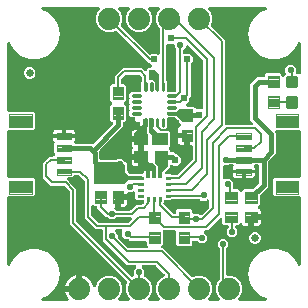
<source format=gtl>
G04 EAGLE Gerber RS-274X export*
G75*
%MOMM*%
%FSLAX34Y34*%
%LPD*%
%INTop Copper*%
%IPPOS*%
%AMOC8*
5,1,8,0,0,1.08239X$1,22.5*%
G01*
%ADD10C,0.100000*%
%ADD11C,0.635000*%
%ADD12C,1.879600*%
%ADD13C,0.096000*%
%ADD14C,0.102000*%
%ADD15C,0.300000*%
%ADD16C,0.225000*%
%ADD17C,0.558800*%
%ADD18C,0.203200*%
%ADD19C,0.604000*%
%ADD20C,0.406400*%

G36*
X53596Y2812D02*
X53596Y2812D01*
X53734Y2825D01*
X53753Y2832D01*
X53773Y2835D01*
X53902Y2886D01*
X54033Y2933D01*
X54050Y2944D01*
X54068Y2952D01*
X54181Y3033D01*
X54296Y3112D01*
X54310Y3127D01*
X54326Y3138D01*
X54415Y3246D01*
X54507Y3350D01*
X54516Y3368D01*
X54529Y3383D01*
X54588Y3509D01*
X54651Y3634D01*
X54656Y3653D01*
X54664Y3671D01*
X54690Y3808D01*
X54721Y3944D01*
X54720Y3964D01*
X54724Y3983D01*
X54715Y4122D01*
X54711Y4262D01*
X54705Y4281D01*
X54704Y4301D01*
X54661Y4433D01*
X54622Y4567D01*
X54612Y4584D01*
X54606Y4603D01*
X54531Y4721D01*
X54461Y4841D01*
X54442Y4862D01*
X54436Y4872D01*
X54421Y4886D01*
X54416Y4892D01*
X53289Y6443D01*
X52436Y8117D01*
X51855Y9904D01*
X51815Y10161D01*
X62230Y10161D01*
X62348Y10176D01*
X62467Y10183D01*
X62505Y10196D01*
X62545Y10201D01*
X62656Y10244D01*
X62769Y10281D01*
X62803Y10303D01*
X62841Y10318D01*
X62937Y10388D01*
X63038Y10451D01*
X63066Y10481D01*
X63098Y10504D01*
X63174Y10596D01*
X63256Y10683D01*
X63275Y10718D01*
X63301Y10749D01*
X63352Y10857D01*
X63409Y10961D01*
X63420Y11001D01*
X63437Y11037D01*
X63459Y11154D01*
X63489Y11269D01*
X63493Y11330D01*
X63497Y11350D01*
X63495Y11370D01*
X63499Y11430D01*
X63499Y12701D01*
X64770Y12701D01*
X64888Y12716D01*
X65007Y12723D01*
X65045Y12736D01*
X65085Y12741D01*
X65196Y12785D01*
X65309Y12821D01*
X65344Y12843D01*
X65381Y12858D01*
X65477Y12928D01*
X65578Y12991D01*
X65606Y13021D01*
X65639Y13045D01*
X65714Y13136D01*
X65796Y13223D01*
X65816Y13258D01*
X65841Y13290D01*
X65892Y13397D01*
X65950Y13502D01*
X65960Y13541D01*
X65977Y13577D01*
X65999Y13694D01*
X66029Y13809D01*
X66033Y13870D01*
X66037Y13890D01*
X66035Y13910D01*
X66039Y13970D01*
X66039Y24385D01*
X66296Y24345D01*
X68083Y23764D01*
X69757Y22911D01*
X71278Y21806D01*
X72606Y20478D01*
X73711Y18957D01*
X74564Y17283D01*
X75145Y15496D01*
X75220Y15023D01*
X75255Y14900D01*
X75286Y14774D01*
X75300Y14747D01*
X75308Y14718D01*
X75374Y14607D01*
X75434Y14493D01*
X75455Y14470D01*
X75470Y14444D01*
X75562Y14353D01*
X75648Y14257D01*
X75674Y14241D01*
X75695Y14219D01*
X75806Y14153D01*
X75914Y14082D01*
X75943Y14073D01*
X75969Y14057D01*
X76093Y14021D01*
X76215Y13979D01*
X76245Y13977D01*
X76274Y13968D01*
X76403Y13964D01*
X76532Y13954D01*
X76562Y13959D01*
X76592Y13958D01*
X76718Y13986D01*
X76845Y14008D01*
X76873Y14021D01*
X76902Y14027D01*
X77017Y14086D01*
X77135Y14139D01*
X77159Y14158D01*
X77186Y14171D01*
X77282Y14257D01*
X77384Y14338D01*
X77402Y14362D01*
X77424Y14382D01*
X77497Y14488D01*
X77575Y14592D01*
X77594Y14630D01*
X77603Y14644D01*
X77611Y14665D01*
X77646Y14736D01*
X79425Y19031D01*
X82569Y22175D01*
X86677Y23877D01*
X91123Y23877D01*
X95231Y22175D01*
X98375Y19031D01*
X100077Y14923D01*
X100077Y10477D01*
X98375Y6369D01*
X96968Y4961D01*
X96882Y4852D01*
X96794Y4745D01*
X96785Y4726D01*
X96773Y4710D01*
X96717Y4582D01*
X96658Y4457D01*
X96655Y4437D01*
X96646Y4418D01*
X96625Y4280D01*
X96599Y4144D01*
X96600Y4124D01*
X96597Y4104D01*
X96610Y3965D01*
X96618Y3827D01*
X96625Y3808D01*
X96626Y3788D01*
X96674Y3656D01*
X96716Y3525D01*
X96727Y3507D01*
X96734Y3488D01*
X96812Y3373D01*
X96886Y3256D01*
X96901Y3242D01*
X96913Y3225D01*
X97017Y3133D01*
X97118Y3038D01*
X97136Y3028D01*
X97151Y3015D01*
X97275Y2951D01*
X97397Y2884D01*
X97416Y2879D01*
X97434Y2870D01*
X97570Y2840D01*
X97705Y2805D01*
X97733Y2803D01*
X97745Y2800D01*
X97765Y2801D01*
X97865Y2795D01*
X105335Y2795D01*
X105473Y2812D01*
X105611Y2825D01*
X105630Y2832D01*
X105650Y2835D01*
X105780Y2886D01*
X105910Y2933D01*
X105927Y2944D01*
X105946Y2952D01*
X106058Y3033D01*
X106174Y3111D01*
X106187Y3127D01*
X106203Y3138D01*
X106292Y3246D01*
X106384Y3350D01*
X106393Y3368D01*
X106406Y3383D01*
X106465Y3509D01*
X106529Y3633D01*
X106533Y3653D01*
X106542Y3671D01*
X106568Y3808D01*
X106598Y3943D01*
X106598Y3964D01*
X106601Y3983D01*
X106593Y4122D01*
X106589Y4261D01*
X106583Y4281D01*
X106582Y4301D01*
X106539Y4433D01*
X106500Y4567D01*
X106490Y4584D01*
X106484Y4603D01*
X106409Y4721D01*
X106339Y4841D01*
X106320Y4862D01*
X106314Y4872D01*
X106299Y4886D01*
X106232Y4961D01*
X104825Y6369D01*
X103123Y10477D01*
X103123Y14923D01*
X104264Y17676D01*
X104271Y17704D01*
X104285Y17731D01*
X104313Y17858D01*
X104347Y17983D01*
X104348Y18012D01*
X104354Y18041D01*
X104350Y18171D01*
X104353Y18301D01*
X104346Y18329D01*
X104345Y18359D01*
X104309Y18484D01*
X104278Y18610D01*
X104265Y18636D01*
X104256Y18664D01*
X104190Y18776D01*
X104130Y18891D01*
X104110Y18913D01*
X104095Y18938D01*
X103988Y19059D01*
X57634Y65414D01*
X55625Y67422D01*
X55625Y94837D01*
X55613Y94935D01*
X55610Y95034D01*
X55593Y95092D01*
X55585Y95152D01*
X55549Y95244D01*
X55521Y95339D01*
X55491Y95392D01*
X55468Y95448D01*
X55410Y95528D01*
X55360Y95613D01*
X55294Y95689D01*
X55282Y95705D01*
X55272Y95713D01*
X55254Y95734D01*
X51284Y99704D01*
X51206Y99764D01*
X51134Y99832D01*
X51081Y99861D01*
X51033Y99898D01*
X50942Y99938D01*
X50855Y99986D01*
X50797Y100001D01*
X50741Y100025D01*
X50643Y100040D01*
X50547Y100065D01*
X50447Y100071D01*
X50427Y100075D01*
X50415Y100073D01*
X50387Y100075D01*
X39482Y100075D01*
X32765Y106792D01*
X32765Y119268D01*
X38292Y124795D01*
X41102Y124795D01*
X41200Y124807D01*
X41299Y124810D01*
X41358Y124827D01*
X41418Y124835D01*
X41510Y124871D01*
X41605Y124899D01*
X41657Y124929D01*
X41713Y124952D01*
X41793Y125010D01*
X41879Y125060D01*
X41954Y125126D01*
X41971Y125138D01*
X41979Y125148D01*
X42000Y125166D01*
X42936Y126103D01*
X43009Y126197D01*
X43088Y126286D01*
X43106Y126322D01*
X43131Y126354D01*
X43178Y126463D01*
X43232Y126569D01*
X43241Y126608D01*
X43257Y126646D01*
X43276Y126763D01*
X43302Y126879D01*
X43301Y126920D01*
X43307Y126960D01*
X43296Y127078D01*
X43292Y127197D01*
X43281Y127236D01*
X43277Y127276D01*
X43237Y127388D01*
X43204Y127503D01*
X43183Y127538D01*
X43169Y127576D01*
X43103Y127674D01*
X43042Y127777D01*
X43002Y127822D01*
X42991Y127839D01*
X42976Y127852D01*
X42936Y127898D01*
X42271Y128562D01*
X42271Y135438D01*
X42397Y135564D01*
X42470Y135658D01*
X42549Y135747D01*
X42567Y135783D01*
X42592Y135815D01*
X42639Y135924D01*
X42693Y136030D01*
X42702Y136070D01*
X42718Y136107D01*
X42737Y136225D01*
X42763Y136341D01*
X42762Y136381D01*
X42768Y136421D01*
X42757Y136540D01*
X42753Y136658D01*
X42742Y136697D01*
X42738Y136737D01*
X42698Y136849D01*
X42665Y136964D01*
X42644Y136999D01*
X42631Y137037D01*
X42564Y137135D01*
X42503Y137238D01*
X42464Y137283D01*
X42452Y137300D01*
X42437Y137313D01*
X42397Y137359D01*
X42119Y137637D01*
X41717Y138332D01*
X41509Y139108D01*
X41509Y140501D01*
X50570Y140501D01*
X50688Y140516D01*
X50807Y140523D01*
X50814Y140525D01*
X50870Y140511D01*
X50930Y140507D01*
X50950Y140503D01*
X50970Y140505D01*
X51030Y140501D01*
X60091Y140501D01*
X60091Y139108D01*
X59883Y138332D01*
X59526Y137715D01*
X59475Y137593D01*
X59418Y137473D01*
X59413Y137446D01*
X59403Y137421D01*
X59383Y137290D01*
X59359Y137160D01*
X59360Y137134D01*
X59356Y137107D01*
X59370Y136975D01*
X59378Y136843D01*
X59387Y136817D01*
X59389Y136791D01*
X59436Y136666D01*
X59476Y136541D01*
X59491Y136518D01*
X59500Y136492D01*
X59576Y136384D01*
X59647Y136272D01*
X59666Y136253D01*
X59682Y136231D01*
X59782Y136145D01*
X59878Y136054D01*
X59902Y136041D01*
X59922Y136023D01*
X60041Y135964D01*
X60157Y135900D01*
X60183Y135894D01*
X60207Y135882D01*
X60337Y135854D01*
X60465Y135821D01*
X60503Y135819D01*
X60518Y135815D01*
X60540Y135816D01*
X60625Y135811D01*
X74053Y135811D01*
X74127Y135754D01*
X74216Y135675D01*
X74252Y135657D01*
X74284Y135632D01*
X74393Y135584D01*
X74499Y135530D01*
X74538Y135521D01*
X74576Y135505D01*
X74693Y135487D01*
X74809Y135461D01*
X74850Y135462D01*
X74890Y135456D01*
X75008Y135467D01*
X75127Y135470D01*
X75166Y135482D01*
X75206Y135485D01*
X75319Y135526D01*
X75433Y135559D01*
X75468Y135579D01*
X75506Y135593D01*
X75604Y135660D01*
X75707Y135720D01*
X75752Y135760D01*
X75769Y135772D01*
X75782Y135787D01*
X75828Y135827D01*
X92235Y152235D01*
X92321Y152344D01*
X92409Y152451D01*
X92418Y152470D01*
X92430Y152486D01*
X92486Y152614D01*
X92545Y152739D01*
X92549Y152759D01*
X92557Y152778D01*
X92579Y152916D01*
X92605Y153052D01*
X92603Y153072D01*
X92606Y153092D01*
X92593Y153231D01*
X92585Y153369D01*
X92579Y153388D01*
X92577Y153408D01*
X92529Y153540D01*
X92487Y153671D01*
X92476Y153689D01*
X92469Y153708D01*
X92391Y153823D01*
X92317Y153940D01*
X92302Y153954D01*
X92290Y153971D01*
X92186Y154063D01*
X92085Y154158D01*
X92067Y154168D01*
X92052Y154181D01*
X91928Y154244D01*
X91806Y154312D01*
X91787Y154317D01*
X91769Y154326D01*
X91633Y154356D01*
X91499Y154391D01*
X91470Y154393D01*
X91459Y154396D01*
X91438Y154395D01*
X91338Y154401D01*
X91076Y154401D01*
X89741Y155736D01*
X89741Y167624D01*
X91400Y169283D01*
X91473Y169377D01*
X91552Y169466D01*
X91570Y169502D01*
X91595Y169534D01*
X91642Y169643D01*
X91696Y169749D01*
X91705Y169788D01*
X91721Y169826D01*
X91740Y169943D01*
X91766Y170059D01*
X91765Y170100D01*
X91771Y170140D01*
X91760Y170258D01*
X91756Y170377D01*
X91745Y170416D01*
X91741Y170456D01*
X91701Y170568D01*
X91668Y170683D01*
X91647Y170718D01*
X91634Y170756D01*
X91567Y170854D01*
X91506Y170957D01*
X91466Y171002D01*
X91455Y171019D01*
X91440Y171032D01*
X91400Y171078D01*
X89741Y172736D01*
X89741Y184624D01*
X91076Y185959D01*
X92456Y185959D01*
X92574Y185974D01*
X92693Y185981D01*
X92731Y185994D01*
X92772Y185999D01*
X92882Y186042D01*
X92995Y186079D01*
X93030Y186101D01*
X93067Y186116D01*
X93163Y186185D01*
X93264Y186249D01*
X93292Y186279D01*
X93325Y186302D01*
X93401Y186394D01*
X93482Y186481D01*
X93502Y186516D01*
X93527Y186547D01*
X93578Y186655D01*
X93636Y186759D01*
X93646Y186799D01*
X93663Y186835D01*
X93685Y186952D01*
X93715Y187067D01*
X93719Y187127D01*
X93723Y187147D01*
X93721Y187168D01*
X93725Y187228D01*
X93725Y192928D01*
X100442Y199645D01*
X116728Y199645D01*
X118736Y197636D01*
X118990Y197382D01*
X119100Y197297D01*
X119207Y197208D01*
X119226Y197199D01*
X119242Y197187D01*
X119369Y197132D01*
X119495Y197072D01*
X119515Y197069D01*
X119534Y197061D01*
X119671Y197039D01*
X119808Y197013D01*
X119828Y197014D01*
X119848Y197011D01*
X119986Y197024D01*
X120125Y197032D01*
X120144Y197039D01*
X120164Y197040D01*
X120295Y197088D01*
X120427Y197130D01*
X120445Y197141D01*
X120464Y197148D01*
X120579Y197226D01*
X120696Y197301D01*
X120710Y197315D01*
X120727Y197327D01*
X120819Y197431D01*
X120914Y197532D01*
X120924Y197550D01*
X120937Y197565D01*
X121000Y197689D01*
X121068Y197811D01*
X121073Y197830D01*
X121082Y197848D01*
X121112Y197984D01*
X121147Y198119D01*
X121149Y198147D01*
X121152Y198159D01*
X121151Y198179D01*
X121157Y198279D01*
X121157Y198962D01*
X122348Y200153D01*
X124007Y200153D01*
X124145Y200170D01*
X124283Y200183D01*
X124302Y200190D01*
X124322Y200193D01*
X124451Y200244D01*
X124582Y200291D01*
X124599Y200302D01*
X124618Y200310D01*
X124730Y200391D01*
X124845Y200469D01*
X124859Y200485D01*
X124875Y200496D01*
X124964Y200604D01*
X125056Y200708D01*
X125065Y200726D01*
X125078Y200741D01*
X125137Y200867D01*
X125200Y200991D01*
X125205Y201011D01*
X125214Y201029D01*
X125240Y201166D01*
X125270Y201301D01*
X125269Y201322D01*
X125273Y201341D01*
X125265Y201480D01*
X125260Y201619D01*
X125255Y201639D01*
X125254Y201659D01*
X125211Y201791D01*
X125172Y201925D01*
X125162Y201942D01*
X125156Y201961D01*
X125081Y202079D01*
X125010Y202199D01*
X124992Y202220D01*
X124985Y202230D01*
X124970Y202244D01*
X124904Y202319D01*
X123380Y203844D01*
X123302Y203904D01*
X123230Y203972D01*
X123177Y204001D01*
X123129Y204038D01*
X123038Y204078D01*
X122951Y204126D01*
X122893Y204141D01*
X122837Y204165D01*
X122739Y204180D01*
X122643Y204205D01*
X122543Y204211D01*
X122523Y204215D01*
X122511Y204213D01*
X122483Y204215D01*
X122032Y204215D01*
X95259Y230988D01*
X95236Y231007D01*
X95217Y231029D01*
X95111Y231104D01*
X95008Y231183D01*
X94981Y231195D01*
X94957Y231212D01*
X94835Y231258D01*
X94716Y231310D01*
X94687Y231314D01*
X94659Y231325D01*
X94530Y231339D01*
X94402Y231360D01*
X94373Y231357D01*
X94343Y231360D01*
X94215Y231342D01*
X94085Y231330D01*
X94058Y231320D01*
X94028Y231316D01*
X93876Y231264D01*
X91123Y230123D01*
X86677Y230123D01*
X82569Y231825D01*
X79425Y234969D01*
X77723Y239077D01*
X77723Y243523D01*
X79425Y247631D01*
X80832Y249039D01*
X80918Y249148D01*
X81006Y249255D01*
X81015Y249274D01*
X81027Y249290D01*
X81083Y249418D01*
X81142Y249543D01*
X81145Y249563D01*
X81154Y249582D01*
X81175Y249720D01*
X81201Y249856D01*
X81200Y249876D01*
X81203Y249896D01*
X81190Y250035D01*
X81182Y250173D01*
X81175Y250192D01*
X81174Y250212D01*
X81126Y250344D01*
X81084Y250475D01*
X81073Y250493D01*
X81066Y250512D01*
X80988Y250627D01*
X80914Y250744D01*
X80899Y250758D01*
X80887Y250775D01*
X80783Y250867D01*
X80682Y250962D01*
X80664Y250972D01*
X80649Y250985D01*
X80525Y251049D01*
X80403Y251116D01*
X80384Y251121D01*
X80366Y251130D01*
X80230Y251160D01*
X80095Y251195D01*
X80067Y251197D01*
X80055Y251200D01*
X80035Y251199D01*
X79935Y251205D01*
X32875Y251205D01*
X32779Y251193D01*
X32681Y251190D01*
X32621Y251173D01*
X32560Y251165D01*
X32469Y251130D01*
X32376Y251103D01*
X32322Y251071D01*
X32264Y251048D01*
X32185Y250991D01*
X32101Y250942D01*
X32057Y250898D01*
X32007Y250862D01*
X31945Y250787D01*
X31875Y250718D01*
X31843Y250664D01*
X31804Y250617D01*
X31762Y250529D01*
X31712Y250445D01*
X31695Y250385D01*
X31668Y250329D01*
X31650Y250233D01*
X31622Y250140D01*
X31620Y250078D01*
X31608Y250017D01*
X31615Y249919D01*
X31611Y249822D01*
X31624Y249761D01*
X31628Y249699D01*
X31658Y249607D01*
X31679Y249511D01*
X31707Y249456D01*
X31726Y249397D01*
X31778Y249314D01*
X31822Y249227D01*
X31863Y249181D01*
X31896Y249128D01*
X31967Y249061D01*
X32031Y248988D01*
X32083Y248953D01*
X32128Y248910D01*
X32213Y248863D01*
X32294Y248808D01*
X32389Y248766D01*
X32407Y248756D01*
X32417Y248754D01*
X32441Y248743D01*
X36233Y247363D01*
X41997Y242527D01*
X45759Y236010D01*
X47066Y228600D01*
X45759Y221190D01*
X41997Y214674D01*
X36233Y209837D01*
X29162Y207263D01*
X21638Y207263D01*
X14567Y209837D01*
X8803Y214673D01*
X5163Y220978D01*
X5075Y221094D01*
X4990Y221212D01*
X4979Y221220D01*
X4971Y221231D01*
X4857Y221321D01*
X4745Y221415D01*
X4732Y221420D01*
X4722Y221429D01*
X4588Y221488D01*
X4457Y221550D01*
X4444Y221553D01*
X4431Y221558D01*
X4287Y221583D01*
X4144Y221610D01*
X4131Y221609D01*
X4118Y221611D01*
X3972Y221599D01*
X3827Y221590D01*
X3814Y221586D01*
X3801Y221585D01*
X3663Y221537D01*
X3525Y221492D01*
X3513Y221485D01*
X3500Y221480D01*
X3379Y221400D01*
X3256Y221322D01*
X3247Y221312D01*
X3235Y221305D01*
X3138Y221196D01*
X3038Y221090D01*
X3031Y221078D01*
X3022Y221068D01*
X2955Y220940D01*
X2884Y220812D01*
X2881Y220799D01*
X2875Y220787D01*
X2841Y220645D01*
X2805Y220504D01*
X2804Y220485D01*
X2802Y220477D01*
X2802Y220460D01*
X2795Y220343D01*
X2795Y164048D01*
X2810Y163930D01*
X2817Y163811D01*
X2830Y163773D01*
X2835Y163732D01*
X2878Y163622D01*
X2915Y163509D01*
X2937Y163474D01*
X2952Y163437D01*
X3021Y163341D01*
X3085Y163240D01*
X3115Y163212D01*
X3138Y163179D01*
X3230Y163103D01*
X3317Y163022D01*
X3352Y163002D01*
X3383Y162977D01*
X3491Y162926D01*
X3595Y162868D01*
X3635Y162858D01*
X3671Y162841D01*
X3788Y162819D01*
X3903Y162789D01*
X3963Y162785D01*
X3983Y162781D01*
X4004Y162783D01*
X4064Y162779D01*
X24506Y162779D01*
X25829Y161456D01*
X25829Y148544D01*
X24506Y147221D01*
X4064Y147221D01*
X3946Y147206D01*
X3827Y147199D01*
X3789Y147186D01*
X3748Y147181D01*
X3638Y147138D01*
X3525Y147101D01*
X3490Y147079D01*
X3453Y147064D01*
X3357Y146995D01*
X3256Y146931D01*
X3228Y146901D01*
X3195Y146878D01*
X3119Y146786D01*
X3038Y146699D01*
X3018Y146664D01*
X2993Y146633D01*
X2942Y146525D01*
X2884Y146421D01*
X2874Y146381D01*
X2857Y146345D01*
X2835Y146228D01*
X2805Y146113D01*
X2801Y146053D01*
X2797Y146033D01*
X2799Y146012D01*
X2795Y145952D01*
X2795Y108048D01*
X2810Y107930D01*
X2817Y107811D01*
X2830Y107773D01*
X2835Y107732D01*
X2878Y107622D01*
X2915Y107509D01*
X2937Y107474D01*
X2952Y107437D01*
X3021Y107341D01*
X3085Y107240D01*
X3115Y107212D01*
X3138Y107179D01*
X3230Y107103D01*
X3317Y107022D01*
X3352Y107002D01*
X3383Y106977D01*
X3491Y106926D01*
X3595Y106868D01*
X3635Y106858D01*
X3671Y106841D01*
X3788Y106819D01*
X3903Y106789D01*
X3963Y106785D01*
X3983Y106781D01*
X4004Y106783D01*
X4064Y106779D01*
X24506Y106779D01*
X25829Y105456D01*
X25829Y92544D01*
X24506Y91221D01*
X4064Y91221D01*
X3946Y91206D01*
X3827Y91199D01*
X3789Y91186D01*
X3748Y91181D01*
X3638Y91138D01*
X3525Y91101D01*
X3490Y91079D01*
X3453Y91064D01*
X3357Y90995D01*
X3256Y90931D01*
X3228Y90901D01*
X3195Y90878D01*
X3119Y90786D01*
X3038Y90699D01*
X3018Y90664D01*
X2993Y90633D01*
X2942Y90525D01*
X2884Y90421D01*
X2874Y90381D01*
X2857Y90345D01*
X2835Y90228D01*
X2805Y90113D01*
X2801Y90053D01*
X2797Y90033D01*
X2799Y90012D01*
X2795Y89952D01*
X2795Y33657D01*
X2813Y33513D01*
X2828Y33367D01*
X2833Y33355D01*
X2835Y33341D01*
X2888Y33206D01*
X2939Y33069D01*
X2947Y33058D01*
X2952Y33046D01*
X3037Y32928D01*
X3120Y32808D01*
X3130Y32799D01*
X3138Y32788D01*
X3251Y32695D01*
X3361Y32600D01*
X3373Y32594D01*
X3383Y32585D01*
X3515Y32524D01*
X3646Y32459D01*
X3659Y32456D01*
X3671Y32450D01*
X3813Y32423D01*
X3957Y32392D01*
X3970Y32393D01*
X3983Y32390D01*
X4128Y32399D01*
X4274Y32405D01*
X4287Y32409D01*
X4301Y32410D01*
X4439Y32455D01*
X4579Y32497D01*
X4591Y32504D01*
X4603Y32508D01*
X4727Y32586D01*
X4851Y32661D01*
X4861Y32671D01*
X4872Y32678D01*
X4972Y32784D01*
X5074Y32888D01*
X5084Y32904D01*
X5090Y32910D01*
X5098Y32925D01*
X5163Y33022D01*
X8803Y39327D01*
X14567Y44163D01*
X21638Y46737D01*
X29162Y46737D01*
X36233Y44163D01*
X41997Y39327D01*
X45759Y32810D01*
X47066Y25400D01*
X45759Y17990D01*
X41997Y11474D01*
X36233Y6637D01*
X32441Y5257D01*
X32354Y5212D01*
X32264Y5176D01*
X32214Y5140D01*
X32158Y5111D01*
X32085Y5047D01*
X32007Y4990D01*
X31967Y4942D01*
X31920Y4900D01*
X31866Y4820D01*
X31804Y4745D01*
X31777Y4688D01*
X31742Y4637D01*
X31710Y4545D01*
X31668Y4457D01*
X31657Y4396D01*
X31636Y4337D01*
X31627Y4240D01*
X31608Y4144D01*
X31612Y4082D01*
X31607Y4020D01*
X31622Y3924D01*
X31628Y3827D01*
X31647Y3768D01*
X31657Y3706D01*
X31696Y3617D01*
X31726Y3525D01*
X31760Y3472D01*
X31784Y3415D01*
X31844Y3338D01*
X31896Y3256D01*
X31942Y3213D01*
X31980Y3164D01*
X32057Y3105D01*
X32128Y3038D01*
X32183Y3008D01*
X32232Y2970D01*
X32321Y2931D01*
X32407Y2884D01*
X32467Y2869D01*
X32524Y2844D01*
X32620Y2829D01*
X32714Y2805D01*
X32819Y2798D01*
X32838Y2795D01*
X32850Y2796D01*
X32875Y2795D01*
X53457Y2795D01*
X53596Y2812D01*
G37*
G36*
X181673Y2812D02*
X181673Y2812D01*
X181811Y2825D01*
X181830Y2832D01*
X181850Y2835D01*
X181980Y2886D01*
X182110Y2933D01*
X182127Y2944D01*
X182146Y2952D01*
X182258Y3033D01*
X182374Y3111D01*
X182387Y3127D01*
X182403Y3138D01*
X182492Y3246D01*
X182584Y3350D01*
X182593Y3368D01*
X182606Y3383D01*
X182665Y3509D01*
X182729Y3633D01*
X182733Y3653D01*
X182742Y3671D01*
X182768Y3808D01*
X182798Y3943D01*
X182798Y3964D01*
X182801Y3983D01*
X182793Y4122D01*
X182789Y4261D01*
X182783Y4281D01*
X182782Y4301D01*
X182739Y4433D01*
X182700Y4567D01*
X182690Y4584D01*
X182684Y4603D01*
X182609Y4721D01*
X182539Y4841D01*
X182520Y4862D01*
X182514Y4872D01*
X182499Y4886D01*
X182432Y4961D01*
X181025Y6369D01*
X179323Y10477D01*
X179323Y14923D01*
X181025Y19031D01*
X182254Y20260D01*
X182314Y20338D01*
X182382Y20410D01*
X182411Y20463D01*
X182448Y20511D01*
X182488Y20602D01*
X182536Y20689D01*
X182551Y20747D01*
X182575Y20803D01*
X182590Y20901D01*
X182615Y20997D01*
X182621Y21097D01*
X182625Y21117D01*
X182623Y21129D01*
X182625Y21157D01*
X182625Y46602D01*
X182613Y46700D01*
X182610Y46799D01*
X182593Y46858D01*
X182585Y46918D01*
X182549Y47010D01*
X182521Y47105D01*
X182491Y47157D01*
X182468Y47213D01*
X182410Y47293D01*
X182360Y47379D01*
X182294Y47454D01*
X182282Y47471D01*
X182272Y47479D01*
X182254Y47500D01*
X180847Y48906D01*
X180847Y52694D01*
X183526Y55373D01*
X187314Y55373D01*
X189993Y52694D01*
X189993Y48906D01*
X188586Y47500D01*
X188526Y47421D01*
X188458Y47349D01*
X188429Y47296D01*
X188392Y47248D01*
X188352Y47157D01*
X188304Y47071D01*
X188289Y47012D01*
X188265Y46957D01*
X188250Y46859D01*
X188225Y46763D01*
X188219Y46663D01*
X188215Y46642D01*
X188217Y46630D01*
X188215Y46602D01*
X188215Y25146D01*
X188230Y25028D01*
X188237Y24909D01*
X188250Y24871D01*
X188255Y24830D01*
X188298Y24720D01*
X188335Y24607D01*
X188357Y24572D01*
X188372Y24535D01*
X188441Y24439D01*
X188505Y24338D01*
X188535Y24310D01*
X188558Y24277D01*
X188650Y24201D01*
X188737Y24120D01*
X188772Y24100D01*
X188803Y24075D01*
X188911Y24024D01*
X189015Y23966D01*
X189055Y23956D01*
X189091Y23939D01*
X189208Y23917D01*
X189323Y23887D01*
X189383Y23883D01*
X189403Y23879D01*
X189424Y23881D01*
X189484Y23877D01*
X192723Y23877D01*
X196831Y22175D01*
X199975Y19031D01*
X201677Y14923D01*
X201677Y10477D01*
X199975Y6369D01*
X198568Y4961D01*
X198482Y4852D01*
X198394Y4745D01*
X198385Y4726D01*
X198373Y4710D01*
X198317Y4582D01*
X198258Y4457D01*
X198255Y4437D01*
X198246Y4418D01*
X198225Y4280D01*
X198199Y4144D01*
X198200Y4124D01*
X198197Y4104D01*
X198210Y3965D01*
X198218Y3827D01*
X198225Y3808D01*
X198226Y3788D01*
X198274Y3656D01*
X198316Y3525D01*
X198327Y3507D01*
X198334Y3488D01*
X198412Y3373D01*
X198486Y3256D01*
X198501Y3242D01*
X198513Y3225D01*
X198617Y3133D01*
X198718Y3038D01*
X198736Y3028D01*
X198751Y3015D01*
X198875Y2951D01*
X198997Y2884D01*
X199016Y2879D01*
X199034Y2870D01*
X199170Y2840D01*
X199305Y2805D01*
X199333Y2803D01*
X199345Y2800D01*
X199365Y2801D01*
X199465Y2795D01*
X221125Y2795D01*
X221221Y2807D01*
X221319Y2810D01*
X221379Y2827D01*
X221440Y2835D01*
X221531Y2870D01*
X221624Y2897D01*
X221678Y2929D01*
X221736Y2952D01*
X221815Y3009D01*
X221899Y3058D01*
X221943Y3102D01*
X221993Y3138D01*
X222055Y3213D01*
X222125Y3282D01*
X222157Y3336D01*
X222196Y3383D01*
X222238Y3471D01*
X222288Y3555D01*
X222305Y3615D01*
X222332Y3671D01*
X222350Y3767D01*
X222378Y3860D01*
X222380Y3922D01*
X222392Y3983D01*
X222385Y4081D01*
X222389Y4178D01*
X222376Y4239D01*
X222372Y4301D01*
X222342Y4393D01*
X222321Y4489D01*
X222293Y4544D01*
X222274Y4603D01*
X222222Y4686D01*
X222178Y4773D01*
X222137Y4819D01*
X222104Y4872D01*
X222033Y4939D01*
X221969Y5012D01*
X221917Y5047D01*
X221872Y5090D01*
X221787Y5137D01*
X221706Y5192D01*
X221611Y5234D01*
X221593Y5244D01*
X221583Y5246D01*
X221559Y5257D01*
X217767Y6637D01*
X212003Y11473D01*
X208241Y17990D01*
X206934Y25400D01*
X208241Y32810D01*
X212003Y39326D01*
X217767Y44163D01*
X224838Y46737D01*
X232362Y46737D01*
X239433Y44163D01*
X245197Y39327D01*
X248837Y33022D01*
X248925Y32906D01*
X249010Y32788D01*
X249021Y32780D01*
X249029Y32769D01*
X249143Y32679D01*
X249255Y32585D01*
X249268Y32580D01*
X249278Y32571D01*
X249412Y32512D01*
X249543Y32450D01*
X249556Y32447D01*
X249569Y32442D01*
X249713Y32417D01*
X249856Y32390D01*
X249869Y32391D01*
X249882Y32389D01*
X250028Y32401D01*
X250173Y32410D01*
X250186Y32414D01*
X250199Y32415D01*
X250337Y32463D01*
X250475Y32508D01*
X250487Y32515D01*
X250500Y32520D01*
X250621Y32600D01*
X250744Y32678D01*
X250753Y32688D01*
X250765Y32695D01*
X250862Y32804D01*
X250962Y32910D01*
X250969Y32922D01*
X250978Y32932D01*
X251045Y33060D01*
X251116Y33188D01*
X251119Y33201D01*
X251125Y33213D01*
X251159Y33355D01*
X251195Y33496D01*
X251196Y33515D01*
X251198Y33523D01*
X251198Y33540D01*
X251205Y33657D01*
X251205Y89952D01*
X251190Y90070D01*
X251183Y90189D01*
X251170Y90227D01*
X251165Y90268D01*
X251122Y90378D01*
X251085Y90491D01*
X251063Y90526D01*
X251048Y90563D01*
X250979Y90659D01*
X250915Y90760D01*
X250885Y90788D01*
X250862Y90821D01*
X250770Y90897D01*
X250683Y90978D01*
X250648Y90998D01*
X250617Y91023D01*
X250509Y91074D01*
X250405Y91132D01*
X250365Y91142D01*
X250329Y91159D01*
X250212Y91181D01*
X250097Y91211D01*
X250037Y91215D01*
X250017Y91219D01*
X249996Y91217D01*
X249936Y91221D01*
X229240Y91221D01*
X227917Y92544D01*
X227917Y105456D01*
X229240Y106779D01*
X249936Y106779D01*
X250054Y106794D01*
X250173Y106801D01*
X250211Y106814D01*
X250252Y106819D01*
X250362Y106862D01*
X250475Y106899D01*
X250510Y106921D01*
X250547Y106936D01*
X250643Y107005D01*
X250744Y107069D01*
X250772Y107099D01*
X250805Y107122D01*
X250881Y107214D01*
X250962Y107301D01*
X250982Y107336D01*
X251007Y107367D01*
X251058Y107475D01*
X251116Y107579D01*
X251126Y107619D01*
X251143Y107655D01*
X251165Y107772D01*
X251195Y107887D01*
X251199Y107947D01*
X251203Y107967D01*
X251201Y107988D01*
X251205Y108048D01*
X251205Y145952D01*
X251190Y146070D01*
X251183Y146189D01*
X251170Y146227D01*
X251165Y146268D01*
X251122Y146378D01*
X251085Y146491D01*
X251063Y146526D01*
X251048Y146563D01*
X250979Y146659D01*
X250915Y146760D01*
X250885Y146788D01*
X250862Y146821D01*
X250770Y146897D01*
X250683Y146978D01*
X250648Y146998D01*
X250617Y147023D01*
X250509Y147074D01*
X250405Y147132D01*
X250365Y147142D01*
X250329Y147159D01*
X250212Y147181D01*
X250097Y147211D01*
X250037Y147215D01*
X250017Y147219D01*
X249996Y147217D01*
X249936Y147221D01*
X230802Y147221D01*
X230664Y147204D01*
X230526Y147191D01*
X230507Y147184D01*
X230487Y147181D01*
X230357Y147130D01*
X230226Y147083D01*
X230210Y147072D01*
X230191Y147064D01*
X230078Y146983D01*
X229963Y146905D01*
X229950Y146889D01*
X229934Y146878D01*
X229845Y146770D01*
X229753Y146666D01*
X229744Y146648D01*
X229731Y146633D01*
X229672Y146507D01*
X229608Y146383D01*
X229604Y146363D01*
X229595Y146345D01*
X229569Y146209D01*
X229539Y146073D01*
X229539Y146052D01*
X229535Y146033D01*
X229544Y145894D01*
X229548Y145755D01*
X229554Y145735D01*
X229555Y145715D01*
X229598Y145583D01*
X229637Y145449D01*
X229647Y145432D01*
X229653Y145413D01*
X229728Y145295D01*
X229798Y145175D01*
X229817Y145154D01*
X229823Y145144D01*
X229838Y145130D01*
X229871Y145093D01*
X229871Y126692D01*
X223892Y120713D01*
X223832Y120635D01*
X223764Y120563D01*
X223735Y120510D01*
X223698Y120462D01*
X223658Y120371D01*
X223610Y120284D01*
X223595Y120226D01*
X223571Y120170D01*
X223556Y120072D01*
X223531Y119976D01*
X223525Y119876D01*
X223521Y119856D01*
X223523Y119844D01*
X223521Y119816D01*
X223521Y98888D01*
X217064Y92431D01*
X217004Y92353D01*
X216936Y92281D01*
X216907Y92228D01*
X216870Y92180D01*
X216830Y92089D01*
X216782Y92002D01*
X216767Y91944D01*
X216743Y91888D01*
X216728Y91790D01*
X216703Y91694D01*
X216697Y91594D01*
X216693Y91574D01*
X216695Y91562D01*
X216693Y91534D01*
X216693Y84726D01*
X214999Y83032D01*
X214921Y82932D01*
X214839Y82837D01*
X214824Y82807D01*
X214804Y82781D01*
X214754Y82665D01*
X214698Y82553D01*
X214691Y82520D01*
X214677Y82489D01*
X214658Y82365D01*
X214631Y82242D01*
X214633Y82208D01*
X214627Y82175D01*
X214639Y82050D01*
X214644Y81924D01*
X214654Y81892D01*
X214657Y81858D01*
X214700Y81740D01*
X214736Y81619D01*
X214753Y81591D01*
X214765Y81559D01*
X214836Y81455D01*
X214900Y81347D01*
X214924Y81324D01*
X214943Y81296D01*
X215038Y81212D01*
X215127Y81124D01*
X215168Y81097D01*
X215182Y81085D01*
X215201Y81075D01*
X215261Y81035D01*
X216027Y80593D01*
X216593Y80027D01*
X216994Y79334D01*
X217201Y78560D01*
X217201Y76159D01*
X210390Y76159D01*
X210272Y76144D01*
X210153Y76137D01*
X210115Y76124D01*
X210075Y76119D01*
X209964Y76076D01*
X209851Y76039D01*
X209817Y76017D01*
X209779Y76002D01*
X209683Y75933D01*
X209582Y75869D01*
X209554Y75839D01*
X209522Y75816D01*
X209446Y75724D01*
X209364Y75637D01*
X209345Y75602D01*
X209319Y75571D01*
X209268Y75463D01*
X209211Y75359D01*
X209201Y75319D01*
X209183Y75283D01*
X209161Y75166D01*
X209131Y75051D01*
X209127Y74991D01*
X209124Y74971D01*
X209125Y74950D01*
X209121Y74890D01*
X209121Y73699D01*
X207930Y73699D01*
X207812Y73684D01*
X207693Y73677D01*
X207655Y73664D01*
X207614Y73659D01*
X207504Y73615D01*
X207391Y73579D01*
X207356Y73557D01*
X207319Y73542D01*
X207222Y73472D01*
X207122Y73409D01*
X207094Y73379D01*
X207061Y73355D01*
X206985Y73264D01*
X206904Y73177D01*
X206884Y73142D01*
X206859Y73110D01*
X206808Y73003D01*
X206750Y72898D01*
X206740Y72859D01*
X206723Y72823D01*
X206701Y72706D01*
X206671Y72590D01*
X206667Y72530D01*
X206663Y72510D01*
X206665Y72490D01*
X206661Y72430D01*
X206661Y66119D01*
X203760Y66119D01*
X202986Y66326D01*
X202293Y66727D01*
X201727Y67293D01*
X201378Y67896D01*
X201302Y67997D01*
X201232Y68100D01*
X201207Y68123D01*
X201186Y68150D01*
X201088Y68228D01*
X200993Y68311D01*
X200963Y68326D01*
X200937Y68347D01*
X200822Y68398D01*
X200710Y68456D01*
X200677Y68463D01*
X200647Y68477D01*
X200522Y68498D01*
X200400Y68525D01*
X200366Y68524D01*
X200333Y68530D01*
X200208Y68519D01*
X200082Y68516D01*
X200050Y68506D01*
X200016Y68503D01*
X199897Y68462D01*
X199777Y68427D01*
X199747Y68410D01*
X199716Y68399D01*
X199611Y68329D01*
X199503Y68266D01*
X199466Y68233D01*
X199451Y68223D01*
X199436Y68207D01*
X199382Y68159D01*
X198104Y66881D01*
X197104Y66881D01*
X196986Y66866D01*
X196867Y66859D01*
X196829Y66846D01*
X196788Y66841D01*
X196678Y66798D01*
X196565Y66761D01*
X196530Y66739D01*
X196493Y66724D01*
X196397Y66655D01*
X196296Y66591D01*
X196268Y66561D01*
X196235Y66538D01*
X196159Y66446D01*
X196078Y66359D01*
X196058Y66324D01*
X196033Y66293D01*
X195982Y66185D01*
X195924Y66081D01*
X195914Y66041D01*
X195897Y66005D01*
X195875Y65888D01*
X195845Y65773D01*
X195841Y65713D01*
X195837Y65693D01*
X195839Y65672D01*
X195835Y65612D01*
X195835Y65158D01*
X195847Y65060D01*
X195850Y64961D01*
X195867Y64902D01*
X195875Y64842D01*
X195911Y64750D01*
X195939Y64655D01*
X195969Y64603D01*
X195992Y64547D01*
X196050Y64467D01*
X196100Y64381D01*
X196166Y64306D01*
X196178Y64289D01*
X196188Y64281D01*
X196206Y64260D01*
X197613Y62854D01*
X197613Y59066D01*
X194934Y56387D01*
X191146Y56387D01*
X188467Y59066D01*
X188467Y62854D01*
X189874Y64260D01*
X189934Y64339D01*
X190002Y64411D01*
X190031Y64464D01*
X190068Y64512D01*
X190108Y64603D01*
X190156Y64689D01*
X190171Y64748D01*
X190195Y64803D01*
X190210Y64901D01*
X190235Y64997D01*
X190241Y65097D01*
X190245Y65118D01*
X190243Y65130D01*
X190245Y65158D01*
X190245Y65612D01*
X190230Y65730D01*
X190223Y65849D01*
X190210Y65887D01*
X190205Y65928D01*
X190162Y66038D01*
X190125Y66151D01*
X190103Y66186D01*
X190088Y66223D01*
X190019Y66319D01*
X189955Y66420D01*
X189925Y66448D01*
X189902Y66481D01*
X189810Y66557D01*
X189723Y66638D01*
X189688Y66658D01*
X189657Y66683D01*
X189549Y66734D01*
X189445Y66792D01*
X189405Y66802D01*
X189369Y66819D01*
X189252Y66841D01*
X189137Y66871D01*
X189077Y66875D01*
X189057Y66879D01*
X189036Y66877D01*
X188976Y66881D01*
X186216Y66881D01*
X184881Y68216D01*
X184881Y71879D01*
X184864Y72017D01*
X184851Y72155D01*
X184844Y72175D01*
X184841Y72195D01*
X184790Y72324D01*
X184743Y72455D01*
X184732Y72472D01*
X184724Y72490D01*
X184643Y72602D01*
X184565Y72718D01*
X184549Y72731D01*
X184538Y72748D01*
X184430Y72836D01*
X184326Y72928D01*
X184308Y72938D01*
X184293Y72950D01*
X184167Y73010D01*
X184043Y73073D01*
X184023Y73077D01*
X184005Y73086D01*
X183869Y73112D01*
X183733Y73143D01*
X183712Y73142D01*
X183693Y73146D01*
X183554Y73137D01*
X183415Y73133D01*
X183395Y73127D01*
X183375Y73126D01*
X183243Y73083D01*
X183109Y73045D01*
X183092Y73034D01*
X183073Y73028D01*
X182955Y72953D01*
X182835Y72883D01*
X182814Y72864D01*
X182804Y72858D01*
X182790Y72843D01*
X182715Y72777D01*
X174382Y64444D01*
X172373Y62435D01*
X170616Y62435D01*
X170478Y62418D01*
X170339Y62405D01*
X170320Y62398D01*
X170300Y62395D01*
X170171Y62344D01*
X170040Y62297D01*
X170023Y62286D01*
X170005Y62278D01*
X169892Y62197D01*
X169777Y62119D01*
X169764Y62103D01*
X169747Y62092D01*
X169658Y61984D01*
X169567Y61880D01*
X169557Y61862D01*
X169544Y61847D01*
X169485Y61721D01*
X169422Y61597D01*
X169417Y61577D01*
X169409Y61559D01*
X169383Y61422D01*
X169352Y61287D01*
X169353Y61266D01*
X169349Y61247D01*
X169358Y61108D01*
X169362Y60969D01*
X169368Y60949D01*
X169369Y60929D01*
X169412Y60797D01*
X169450Y60663D01*
X169461Y60646D01*
X169467Y60627D01*
X169541Y60509D01*
X169612Y60389D01*
X169630Y60368D01*
X169637Y60358D01*
X169652Y60344D01*
X169718Y60269D01*
X172213Y57774D01*
X172213Y53986D01*
X169534Y51307D01*
X165746Y51307D01*
X163950Y53104D01*
X163871Y53164D01*
X163799Y53232D01*
X163746Y53261D01*
X163698Y53298D01*
X163607Y53338D01*
X163521Y53386D01*
X163462Y53401D01*
X163407Y53425D01*
X163309Y53440D01*
X163213Y53465D01*
X163113Y53471D01*
X163092Y53475D01*
X163080Y53473D01*
X163052Y53475D01*
X160511Y53475D01*
X160393Y53460D01*
X160275Y53453D01*
X160236Y53440D01*
X160196Y53435D01*
X160085Y53392D01*
X159972Y53355D01*
X159938Y53333D01*
X159900Y53318D01*
X159804Y53249D01*
X159703Y53185D01*
X159676Y53155D01*
X159643Y53132D01*
X159567Y53040D01*
X159485Y52953D01*
X159466Y52918D01*
X159440Y52887D01*
X159389Y52779D01*
X159332Y52675D01*
X159322Y52635D01*
X159305Y52599D01*
X159282Y52482D01*
X159252Y52367D01*
X159249Y52307D01*
X159245Y52287D01*
X159246Y52266D01*
X159242Y52206D01*
X159242Y50326D01*
X157907Y48991D01*
X147020Y48991D01*
X145685Y50326D01*
X145685Y61166D01*
X145670Y61284D01*
X145662Y61403D01*
X145650Y61441D01*
X145645Y61482D01*
X145601Y61592D01*
X145564Y61705D01*
X145543Y61740D01*
X145528Y61777D01*
X145458Y61873D01*
X145394Y61974D01*
X145365Y62002D01*
X145341Y62035D01*
X145249Y62111D01*
X145163Y62192D01*
X145127Y62212D01*
X145096Y62237D01*
X144988Y62288D01*
X144884Y62346D01*
X144845Y62356D01*
X144808Y62373D01*
X144692Y62395D01*
X144576Y62425D01*
X144516Y62429D01*
X144496Y62433D01*
X144476Y62431D01*
X144416Y62435D01*
X135492Y62435D01*
X135374Y62420D01*
X135256Y62413D01*
X135217Y62400D01*
X135177Y62395D01*
X135066Y62352D01*
X134953Y62315D01*
X134919Y62293D01*
X134881Y62278D01*
X134785Y62209D01*
X134684Y62145D01*
X134657Y62115D01*
X134624Y62092D01*
X134548Y62000D01*
X134466Y61913D01*
X134447Y61878D01*
X134421Y61847D01*
X134370Y61739D01*
X134313Y61635D01*
X134303Y61595D01*
X134286Y61559D01*
X134263Y61442D01*
X134233Y61327D01*
X134230Y61267D01*
X134226Y61247D01*
X134227Y61226D01*
X134223Y61166D01*
X134223Y50326D01*
X133309Y49411D01*
X133224Y49302D01*
X133135Y49195D01*
X133126Y49176D01*
X133114Y49160D01*
X133058Y49032D01*
X132999Y48907D01*
X132995Y48887D01*
X132987Y48868D01*
X132965Y48730D01*
X132939Y48594D01*
X132941Y48574D01*
X132937Y48554D01*
X132951Y48415D01*
X132959Y48277D01*
X132965Y48258D01*
X132967Y48238D01*
X133014Y48106D01*
X133057Y47975D01*
X133068Y47957D01*
X133075Y47938D01*
X133153Y47823D01*
X133227Y47706D01*
X133242Y47692D01*
X133253Y47675D01*
X133358Y47583D01*
X133459Y47488D01*
X133477Y47478D01*
X133492Y47465D01*
X133616Y47401D01*
X133737Y47334D01*
X133757Y47329D01*
X133775Y47320D01*
X133911Y47290D01*
X134045Y47255D01*
X134073Y47253D01*
X134085Y47250D01*
X134106Y47251D01*
X134206Y47245D01*
X134508Y47245D01*
X136516Y45236D01*
X158741Y23012D01*
X158764Y22993D01*
X158783Y22971D01*
X158889Y22896D01*
X158992Y22817D01*
X159019Y22805D01*
X159043Y22788D01*
X159165Y22742D01*
X159284Y22690D01*
X159313Y22686D01*
X159341Y22675D01*
X159470Y22661D01*
X159598Y22640D01*
X159627Y22643D01*
X159657Y22640D01*
X159785Y22658D01*
X159915Y22670D01*
X159942Y22680D01*
X159972Y22684D01*
X160124Y22736D01*
X162877Y23877D01*
X167323Y23877D01*
X171431Y22175D01*
X174575Y19031D01*
X176277Y14923D01*
X176277Y10477D01*
X174575Y6369D01*
X173168Y4961D01*
X173082Y4852D01*
X172994Y4745D01*
X172985Y4726D01*
X172973Y4710D01*
X172917Y4582D01*
X172858Y4457D01*
X172855Y4437D01*
X172846Y4418D01*
X172825Y4280D01*
X172799Y4144D01*
X172800Y4124D01*
X172797Y4104D01*
X172810Y3965D01*
X172818Y3827D01*
X172825Y3808D01*
X172826Y3788D01*
X172874Y3656D01*
X172916Y3525D01*
X172927Y3507D01*
X172934Y3488D01*
X173012Y3373D01*
X173086Y3256D01*
X173101Y3242D01*
X173113Y3225D01*
X173217Y3133D01*
X173318Y3038D01*
X173336Y3028D01*
X173351Y3015D01*
X173475Y2951D01*
X173597Y2884D01*
X173616Y2879D01*
X173634Y2870D01*
X173770Y2840D01*
X173905Y2805D01*
X173933Y2803D01*
X173945Y2800D01*
X173965Y2801D01*
X174065Y2795D01*
X181535Y2795D01*
X181673Y2812D01*
G37*
G36*
X209869Y151402D02*
X209869Y151402D01*
X210008Y151415D01*
X210027Y151422D01*
X210047Y151425D01*
X210176Y151476D01*
X210307Y151523D01*
X210324Y151534D01*
X210343Y151542D01*
X210456Y151623D01*
X210571Y151701D01*
X210584Y151717D01*
X210600Y151728D01*
X210689Y151836D01*
X210781Y151940D01*
X210790Y151958D01*
X210803Y151973D01*
X210862Y152099D01*
X210926Y152223D01*
X210930Y152243D01*
X210939Y152261D01*
X210965Y152397D01*
X210995Y152533D01*
X210995Y152554D01*
X210999Y152573D01*
X210990Y152712D01*
X210986Y152851D01*
X210980Y152871D01*
X210979Y152891D01*
X210936Y153023D01*
X210897Y153157D01*
X210887Y153174D01*
X210881Y153193D01*
X210806Y153311D01*
X210736Y153431D01*
X210717Y153452D01*
X210711Y153462D01*
X210696Y153476D01*
X210629Y153551D01*
X208279Y155902D01*
X208279Y186100D01*
X211718Y189539D01*
X214322Y192143D01*
X220044Y192143D01*
X220162Y192158D01*
X220281Y192165D01*
X220319Y192178D01*
X220360Y192183D01*
X220470Y192226D01*
X220583Y192263D01*
X220618Y192285D01*
X220655Y192300D01*
X220751Y192369D01*
X220852Y192433D01*
X220880Y192463D01*
X220913Y192486D01*
X220989Y192578D01*
X221070Y192665D01*
X221090Y192700D01*
X221115Y192731D01*
X221166Y192839D01*
X221224Y192943D01*
X221234Y192983D01*
X221251Y193019D01*
X221273Y193136D01*
X221303Y193251D01*
X221307Y193311D01*
X221311Y193331D01*
X221309Y193352D01*
X221313Y193412D01*
X221313Y194276D01*
X222648Y195611D01*
X233536Y195611D01*
X234871Y194276D01*
X234871Y193572D01*
X234888Y193434D01*
X234901Y193295D01*
X234908Y193276D01*
X234911Y193256D01*
X234962Y193127D01*
X235009Y192996D01*
X235020Y192979D01*
X235028Y192961D01*
X235109Y192848D01*
X235187Y192733D01*
X235203Y192720D01*
X235214Y192703D01*
X235322Y192614D01*
X235426Y192523D01*
X235444Y192513D01*
X235459Y192500D01*
X235585Y192441D01*
X235709Y192378D01*
X235729Y192373D01*
X235747Y192365D01*
X235883Y192339D01*
X236019Y192308D01*
X236040Y192309D01*
X236059Y192305D01*
X236198Y192314D01*
X236337Y192318D01*
X236357Y192324D01*
X236377Y192325D01*
X236509Y192368D01*
X236643Y192406D01*
X236660Y192417D01*
X236679Y192423D01*
X236797Y192497D01*
X236917Y192568D01*
X236938Y192587D01*
X236948Y192593D01*
X236962Y192608D01*
X237037Y192674D01*
X238396Y194033D01*
X238469Y194127D01*
X238547Y194216D01*
X238566Y194252D01*
X238591Y194284D01*
X238638Y194393D01*
X238692Y194499D01*
X238701Y194538D01*
X238717Y194576D01*
X238736Y194693D01*
X238762Y194809D01*
X238760Y194850D01*
X238767Y194890D01*
X238756Y195008D01*
X238752Y195127D01*
X238741Y195166D01*
X238737Y195206D01*
X238697Y195318D01*
X238664Y195433D01*
X238643Y195468D01*
X238629Y195506D01*
X238563Y195604D01*
X238502Y195707D01*
X238462Y195752D01*
X238451Y195769D01*
X238435Y195782D01*
X238396Y195828D01*
X237997Y196226D01*
X237997Y200014D01*
X240676Y202693D01*
X244464Y202693D01*
X247143Y200014D01*
X247143Y196142D01*
X247158Y196024D01*
X247165Y195905D01*
X247178Y195867D01*
X247183Y195826D01*
X247226Y195716D01*
X247263Y195603D01*
X247285Y195568D01*
X247300Y195531D01*
X247369Y195435D01*
X247433Y195334D01*
X247463Y195306D01*
X247486Y195273D01*
X247578Y195197D01*
X247665Y195116D01*
X247700Y195096D01*
X247731Y195071D01*
X247839Y195020D01*
X247943Y194962D01*
X247983Y194952D01*
X248019Y194935D01*
X248136Y194913D01*
X248251Y194883D01*
X248311Y194879D01*
X248331Y194875D01*
X248352Y194877D01*
X248412Y194873D01*
X248952Y194873D01*
X249038Y194786D01*
X249130Y194715D01*
X249152Y194695D01*
X249164Y194688D01*
X249255Y194612D01*
X249274Y194604D01*
X249290Y194591D01*
X249418Y194536D01*
X249543Y194477D01*
X249563Y194473D01*
X249582Y194465D01*
X249720Y194443D01*
X249856Y194417D01*
X249876Y194418D01*
X249896Y194415D01*
X250035Y194428D01*
X250173Y194437D01*
X250192Y194443D01*
X250212Y194445D01*
X250344Y194492D01*
X250475Y194535D01*
X250492Y194546D01*
X250512Y194553D01*
X250627Y194631D01*
X250744Y194705D01*
X250758Y194720D01*
X250775Y194731D01*
X250867Y194835D01*
X250962Y194937D01*
X250972Y194954D01*
X250985Y194970D01*
X251049Y195094D01*
X251116Y195215D01*
X251121Y195235D01*
X251130Y195253D01*
X251160Y195389D01*
X251195Y195523D01*
X251197Y195551D01*
X251200Y195563D01*
X251199Y195584D01*
X251202Y195639D01*
X251203Y195640D01*
X251203Y195642D01*
X251205Y195684D01*
X251205Y220343D01*
X251187Y220487D01*
X251172Y220633D01*
X251167Y220645D01*
X251165Y220659D01*
X251112Y220794D01*
X251061Y220931D01*
X251053Y220942D01*
X251048Y220954D01*
X250963Y221072D01*
X250880Y221192D01*
X250869Y221201D01*
X250862Y221212D01*
X250750Y221304D01*
X250639Y221400D01*
X250627Y221406D01*
X250617Y221415D01*
X250485Y221476D01*
X250354Y221541D01*
X250341Y221544D01*
X250329Y221550D01*
X250187Y221577D01*
X250043Y221608D01*
X250030Y221607D01*
X250017Y221610D01*
X249872Y221601D01*
X249726Y221595D01*
X249713Y221591D01*
X249699Y221590D01*
X249561Y221545D01*
X249421Y221503D01*
X249409Y221496D01*
X249397Y221492D01*
X249274Y221414D01*
X249149Y221339D01*
X249139Y221329D01*
X249128Y221322D01*
X249028Y221216D01*
X248926Y221112D01*
X248916Y221096D01*
X248910Y221090D01*
X248902Y221075D01*
X248837Y220978D01*
X245197Y214673D01*
X239433Y209837D01*
X232362Y207263D01*
X224838Y207263D01*
X217767Y209837D01*
X212003Y214673D01*
X208241Y221190D01*
X206934Y228600D01*
X208241Y236010D01*
X212003Y242526D01*
X217767Y247363D01*
X221559Y248743D01*
X221646Y248788D01*
X221736Y248824D01*
X221786Y248860D01*
X221842Y248889D01*
X221915Y248953D01*
X221993Y249010D01*
X222033Y249058D01*
X222080Y249100D01*
X222134Y249180D01*
X222196Y249255D01*
X222223Y249312D01*
X222258Y249363D01*
X222290Y249455D01*
X222332Y249543D01*
X222343Y249604D01*
X222364Y249663D01*
X222373Y249760D01*
X222392Y249856D01*
X222388Y249918D01*
X222393Y249980D01*
X222378Y250076D01*
X222372Y250173D01*
X222353Y250232D01*
X222343Y250294D01*
X222304Y250383D01*
X222274Y250475D01*
X222240Y250528D01*
X222216Y250585D01*
X222156Y250662D01*
X222104Y250744D01*
X222058Y250787D01*
X222020Y250836D01*
X221943Y250895D01*
X221872Y250962D01*
X221817Y250992D01*
X221768Y251030D01*
X221679Y251069D01*
X221593Y251116D01*
X221533Y251131D01*
X221476Y251156D01*
X221380Y251171D01*
X221286Y251195D01*
X221181Y251202D01*
X221162Y251205D01*
X221150Y251204D01*
X221125Y251205D01*
X174065Y251205D01*
X173927Y251188D01*
X173789Y251175D01*
X173770Y251168D01*
X173750Y251165D01*
X173620Y251114D01*
X173490Y251067D01*
X173473Y251056D01*
X173454Y251048D01*
X173342Y250967D01*
X173226Y250889D01*
X173213Y250873D01*
X173197Y250862D01*
X173108Y250754D01*
X173016Y250650D01*
X173007Y250632D01*
X172994Y250617D01*
X172935Y250491D01*
X172871Y250367D01*
X172867Y250347D01*
X172858Y250329D01*
X172832Y250192D01*
X172802Y250057D01*
X172802Y250036D01*
X172799Y250017D01*
X172807Y249878D01*
X172811Y249739D01*
X172817Y249719D01*
X172818Y249699D01*
X172861Y249567D01*
X172900Y249433D01*
X172910Y249416D01*
X172916Y249397D01*
X172991Y249279D01*
X173061Y249159D01*
X173080Y249138D01*
X173086Y249128D01*
X173101Y249114D01*
X173168Y249039D01*
X174575Y247631D01*
X176277Y243523D01*
X176277Y239077D01*
X175136Y236324D01*
X175129Y236295D01*
X175115Y236269D01*
X175087Y236142D01*
X175053Y236017D01*
X175052Y235988D01*
X175046Y235959D01*
X175050Y235829D01*
X175047Y235699D01*
X175054Y235671D01*
X175055Y235641D01*
X175091Y235516D01*
X175122Y235390D01*
X175135Y235364D01*
X175144Y235336D01*
X175209Y235224D01*
X175270Y235109D01*
X175290Y235087D01*
X175305Y235062D01*
X175412Y234941D01*
X186945Y223408D01*
X186945Y152654D01*
X186960Y152536D01*
X186967Y152417D01*
X186980Y152379D01*
X186985Y152338D01*
X187028Y152228D01*
X187065Y152115D01*
X187087Y152080D01*
X187102Y152043D01*
X187171Y151947D01*
X187235Y151846D01*
X187265Y151818D01*
X187288Y151785D01*
X187380Y151709D01*
X187467Y151628D01*
X187502Y151608D01*
X187533Y151583D01*
X187641Y151532D01*
X187745Y151474D01*
X187785Y151464D01*
X187821Y151447D01*
X187938Y151425D01*
X188053Y151395D01*
X188113Y151391D01*
X188133Y151387D01*
X188154Y151389D01*
X188214Y151385D01*
X209732Y151385D01*
X209869Y151402D01*
G37*
G36*
X123205Y106431D02*
X123205Y106431D01*
X123221Y106429D01*
X123272Y106450D01*
X123325Y106466D01*
X123336Y106478D01*
X123350Y106484D01*
X123382Y106530D01*
X123419Y106571D01*
X123421Y106587D01*
X123430Y106600D01*
X123443Y106680D01*
X123443Y112777D01*
X125477Y112777D01*
X125477Y106680D01*
X125481Y106665D01*
X125479Y106649D01*
X125500Y106598D01*
X125516Y106545D01*
X125528Y106534D01*
X125534Y106520D01*
X125580Y106488D01*
X125621Y106451D01*
X125637Y106449D01*
X125650Y106440D01*
X125730Y106427D01*
X128270Y106427D01*
X128285Y106431D01*
X128301Y106429D01*
X128352Y106450D01*
X128405Y106466D01*
X128416Y106478D01*
X128430Y106484D01*
X128462Y106530D01*
X128499Y106571D01*
X128501Y106587D01*
X128510Y106600D01*
X128523Y106680D01*
X128523Y114300D01*
X128521Y114307D01*
X128521Y114308D01*
X128520Y114312D01*
X128507Y114356D01*
X128497Y114413D01*
X128486Y114427D01*
X128484Y114435D01*
X128474Y114444D01*
X128468Y114453D01*
X128534Y114523D01*
X128554Y114558D01*
X128579Y114589D01*
X128630Y114697D01*
X128688Y114801D01*
X128698Y114841D01*
X128715Y114877D01*
X128737Y114994D01*
X128767Y115109D01*
X128771Y115169D01*
X128775Y115189D01*
X128773Y115210D01*
X128777Y115270D01*
X128777Y115472D01*
X128765Y115570D01*
X128762Y115669D01*
X128745Y115728D01*
X128737Y115788D01*
X128701Y115880D01*
X128673Y115975D01*
X128643Y116027D01*
X128620Y116083D01*
X128562Y116164D01*
X128512Y116249D01*
X128446Y116324D01*
X128434Y116341D01*
X128424Y116349D01*
X128406Y116370D01*
X127466Y117310D01*
X127387Y117370D01*
X127315Y117438D01*
X127262Y117467D01*
X127214Y117504D01*
X127176Y117521D01*
X125738Y118959D01*
X125639Y119036D01*
X125544Y119118D01*
X125514Y119133D01*
X125487Y119154D01*
X125371Y119204D01*
X125259Y119260D01*
X125226Y119267D01*
X125195Y119280D01*
X125071Y119300D01*
X124948Y119326D01*
X124914Y119325D01*
X124881Y119330D01*
X124756Y119319D01*
X124630Y119313D01*
X124598Y119304D01*
X124564Y119300D01*
X124446Y119258D01*
X124326Y119222D01*
X124297Y119204D01*
X124265Y119193D01*
X124161Y119122D01*
X124053Y119057D01*
X124030Y119033D01*
X124002Y119014D01*
X123961Y118967D01*
X122173Y120755D01*
X122173Y129540D01*
X122169Y129555D01*
X122171Y129571D01*
X122150Y129622D01*
X122134Y129675D01*
X122122Y129686D01*
X122116Y129700D01*
X122070Y129732D01*
X122029Y129769D01*
X122013Y129771D01*
X122000Y129780D01*
X121920Y129793D01*
X118459Y129793D01*
X118459Y134367D01*
X120650Y134367D01*
X120665Y134371D01*
X120681Y134369D01*
X120732Y134390D01*
X120785Y134406D01*
X120796Y134418D01*
X120810Y134424D01*
X120842Y134470D01*
X120879Y134511D01*
X120881Y134527D01*
X120890Y134540D01*
X120903Y134620D01*
X120903Y156210D01*
X120899Y156225D01*
X120901Y156241D01*
X120880Y156292D01*
X120864Y156345D01*
X120852Y156356D01*
X120846Y156370D01*
X120800Y156402D01*
X120759Y156439D01*
X120743Y156441D01*
X120730Y156450D01*
X120650Y156463D01*
X118110Y156463D01*
X118095Y156459D01*
X118079Y156461D01*
X118028Y156440D01*
X117975Y156424D01*
X117964Y156412D01*
X117950Y156406D01*
X117918Y156360D01*
X117881Y156319D01*
X117879Y156303D01*
X117870Y156290D01*
X117857Y156210D01*
X117857Y152505D01*
X115519Y150167D01*
X115499Y150242D01*
X115499Y152654D01*
X115484Y152772D01*
X115477Y152891D01*
X115464Y152929D01*
X115459Y152970D01*
X115416Y153080D01*
X115379Y153193D01*
X115357Y153228D01*
X115342Y153265D01*
X115273Y153361D01*
X115209Y153462D01*
X115179Y153490D01*
X115156Y153523D01*
X115064Y153599D01*
X114977Y153680D01*
X114942Y153700D01*
X114911Y153725D01*
X114803Y153776D01*
X114699Y153834D01*
X114659Y153844D01*
X114623Y153861D01*
X114506Y153883D01*
X114391Y153913D01*
X114331Y153917D01*
X114311Y153921D01*
X114290Y153919D01*
X114230Y153923D01*
X112293Y153923D01*
X111251Y154965D01*
X111251Y156822D01*
X111236Y156940D01*
X111229Y157059D01*
X111216Y157097D01*
X111211Y157138D01*
X111168Y157248D01*
X111131Y157361D01*
X111109Y157396D01*
X111094Y157433D01*
X111025Y157529D01*
X110961Y157630D01*
X110931Y157658D01*
X110908Y157691D01*
X110816Y157767D01*
X110729Y157848D01*
X110694Y157868D01*
X110663Y157893D01*
X110555Y157944D01*
X110451Y158002D01*
X110411Y158012D01*
X110375Y158029D01*
X110258Y158051D01*
X110143Y158081D01*
X110083Y158085D01*
X110063Y158089D01*
X110042Y158087D01*
X109982Y158091D01*
X107592Y158091D01*
X105891Y159792D01*
X105891Y162948D01*
X105916Y162973D01*
X105989Y163067D01*
X106068Y163156D01*
X106086Y163192D01*
X106111Y163224D01*
X106158Y163333D01*
X106212Y163439D01*
X106221Y163479D01*
X106237Y163516D01*
X106256Y163633D01*
X106282Y163749D01*
X106281Y163790D01*
X106287Y163830D01*
X106276Y163949D01*
X106272Y164067D01*
X106261Y164106D01*
X106257Y164146D01*
X106217Y164258D01*
X106184Y164373D01*
X106163Y164408D01*
X106150Y164446D01*
X106083Y164544D01*
X106022Y164647D01*
X105983Y164692D01*
X105971Y164709D01*
X105956Y164722D01*
X105916Y164768D01*
X105891Y164792D01*
X105891Y167948D01*
X105916Y167973D01*
X105989Y168067D01*
X106068Y168156D01*
X106086Y168192D01*
X106111Y168224D01*
X106158Y168333D01*
X106212Y168439D01*
X106221Y168479D01*
X106237Y168516D01*
X106256Y168633D01*
X106282Y168749D01*
X106281Y168790D01*
X106287Y168830D01*
X106276Y168949D01*
X106272Y169067D01*
X106261Y169106D01*
X106257Y169146D01*
X106217Y169258D01*
X106184Y169373D01*
X106163Y169408D01*
X106150Y169446D01*
X106083Y169544D01*
X106022Y169647D01*
X105983Y169692D01*
X105971Y169709D01*
X105956Y169722D01*
X105916Y169768D01*
X105891Y169792D01*
X105891Y172948D01*
X105916Y172973D01*
X105989Y173067D01*
X106068Y173156D01*
X106086Y173192D01*
X106111Y173224D01*
X106158Y173333D01*
X106212Y173439D01*
X106221Y173479D01*
X106237Y173516D01*
X106256Y173633D01*
X106282Y173749D01*
X106281Y173790D01*
X106287Y173830D01*
X106276Y173949D01*
X106272Y174067D01*
X106261Y174106D01*
X106257Y174146D01*
X106217Y174258D01*
X106184Y174373D01*
X106163Y174408D01*
X106150Y174446D01*
X106083Y174544D01*
X106022Y174647D01*
X105983Y174692D01*
X105971Y174709D01*
X105956Y174722D01*
X105916Y174768D01*
X105891Y174792D01*
X105891Y177948D01*
X107592Y179649D01*
X114992Y179649D01*
X115110Y179664D01*
X115229Y179671D01*
X115267Y179684D01*
X115308Y179689D01*
X115418Y179732D01*
X115531Y179769D01*
X115566Y179791D01*
X115603Y179806D01*
X115699Y179875D01*
X115800Y179939D01*
X115828Y179969D01*
X115861Y179992D01*
X115937Y180084D01*
X116018Y180171D01*
X116038Y180206D01*
X116063Y180237D01*
X116114Y180345D01*
X116172Y180449D01*
X116182Y180489D01*
X116199Y180525D01*
X116221Y180642D01*
X116251Y180757D01*
X116255Y180817D01*
X116259Y180837D01*
X116257Y180858D01*
X116261Y180918D01*
X116261Y188218D01*
X116374Y188330D01*
X116434Y188408D01*
X116502Y188480D01*
X116531Y188533D01*
X116568Y188581D01*
X116608Y188672D01*
X116656Y188759D01*
X116671Y188817D01*
X116695Y188873D01*
X116710Y188971D01*
X116735Y189067D01*
X116741Y189167D01*
X116745Y189187D01*
X116743Y189200D01*
X116745Y189228D01*
X116745Y191197D01*
X116733Y191295D01*
X116730Y191394D01*
X116713Y191452D01*
X116705Y191512D01*
X116669Y191604D01*
X116641Y191699D01*
X116611Y191752D01*
X116588Y191808D01*
X116530Y191888D01*
X116480Y191973D01*
X116414Y192049D01*
X116402Y192065D01*
X116392Y192073D01*
X116374Y192094D01*
X114784Y193684D01*
X114706Y193744D01*
X114634Y193812D01*
X114581Y193841D01*
X114533Y193878D01*
X114442Y193918D01*
X114355Y193966D01*
X114297Y193981D01*
X114241Y194005D01*
X114143Y194020D01*
X114047Y194045D01*
X113947Y194051D01*
X113927Y194055D01*
X113915Y194053D01*
X113887Y194055D01*
X103283Y194055D01*
X103185Y194043D01*
X103086Y194040D01*
X103028Y194023D01*
X102968Y194015D01*
X102876Y193979D01*
X102781Y193951D01*
X102728Y193921D01*
X102672Y193898D01*
X102592Y193840D01*
X102507Y193790D01*
X102431Y193724D01*
X102415Y193712D01*
X102407Y193702D01*
X102386Y193684D01*
X99686Y190984D01*
X99626Y190906D01*
X99558Y190834D01*
X99529Y190781D01*
X99492Y190733D01*
X99452Y190642D01*
X99404Y190555D01*
X99389Y190497D01*
X99365Y190441D01*
X99350Y190343D01*
X99325Y190247D01*
X99319Y190147D01*
X99315Y190127D01*
X99317Y190115D01*
X99315Y190087D01*
X99315Y187228D01*
X99330Y187110D01*
X99337Y186991D01*
X99350Y186953D01*
X99355Y186912D01*
X99398Y186802D01*
X99435Y186689D01*
X99457Y186654D01*
X99472Y186617D01*
X99541Y186521D01*
X99605Y186420D01*
X99635Y186392D01*
X99658Y186359D01*
X99750Y186283D01*
X99837Y186202D01*
X99872Y186182D01*
X99903Y186157D01*
X100011Y186106D01*
X100115Y186048D01*
X100155Y186038D01*
X100191Y186021D01*
X100308Y185999D01*
X100423Y185969D01*
X100483Y185965D01*
X100503Y185961D01*
X100524Y185963D01*
X100584Y185959D01*
X101964Y185959D01*
X103299Y184624D01*
X103299Y172736D01*
X101640Y171078D01*
X101567Y170983D01*
X101488Y170894D01*
X101470Y170858D01*
X101445Y170826D01*
X101398Y170717D01*
X101344Y170611D01*
X101335Y170572D01*
X101319Y170534D01*
X101300Y170417D01*
X101274Y170301D01*
X101275Y170260D01*
X101269Y170220D01*
X101280Y170102D01*
X101284Y169983D01*
X101295Y169944D01*
X101299Y169904D01*
X101339Y169791D01*
X101372Y169677D01*
X101393Y169643D01*
X101406Y169604D01*
X101473Y169506D01*
X101534Y169403D01*
X101574Y169358D01*
X101585Y169341D01*
X101600Y169328D01*
X101640Y169283D01*
X103299Y167624D01*
X103299Y155736D01*
X101964Y154401D01*
X101600Y154401D01*
X101482Y154386D01*
X101363Y154379D01*
X101325Y154366D01*
X101284Y154361D01*
X101174Y154318D01*
X101061Y154281D01*
X101026Y154259D01*
X100989Y154244D01*
X100893Y154175D01*
X100792Y154111D01*
X100764Y154081D01*
X100731Y154058D01*
X100655Y153966D01*
X100574Y153879D01*
X100554Y153844D01*
X100529Y153813D01*
X100478Y153705D01*
X100420Y153601D01*
X100410Y153561D01*
X100393Y153525D01*
X100371Y153408D01*
X100341Y153293D01*
X100337Y153233D01*
X100333Y153213D01*
X100335Y153192D01*
X100331Y153132D01*
X100331Y149552D01*
X97727Y146948D01*
X81017Y130238D01*
X80957Y130160D01*
X80889Y130088D01*
X80860Y130035D01*
X80823Y129987D01*
X80783Y129896D01*
X80735Y129809D01*
X80720Y129751D01*
X80696Y129695D01*
X80681Y129597D01*
X80656Y129502D01*
X80650Y129401D01*
X80646Y129381D01*
X80648Y129369D01*
X80646Y129341D01*
X80646Y123190D01*
X80661Y123072D01*
X80668Y122953D01*
X80681Y122915D01*
X80686Y122874D01*
X80729Y122764D01*
X80766Y122651D01*
X80788Y122616D01*
X80803Y122579D01*
X80872Y122483D01*
X80936Y122382D01*
X80966Y122354D01*
X80989Y122321D01*
X81081Y122245D01*
X81168Y122164D01*
X81203Y122144D01*
X81234Y122119D01*
X81342Y122068D01*
X81446Y122010D01*
X81486Y122000D01*
X81522Y121983D01*
X81639Y121961D01*
X81754Y121931D01*
X81814Y121927D01*
X81834Y121923D01*
X81855Y121925D01*
X81915Y121921D01*
X94608Y121921D01*
X94706Y121933D01*
X94805Y121936D01*
X94864Y121953D01*
X94924Y121961D01*
X95016Y121997D01*
X95111Y122025D01*
X95163Y122055D01*
X95219Y122078D01*
X95299Y122136D01*
X95385Y122186D01*
X95460Y122252D01*
X95477Y122264D01*
X95485Y122274D01*
X95506Y122293D01*
X95896Y122683D01*
X99684Y122683D01*
X101491Y120876D01*
X101526Y120849D01*
X101556Y120815D01*
X101684Y120718D01*
X102481Y120187D01*
X102600Y120127D01*
X102716Y120063D01*
X102742Y120057D01*
X102765Y120045D01*
X102895Y120017D01*
X103024Y119984D01*
X103046Y119982D01*
X103476Y119553D01*
X103511Y119525D01*
X103541Y119492D01*
X103669Y119394D01*
X104186Y119050D01*
X104218Y118937D01*
X104232Y118914D01*
X104240Y118889D01*
X104312Y118778D01*
X104380Y118663D01*
X104395Y118646D01*
X104395Y118039D01*
X104400Y117994D01*
X104398Y117949D01*
X104419Y117790D01*
X104541Y117181D01*
X104484Y117079D01*
X104478Y117053D01*
X104466Y117029D01*
X104438Y116899D01*
X104405Y116771D01*
X104403Y116733D01*
X104399Y116718D01*
X104400Y116697D01*
X104395Y116610D01*
X104395Y112725D01*
X104407Y112627D01*
X104410Y112528D01*
X104427Y112470D01*
X104435Y112409D01*
X104471Y112317D01*
X104499Y112222D01*
X104529Y112170D01*
X104552Y112114D01*
X104610Y112034D01*
X104660Y111948D01*
X104726Y111873D01*
X104738Y111856D01*
X104748Y111849D01*
X104766Y111827D01*
X105985Y110608D01*
X106064Y110548D01*
X106136Y110480D01*
X106189Y110451D01*
X106237Y110414D01*
X106328Y110374D01*
X106414Y110326D01*
X106473Y110311D01*
X106529Y110287D01*
X106627Y110272D01*
X106722Y110247D01*
X106822Y110241D01*
X106843Y110237D01*
X106855Y110239D01*
X106883Y110237D01*
X116690Y110237D01*
X116808Y110252D01*
X116927Y110259D01*
X116965Y110272D01*
X117006Y110277D01*
X117116Y110320D01*
X117229Y110357D01*
X117264Y110379D01*
X117301Y110394D01*
X117397Y110463D01*
X117498Y110527D01*
X117526Y110557D01*
X117559Y110580D01*
X117635Y110672D01*
X117716Y110759D01*
X117736Y110794D01*
X117761Y110825D01*
X117812Y110933D01*
X117870Y111037D01*
X117880Y111077D01*
X117897Y111113D01*
X117906Y111161D01*
X117916Y111190D01*
X118167Y112128D01*
X118569Y112823D01*
X119137Y113391D01*
X119832Y113793D01*
X120397Y113944D01*
X120397Y106680D01*
X120401Y106665D01*
X120399Y106649D01*
X120420Y106598D01*
X120436Y106545D01*
X120448Y106534D01*
X120454Y106520D01*
X120500Y106488D01*
X120541Y106451D01*
X120557Y106449D01*
X120570Y106440D01*
X120650Y106427D01*
X123190Y106427D01*
X123205Y106431D01*
G37*
G36*
X108557Y23034D02*
X108557Y23034D01*
X108695Y23042D01*
X108714Y23049D01*
X108734Y23050D01*
X108866Y23098D01*
X108997Y23140D01*
X109015Y23151D01*
X109034Y23158D01*
X109149Y23236D01*
X109266Y23311D01*
X109280Y23325D01*
X109297Y23337D01*
X109389Y23441D01*
X109484Y23542D01*
X109494Y23560D01*
X109507Y23575D01*
X109571Y23699D01*
X109638Y23821D01*
X109643Y23840D01*
X109652Y23858D01*
X109682Y23994D01*
X109717Y24129D01*
X109719Y24157D01*
X109722Y24169D01*
X109721Y24189D01*
X109727Y24289D01*
X109727Y28564D01*
X111762Y30599D01*
X111847Y30708D01*
X111936Y30815D01*
X111944Y30834D01*
X111957Y30850D01*
X112012Y30978D01*
X112071Y31103D01*
X112075Y31123D01*
X112083Y31142D01*
X112105Y31280D01*
X112131Y31416D01*
X112130Y31436D01*
X112133Y31456D01*
X112120Y31595D01*
X112111Y31733D01*
X112105Y31752D01*
X112103Y31772D01*
X112056Y31904D01*
X112013Y32035D01*
X112002Y32053D01*
X111995Y32072D01*
X111917Y32187D01*
X111843Y32304D01*
X111828Y32318D01*
X111817Y32335D01*
X111713Y32427D01*
X111611Y32522D01*
X111594Y32532D01*
X111578Y32545D01*
X111454Y32609D01*
X111333Y32676D01*
X111313Y32681D01*
X111295Y32690D01*
X111159Y32720D01*
X111025Y32755D01*
X110997Y32757D01*
X110985Y32760D01*
X110964Y32759D01*
X110864Y32765D01*
X104252Y32765D01*
X102244Y34774D01*
X85574Y51444D01*
X83565Y53452D01*
X83565Y61976D01*
X83550Y62094D01*
X83543Y62213D01*
X83530Y62251D01*
X83525Y62292D01*
X83482Y62402D01*
X83445Y62515D01*
X83423Y62550D01*
X83408Y62587D01*
X83339Y62683D01*
X83275Y62784D01*
X83245Y62812D01*
X83222Y62845D01*
X83130Y62921D01*
X83043Y63002D01*
X83008Y63022D01*
X82977Y63047D01*
X82869Y63098D01*
X82765Y63156D01*
X82725Y63166D01*
X82689Y63183D01*
X82572Y63205D01*
X82457Y63235D01*
X82397Y63239D01*
X82377Y63243D01*
X82356Y63241D01*
X82296Y63245D01*
X77582Y63245D01*
X68325Y72502D01*
X68325Y103727D01*
X68313Y103825D01*
X68310Y103924D01*
X68293Y103982D01*
X68285Y104042D01*
X68249Y104134D01*
X68221Y104229D01*
X68191Y104282D01*
X68168Y104338D01*
X68110Y104418D01*
X68060Y104503D01*
X67994Y104579D01*
X67982Y104595D01*
X67972Y104603D01*
X67954Y104624D01*
X63744Y108834D01*
X63666Y108894D01*
X63594Y108962D01*
X63541Y108991D01*
X63493Y109028D01*
X63402Y109068D01*
X63315Y109116D01*
X63257Y109131D01*
X63201Y109155D01*
X63103Y109170D01*
X63007Y109195D01*
X62907Y109201D01*
X62887Y109205D01*
X62875Y109203D01*
X62847Y109205D01*
X60498Y109205D01*
X60400Y109193D01*
X60301Y109190D01*
X60242Y109173D01*
X60182Y109165D01*
X60090Y109129D01*
X59995Y109101D01*
X59943Y109071D01*
X59887Y109048D01*
X59807Y108990D01*
X59721Y108940D01*
X59646Y108874D01*
X59629Y108862D01*
X59621Y108852D01*
X59600Y108834D01*
X57988Y107221D01*
X54735Y107221D01*
X54597Y107204D01*
X54459Y107191D01*
X54440Y107184D01*
X54420Y107181D01*
X54291Y107130D01*
X54160Y107083D01*
X54143Y107072D01*
X54124Y107064D01*
X54012Y106983D01*
X53897Y106905D01*
X53883Y106889D01*
X53867Y106878D01*
X53778Y106770D01*
X53686Y106666D01*
X53677Y106648D01*
X53664Y106633D01*
X53605Y106507D01*
X53541Y106383D01*
X53537Y106363D01*
X53528Y106345D01*
X53502Y106208D01*
X53472Y106073D01*
X53472Y106052D01*
X53469Y106033D01*
X53477Y105894D01*
X53481Y105755D01*
X53487Y105735D01*
X53488Y105715D01*
X53531Y105583D01*
X53570Y105449D01*
X53580Y105432D01*
X53586Y105413D01*
X53661Y105295D01*
X53731Y105175D01*
X53750Y105154D01*
X53757Y105144D01*
X53772Y105130D01*
X53838Y105055D01*
X55236Y103656D01*
X61215Y97678D01*
X61215Y70263D01*
X61227Y70165D01*
X61230Y70066D01*
X61247Y70008D01*
X61255Y69948D01*
X61291Y69856D01*
X61319Y69761D01*
X61349Y69708D01*
X61372Y69652D01*
X61430Y69572D01*
X61480Y69487D01*
X61546Y69411D01*
X61558Y69395D01*
X61568Y69387D01*
X61586Y69366D01*
X107561Y23392D01*
X107670Y23307D01*
X107777Y23218D01*
X107796Y23209D01*
X107812Y23197D01*
X107940Y23141D01*
X108065Y23082D01*
X108085Y23079D01*
X108104Y23071D01*
X108242Y23049D01*
X108378Y23023D01*
X108398Y23024D01*
X108418Y23021D01*
X108557Y23034D01*
G37*
G36*
X146885Y109367D02*
X146885Y109367D01*
X146984Y109370D01*
X147042Y109387D01*
X147102Y109395D01*
X147194Y109431D01*
X147289Y109459D01*
X147342Y109489D01*
X147398Y109512D01*
X147478Y109570D01*
X147563Y109620D01*
X147639Y109686D01*
X147655Y109698D01*
X147663Y109708D01*
X147684Y109726D01*
X159394Y121436D01*
X159454Y121514D01*
X159522Y121586D01*
X159551Y121639D01*
X159588Y121687D01*
X159628Y121778D01*
X159676Y121865D01*
X159691Y121923D01*
X159715Y121979D01*
X159730Y122077D01*
X159755Y122173D01*
X159761Y122273D01*
X159765Y122293D01*
X159763Y122305D01*
X159765Y122333D01*
X159765Y133320D01*
X159750Y133438D01*
X159743Y133557D01*
X159730Y133595D01*
X159725Y133636D01*
X159682Y133746D01*
X159645Y133859D01*
X159623Y133894D01*
X159608Y133931D01*
X159539Y134027D01*
X159475Y134128D01*
X159445Y134156D01*
X159422Y134189D01*
X159330Y134265D01*
X159243Y134346D01*
X159208Y134366D01*
X159177Y134391D01*
X159069Y134442D01*
X158965Y134500D01*
X158925Y134510D01*
X158889Y134527D01*
X158772Y134549D01*
X158657Y134579D01*
X158597Y134583D01*
X158577Y134587D01*
X158556Y134585D01*
X158496Y134589D01*
X157439Y134589D01*
X157439Y141400D01*
X157424Y141518D01*
X157417Y141637D01*
X157404Y141675D01*
X157399Y141715D01*
X157356Y141826D01*
X157319Y141939D01*
X157297Y141973D01*
X157282Y142011D01*
X157213Y142107D01*
X157149Y142208D01*
X157119Y142236D01*
X157096Y142268D01*
X157004Y142344D01*
X156917Y142426D01*
X156882Y142445D01*
X156851Y142471D01*
X156743Y142522D01*
X156639Y142579D01*
X156599Y142589D01*
X156563Y142607D01*
X156446Y142629D01*
X156331Y142659D01*
X156271Y142663D01*
X156251Y142666D01*
X156230Y142665D01*
X156170Y142669D01*
X154979Y142669D01*
X154979Y143860D01*
X154964Y143978D01*
X154957Y144097D01*
X154944Y144135D01*
X154939Y144176D01*
X154895Y144286D01*
X154859Y144399D01*
X154837Y144434D01*
X154822Y144471D01*
X154752Y144567D01*
X154689Y144668D01*
X154659Y144696D01*
X154635Y144729D01*
X154544Y144805D01*
X154457Y144886D01*
X154422Y144906D01*
X154390Y144931D01*
X154283Y144982D01*
X154178Y145040D01*
X154139Y145050D01*
X154103Y145067D01*
X153986Y145089D01*
X153870Y145119D01*
X153810Y145123D01*
X153790Y145127D01*
X153770Y145125D01*
X153710Y145129D01*
X147399Y145129D01*
X147399Y148030D01*
X147606Y148804D01*
X148007Y149497D01*
X148573Y150063D01*
X149176Y150412D01*
X149277Y150488D01*
X149380Y150558D01*
X149403Y150583D01*
X149430Y150604D01*
X149508Y150702D01*
X149591Y150797D01*
X149606Y150827D01*
X149627Y150853D01*
X149678Y150968D01*
X149736Y151080D01*
X149743Y151113D01*
X149757Y151143D01*
X149778Y151268D01*
X149805Y151390D01*
X149804Y151424D01*
X149810Y151457D01*
X149799Y151582D01*
X149796Y151708D01*
X149786Y151740D01*
X149783Y151774D01*
X149742Y151893D01*
X149707Y152013D01*
X149690Y152043D01*
X149679Y152074D01*
X149609Y152179D01*
X149546Y152287D01*
X149513Y152324D01*
X149503Y152339D01*
X149487Y152354D01*
X149439Y152408D01*
X148009Y153839D01*
X148004Y153849D01*
X147946Y153930D01*
X147896Y154015D01*
X147830Y154090D01*
X147827Y154093D01*
X147827Y154842D01*
X147815Y154940D01*
X147812Y155039D01*
X147795Y155098D01*
X147787Y155158D01*
X147751Y155250D01*
X147723Y155345D01*
X147693Y155397D01*
X147670Y155453D01*
X147612Y155534D01*
X147562Y155619D01*
X147496Y155694D01*
X147484Y155711D01*
X147474Y155719D01*
X147456Y155740D01*
X145580Y157616D01*
X145501Y157676D01*
X145429Y157744D01*
X145376Y157773D01*
X145328Y157810D01*
X145238Y157850D01*
X145151Y157898D01*
X145092Y157913D01*
X145037Y157937D01*
X144939Y157952D01*
X144843Y157977D01*
X144743Y157983D01*
X144723Y157987D01*
X144710Y157985D01*
X144682Y157987D01*
X139088Y157987D01*
X138970Y157972D01*
X138851Y157965D01*
X138813Y157952D01*
X138772Y157947D01*
X138662Y157904D01*
X138549Y157867D01*
X138514Y157845D01*
X138477Y157830D01*
X138381Y157761D01*
X138280Y157697D01*
X138252Y157667D01*
X138219Y157644D01*
X138143Y157552D01*
X138062Y157465D01*
X138042Y157430D01*
X138017Y157399D01*
X137966Y157291D01*
X137908Y157187D01*
X137898Y157147D01*
X137881Y157111D01*
X137859Y156994D01*
X137829Y156879D01*
X137825Y156819D01*
X137821Y156799D01*
X137823Y156778D01*
X137819Y156718D01*
X137819Y149522D01*
X137276Y148979D01*
X137191Y148870D01*
X137102Y148763D01*
X137093Y148744D01*
X137081Y148728D01*
X137026Y148600D01*
X136967Y148475D01*
X136963Y148455D01*
X136955Y148436D01*
X136933Y148298D01*
X136907Y148162D01*
X136908Y148142D01*
X136905Y148122D01*
X136918Y147983D01*
X136927Y147845D01*
X136933Y147826D01*
X136935Y147806D01*
X136982Y147674D01*
X137025Y147543D01*
X137035Y147525D01*
X137042Y147506D01*
X137120Y147391D01*
X137195Y147274D01*
X137209Y147260D01*
X137221Y147243D01*
X137325Y147151D01*
X137426Y147056D01*
X137444Y147046D01*
X137459Y147033D01*
X137583Y146970D01*
X137705Y146902D01*
X137724Y146897D01*
X137742Y146888D01*
X137878Y146858D01*
X138013Y146823D01*
X138041Y146821D01*
X138053Y146818D01*
X138073Y146819D01*
X138173Y146813D01*
X139272Y146813D01*
X140463Y145622D01*
X140463Y133778D01*
X139662Y132977D01*
X139589Y132883D01*
X139510Y132794D01*
X139492Y132758D01*
X139467Y132726D01*
X139420Y132617D01*
X139366Y132511D01*
X139357Y132472D01*
X139341Y132434D01*
X139322Y132317D01*
X139296Y132201D01*
X139297Y132160D01*
X139291Y132120D01*
X139302Y132002D01*
X139306Y131883D01*
X139317Y131844D01*
X139321Y131804D01*
X139361Y131692D01*
X139394Y131577D01*
X139415Y131542D01*
X139428Y131504D01*
X139495Y131406D01*
X139556Y131303D01*
X139596Y131258D01*
X139607Y131241D01*
X139622Y131228D01*
X139662Y131182D01*
X140463Y130382D01*
X140463Y129540D01*
X140478Y129422D01*
X140485Y129303D01*
X140498Y129265D01*
X140503Y129224D01*
X140546Y129114D01*
X140583Y129001D01*
X140605Y128966D01*
X140620Y128929D01*
X140689Y128833D01*
X140753Y128732D01*
X140783Y128704D01*
X140806Y128671D01*
X140898Y128595D01*
X140985Y128514D01*
X141020Y128494D01*
X141051Y128469D01*
X141159Y128418D01*
X141263Y128360D01*
X141303Y128350D01*
X141339Y128333D01*
X141456Y128311D01*
X141571Y128281D01*
X141631Y128277D01*
X141651Y128273D01*
X141672Y128275D01*
X141732Y128271D01*
X143818Y128271D01*
X144999Y127090D01*
X145077Y127030D01*
X145149Y126962D01*
X145202Y126933D01*
X145250Y126896D01*
X145341Y126856D01*
X145428Y126808D01*
X145486Y126793D01*
X145542Y126769D01*
X145640Y126754D01*
X145736Y126729D01*
X145836Y126723D01*
X145856Y126719D01*
X145868Y126721D01*
X145896Y126719D01*
X146768Y126719D01*
X149579Y123908D01*
X149579Y119932D01*
X146768Y117121D01*
X142792Y117121D01*
X142630Y117284D01*
X142520Y117369D01*
X142413Y117458D01*
X142394Y117467D01*
X142378Y117479D01*
X142250Y117534D01*
X142125Y117594D01*
X142105Y117597D01*
X142086Y117605D01*
X141948Y117627D01*
X141812Y117653D01*
X141792Y117652D01*
X141772Y117655D01*
X141633Y117642D01*
X141495Y117634D01*
X141476Y117627D01*
X141456Y117625D01*
X141325Y117578D01*
X141193Y117536D01*
X141175Y117525D01*
X141156Y117518D01*
X141042Y117440D01*
X140924Y117365D01*
X140910Y117351D01*
X140893Y117339D01*
X140801Y117235D01*
X140706Y117134D01*
X140696Y117116D01*
X140683Y117101D01*
X140620Y116977D01*
X140552Y116855D01*
X140547Y116836D01*
X140538Y116818D01*
X140508Y116682D01*
X140473Y116547D01*
X140471Y116519D01*
X140468Y116507D01*
X140469Y116487D01*
X140463Y116387D01*
X140463Y115998D01*
X136470Y112005D01*
X136385Y111896D01*
X136296Y111789D01*
X136288Y111770D01*
X136275Y111754D01*
X136220Y111626D01*
X136161Y111501D01*
X136157Y111481D01*
X136149Y111462D01*
X136127Y111324D01*
X136101Y111188D01*
X136102Y111168D01*
X136099Y111148D01*
X136112Y111009D01*
X136121Y110871D01*
X136127Y110852D01*
X136129Y110832D01*
X136176Y110700D01*
X136219Y110569D01*
X136230Y110551D01*
X136236Y110532D01*
X136315Y110417D01*
X136389Y110300D01*
X136404Y110286D01*
X136415Y110269D01*
X136519Y110177D01*
X136621Y110082D01*
X136638Y110072D01*
X136653Y110059D01*
X136778Y109995D01*
X136899Y109928D01*
X136919Y109923D01*
X136937Y109914D01*
X137073Y109884D01*
X137207Y109849D01*
X137235Y109847D01*
X137247Y109844D01*
X137267Y109845D01*
X137368Y109839D01*
X141463Y109839D01*
X141575Y109726D01*
X141654Y109666D01*
X141726Y109598D01*
X141779Y109569D01*
X141827Y109532D01*
X141918Y109492D01*
X142004Y109444D01*
X142063Y109429D01*
X142118Y109405D01*
X142216Y109390D01*
X142312Y109365D01*
X142412Y109359D01*
X142432Y109355D01*
X142445Y109357D01*
X142473Y109355D01*
X146787Y109355D01*
X146885Y109367D01*
G37*
G36*
X130575Y210860D02*
X130575Y210860D01*
X130713Y210868D01*
X130732Y210875D01*
X130752Y210877D01*
X130884Y210924D01*
X131015Y210966D01*
X131033Y210977D01*
X131052Y210984D01*
X131167Y211062D01*
X131284Y211137D01*
X131298Y211151D01*
X131315Y211163D01*
X131407Y211267D01*
X131502Y211368D01*
X131512Y211386D01*
X131525Y211401D01*
X131588Y211525D01*
X131656Y211647D01*
X131661Y211666D01*
X131670Y211684D01*
X131700Y211820D01*
X131735Y211955D01*
X131737Y211983D01*
X131740Y211995D01*
X131739Y212015D01*
X131745Y212115D01*
X131745Y232923D01*
X131733Y233021D01*
X131730Y233120D01*
X131713Y233178D01*
X131705Y233238D01*
X131669Y233330D01*
X131641Y233425D01*
X131611Y233478D01*
X131588Y233534D01*
X131530Y233614D01*
X131480Y233699D01*
X131414Y233775D01*
X131402Y233791D01*
X131392Y233799D01*
X131374Y233820D01*
X130225Y234969D01*
X128523Y239077D01*
X128523Y243523D01*
X130225Y247631D01*
X131632Y249039D01*
X131718Y249148D01*
X131806Y249255D01*
X131815Y249274D01*
X131827Y249290D01*
X131883Y249418D01*
X131942Y249543D01*
X131945Y249563D01*
X131954Y249582D01*
X131975Y249720D01*
X132001Y249856D01*
X132000Y249876D01*
X132003Y249896D01*
X131990Y250035D01*
X131982Y250173D01*
X131975Y250192D01*
X131974Y250212D01*
X131926Y250344D01*
X131884Y250475D01*
X131873Y250493D01*
X131866Y250512D01*
X131788Y250627D01*
X131714Y250744D01*
X131699Y250758D01*
X131687Y250775D01*
X131583Y250867D01*
X131482Y250962D01*
X131464Y250972D01*
X131449Y250985D01*
X131325Y251049D01*
X131203Y251116D01*
X131184Y251121D01*
X131166Y251130D01*
X131030Y251160D01*
X130895Y251195D01*
X130867Y251197D01*
X130855Y251200D01*
X130835Y251199D01*
X130735Y251205D01*
X123265Y251205D01*
X123127Y251188D01*
X122989Y251175D01*
X122970Y251168D01*
X122950Y251165D01*
X122820Y251114D01*
X122690Y251067D01*
X122673Y251056D01*
X122654Y251048D01*
X122542Y250967D01*
X122426Y250889D01*
X122413Y250873D01*
X122397Y250862D01*
X122308Y250754D01*
X122216Y250650D01*
X122207Y250632D01*
X122194Y250617D01*
X122135Y250491D01*
X122071Y250367D01*
X122067Y250347D01*
X122058Y250329D01*
X122032Y250192D01*
X122002Y250057D01*
X122002Y250036D01*
X121999Y250017D01*
X122007Y249878D01*
X122011Y249739D01*
X122017Y249719D01*
X122018Y249699D01*
X122061Y249567D01*
X122100Y249433D01*
X122110Y249416D01*
X122116Y249397D01*
X122191Y249279D01*
X122261Y249159D01*
X122280Y249138D01*
X122286Y249128D01*
X122301Y249114D01*
X122368Y249039D01*
X123775Y247631D01*
X125477Y243523D01*
X125477Y239077D01*
X123775Y234969D01*
X120631Y231825D01*
X116523Y230123D01*
X112077Y230123D01*
X107969Y231825D01*
X104825Y234969D01*
X103123Y239077D01*
X103123Y243523D01*
X104825Y247631D01*
X106232Y249039D01*
X106318Y249148D01*
X106406Y249255D01*
X106415Y249274D01*
X106427Y249290D01*
X106483Y249418D01*
X106542Y249543D01*
X106545Y249563D01*
X106554Y249582D01*
X106575Y249720D01*
X106601Y249856D01*
X106600Y249876D01*
X106603Y249896D01*
X106590Y250035D01*
X106582Y250173D01*
X106575Y250192D01*
X106574Y250212D01*
X106526Y250344D01*
X106484Y250475D01*
X106473Y250493D01*
X106466Y250512D01*
X106388Y250627D01*
X106314Y250744D01*
X106299Y250758D01*
X106287Y250775D01*
X106183Y250867D01*
X106082Y250962D01*
X106064Y250972D01*
X106049Y250985D01*
X105925Y251049D01*
X105803Y251116D01*
X105784Y251121D01*
X105766Y251130D01*
X105630Y251160D01*
X105495Y251195D01*
X105467Y251197D01*
X105455Y251200D01*
X105435Y251199D01*
X105335Y251205D01*
X97865Y251205D01*
X97727Y251188D01*
X97589Y251175D01*
X97570Y251168D01*
X97550Y251165D01*
X97420Y251114D01*
X97290Y251067D01*
X97273Y251056D01*
X97254Y251048D01*
X97142Y250967D01*
X97026Y250889D01*
X97013Y250873D01*
X96997Y250862D01*
X96908Y250754D01*
X96816Y250650D01*
X96807Y250632D01*
X96794Y250617D01*
X96735Y250491D01*
X96671Y250367D01*
X96667Y250347D01*
X96658Y250329D01*
X96632Y250192D01*
X96602Y250057D01*
X96602Y250036D01*
X96599Y250017D01*
X96607Y249878D01*
X96611Y249739D01*
X96617Y249719D01*
X96618Y249699D01*
X96661Y249567D01*
X96700Y249433D01*
X96710Y249416D01*
X96716Y249397D01*
X96791Y249279D01*
X96861Y249159D01*
X96880Y249138D01*
X96886Y249128D01*
X96901Y249114D01*
X96968Y249039D01*
X98375Y247631D01*
X100077Y243523D01*
X100077Y239077D01*
X98936Y236324D01*
X98929Y236296D01*
X98915Y236269D01*
X98887Y236142D01*
X98853Y236017D01*
X98852Y235988D01*
X98846Y235959D01*
X98850Y235829D01*
X98847Y235699D01*
X98854Y235671D01*
X98855Y235641D01*
X98891Y235516D01*
X98922Y235390D01*
X98935Y235364D01*
X98944Y235336D01*
X99010Y235224D01*
X99070Y235109D01*
X99090Y235087D01*
X99105Y235062D01*
X99212Y234941D01*
X122780Y211372D01*
X122875Y211299D01*
X122964Y211220D01*
X123000Y211202D01*
X123032Y211177D01*
X123141Y211130D01*
X123247Y211076D01*
X123286Y211067D01*
X123324Y211051D01*
X123441Y211032D01*
X123557Y211006D01*
X123598Y211007D01*
X123638Y211001D01*
X123756Y211012D01*
X123875Y211016D01*
X123914Y211027D01*
X123954Y211031D01*
X124066Y211071D01*
X124181Y211104D01*
X124216Y211124D01*
X124254Y211138D01*
X124352Y211205D01*
X124455Y211265D01*
X124500Y211305D01*
X124517Y211317D01*
X124530Y211332D01*
X124575Y211372D01*
X125012Y211809D01*
X128988Y211809D01*
X129579Y211218D01*
X129688Y211133D01*
X129795Y211044D01*
X129814Y211035D01*
X129830Y211023D01*
X129957Y210968D01*
X130083Y210908D01*
X130103Y210905D01*
X130122Y210897D01*
X130260Y210875D01*
X130396Y210849D01*
X130416Y210850D01*
X130436Y210847D01*
X130575Y210860D01*
G37*
G36*
X101656Y101363D02*
X101656Y101363D01*
X101713Y101373D01*
X101727Y101384D01*
X101735Y101386D01*
X101744Y101396D01*
X101779Y101421D01*
X105515Y105157D01*
X116840Y105157D01*
X116855Y105161D01*
X116871Y105159D01*
X116922Y105180D01*
X116975Y105196D01*
X116986Y105208D01*
X117000Y105214D01*
X117032Y105260D01*
X117069Y105301D01*
X117071Y105317D01*
X117080Y105330D01*
X117093Y105410D01*
X117093Y107950D01*
X117091Y107958D01*
X117091Y107962D01*
X117089Y107967D01*
X117091Y107981D01*
X117070Y108032D01*
X117054Y108085D01*
X117042Y108096D01*
X117036Y108110D01*
X116990Y108142D01*
X116949Y108179D01*
X116933Y108181D01*
X116920Y108190D01*
X116840Y108203D01*
X105515Y108203D01*
X102361Y111357D01*
X102361Y117687D01*
X102358Y117699D01*
X102360Y117711D01*
X102338Y117766D01*
X102322Y117822D01*
X102313Y117830D01*
X102308Y117842D01*
X102248Y117897D01*
X99708Y119591D01*
X99676Y119601D01*
X99648Y119620D01*
X99580Y119631D01*
X99574Y119633D01*
X99572Y119633D01*
X99568Y119633D01*
X76200Y119633D01*
X76185Y119629D01*
X76169Y119631D01*
X76118Y119610D01*
X76065Y119594D01*
X76054Y119582D01*
X76040Y119576D01*
X76008Y119530D01*
X75971Y119489D01*
X75969Y119473D01*
X75960Y119460D01*
X75947Y119380D01*
X75947Y101600D01*
X75951Y101585D01*
X75949Y101569D01*
X75970Y101518D01*
X75986Y101465D01*
X75998Y101454D01*
X76004Y101440D01*
X76050Y101408D01*
X76091Y101371D01*
X76107Y101369D01*
X76120Y101360D01*
X76200Y101347D01*
X101600Y101347D01*
X101656Y101363D01*
G37*
G36*
X167504Y164834D02*
X167504Y164834D01*
X167623Y164841D01*
X167661Y164854D01*
X167702Y164859D01*
X167812Y164902D01*
X167925Y164939D01*
X167960Y164961D01*
X167997Y164976D01*
X168093Y165045D01*
X168194Y165109D01*
X168222Y165139D01*
X168255Y165162D01*
X168331Y165254D01*
X168412Y165341D01*
X168432Y165376D01*
X168457Y165407D01*
X168508Y165515D01*
X168566Y165619D01*
X168576Y165659D01*
X168593Y165695D01*
X168615Y165812D01*
X168645Y165927D01*
X168649Y165987D01*
X168653Y166007D01*
X168651Y166028D01*
X168655Y166088D01*
X168655Y205327D01*
X168643Y205425D01*
X168640Y205524D01*
X168623Y205582D01*
X168615Y205642D01*
X168579Y205734D01*
X168551Y205829D01*
X168521Y205882D01*
X168498Y205938D01*
X168440Y206018D01*
X168390Y206103D01*
X168324Y206179D01*
X168312Y206195D01*
X168302Y206203D01*
X168284Y206224D01*
X155964Y218543D01*
X155855Y218628D01*
X155748Y218717D01*
X155729Y218726D01*
X155713Y218738D01*
X155585Y218794D01*
X155460Y218853D01*
X155440Y218856D01*
X155421Y218864D01*
X155283Y218886D01*
X155147Y218912D01*
X155127Y218911D01*
X155107Y218914D01*
X154968Y218901D01*
X154830Y218893D01*
X154811Y218886D01*
X154791Y218885D01*
X154659Y218837D01*
X154528Y218795D01*
X154510Y218784D01*
X154491Y218777D01*
X154376Y218699D01*
X154259Y218624D01*
X154245Y218610D01*
X154228Y218598D01*
X154136Y218494D01*
X154041Y218393D01*
X154031Y218375D01*
X154018Y218360D01*
X153954Y218236D01*
X153887Y218114D01*
X153882Y218095D01*
X153873Y218077D01*
X153843Y217941D01*
X153808Y217806D01*
X153806Y217778D01*
X153803Y217766D01*
X153804Y217746D01*
X153798Y217646D01*
X153798Y217181D01*
X151756Y215140D01*
X151696Y215061D01*
X151628Y214989D01*
X151599Y214936D01*
X151562Y214888D01*
X151522Y214797D01*
X151474Y214711D01*
X151459Y214652D01*
X151435Y214597D01*
X151420Y214499D01*
X151395Y214403D01*
X151389Y214303D01*
X151385Y214282D01*
X151387Y214270D01*
X151385Y214242D01*
X151385Y213078D01*
X151400Y212960D01*
X151407Y212841D01*
X151420Y212803D01*
X151425Y212762D01*
X151468Y212652D01*
X151505Y212539D01*
X151527Y212504D01*
X151542Y212467D01*
X151611Y212371D01*
X151675Y212270D01*
X151705Y212242D01*
X151728Y212209D01*
X151820Y212133D01*
X151907Y212052D01*
X151942Y212032D01*
X151973Y212007D01*
X152081Y211956D01*
X152185Y211898D01*
X152225Y211888D01*
X152261Y211871D01*
X152378Y211849D01*
X152493Y211819D01*
X152553Y211815D01*
X152573Y211811D01*
X152594Y211813D01*
X152654Y211809D01*
X156928Y211809D01*
X159739Y208998D01*
X159739Y205022D01*
X158360Y203644D01*
X158300Y203566D01*
X158232Y203494D01*
X158203Y203441D01*
X158166Y203393D01*
X158126Y203302D01*
X158078Y203215D01*
X158063Y203157D01*
X158039Y203101D01*
X158024Y203003D01*
X157999Y202907D01*
X157993Y202807D01*
X157989Y202787D01*
X157991Y202775D01*
X157989Y202747D01*
X157989Y176037D01*
X157365Y175413D01*
X157305Y175335D01*
X157237Y175263D01*
X157208Y175210D01*
X157170Y175162D01*
X157131Y175071D01*
X157083Y174984D01*
X157068Y174926D01*
X157044Y174870D01*
X157029Y174772D01*
X157004Y174676D01*
X156997Y174576D01*
X156994Y174556D01*
X156995Y174544D01*
X156994Y174516D01*
X156994Y172207D01*
X154086Y169299D01*
X154000Y169190D01*
X153912Y169083D01*
X153903Y169064D01*
X153891Y169048D01*
X153835Y168920D01*
X153776Y168795D01*
X153772Y168775D01*
X153764Y168756D01*
X153742Y168618D01*
X153716Y168482D01*
X153718Y168462D01*
X153715Y168442D01*
X153728Y168303D01*
X153736Y168165D01*
X153742Y168146D01*
X153744Y168126D01*
X153792Y167994D01*
X153834Y167863D01*
X153845Y167845D01*
X153852Y167826D01*
X153930Y167711D01*
X154004Y167594D01*
X154019Y167580D01*
X154031Y167563D01*
X154135Y167471D01*
X154236Y167376D01*
X154254Y167366D01*
X154269Y167353D01*
X154393Y167289D01*
X154515Y167222D01*
X154534Y167217D01*
X154552Y167208D01*
X154688Y167178D01*
X154822Y167143D01*
X154851Y167141D01*
X154862Y167138D01*
X154883Y167139D01*
X154983Y167133D01*
X160862Y167133D01*
X162070Y165924D01*
X162075Y165851D01*
X162088Y165813D01*
X162093Y165772D01*
X162136Y165662D01*
X162173Y165549D01*
X162195Y165514D01*
X162210Y165477D01*
X162279Y165381D01*
X162343Y165280D01*
X162373Y165252D01*
X162396Y165219D01*
X162488Y165143D01*
X162575Y165062D01*
X162610Y165042D01*
X162641Y165017D01*
X162749Y164966D01*
X162853Y164908D01*
X162893Y164898D01*
X162929Y164881D01*
X163046Y164859D01*
X163161Y164829D01*
X163221Y164825D01*
X163241Y164821D01*
X163262Y164823D01*
X163322Y164819D01*
X167386Y164819D01*
X167504Y164834D01*
G37*
G36*
X200992Y94930D02*
X200992Y94930D01*
X201111Y94934D01*
X201150Y94945D01*
X201190Y94949D01*
X201303Y94989D01*
X201417Y95022D01*
X201451Y95043D01*
X201490Y95056D01*
X201588Y95123D01*
X201691Y95184D01*
X201736Y95224D01*
X201753Y95235D01*
X201766Y95250D01*
X201811Y95290D01*
X203470Y96949D01*
X210278Y96949D01*
X210376Y96961D01*
X210475Y96964D01*
X210533Y96981D01*
X210593Y96989D01*
X210685Y97025D01*
X210781Y97053D01*
X210833Y97083D01*
X210889Y97106D01*
X210969Y97164D01*
X211054Y97214D01*
X211130Y97280D01*
X211146Y97292D01*
X211154Y97302D01*
X211175Y97320D01*
X215528Y101673D01*
X215588Y101751D01*
X215656Y101823D01*
X215685Y101876D01*
X215722Y101924D01*
X215762Y102015D01*
X215810Y102102D01*
X215825Y102160D01*
X215849Y102216D01*
X215864Y102314D01*
X215889Y102410D01*
X215895Y102510D01*
X215899Y102530D01*
X215897Y102542D01*
X215899Y102570D01*
X215899Y116920D01*
X215884Y117038D01*
X215877Y117157D01*
X215864Y117195D01*
X215859Y117236D01*
X215816Y117346D01*
X215779Y117459D01*
X215757Y117494D01*
X215742Y117531D01*
X215673Y117627D01*
X215609Y117728D01*
X215579Y117756D01*
X215556Y117789D01*
X215464Y117864D01*
X215377Y117946D01*
X215342Y117966D01*
X215311Y117991D01*
X215203Y118042D01*
X215099Y118100D01*
X215059Y118110D01*
X215023Y118127D01*
X214906Y118149D01*
X214791Y118179D01*
X214731Y118183D01*
X214711Y118187D01*
X214690Y118185D01*
X214630Y118189D01*
X212771Y118189D01*
X212640Y118173D01*
X212508Y118162D01*
X212483Y118153D01*
X212456Y118149D01*
X212333Y118101D01*
X212208Y118057D01*
X212185Y118042D01*
X212160Y118032D01*
X212053Y117955D01*
X211943Y117881D01*
X211925Y117861D01*
X211903Y117846D01*
X211818Y117744D01*
X211730Y117645D01*
X211717Y117621D01*
X211700Y117601D01*
X211644Y117481D01*
X211582Y117364D01*
X211576Y117337D01*
X211564Y117313D01*
X211540Y117183D01*
X211509Y117054D01*
X211510Y117027D01*
X211505Y117001D01*
X211513Y116869D01*
X211515Y116736D01*
X211523Y116710D01*
X211524Y116683D01*
X211565Y116557D01*
X211601Y116430D01*
X211618Y116395D01*
X211622Y116381D01*
X211634Y116362D01*
X211672Y116285D01*
X212029Y115668D01*
X212237Y114892D01*
X212237Y113499D01*
X203176Y113499D01*
X203058Y113484D01*
X202939Y113477D01*
X202932Y113475D01*
X202876Y113489D01*
X202816Y113493D01*
X202796Y113497D01*
X202776Y113495D01*
X202716Y113499D01*
X193655Y113499D01*
X193655Y114892D01*
X193863Y115668D01*
X194220Y116285D01*
X194271Y116407D01*
X194328Y116527D01*
X194333Y116554D01*
X194343Y116579D01*
X194363Y116710D01*
X194387Y116840D01*
X194386Y116866D01*
X194390Y116893D01*
X194376Y117025D01*
X194368Y117157D01*
X194359Y117183D01*
X194357Y117209D01*
X194310Y117334D01*
X194270Y117459D01*
X194255Y117482D01*
X194246Y117508D01*
X194171Y117616D01*
X194099Y117728D01*
X194080Y117747D01*
X194064Y117769D01*
X193964Y117855D01*
X193868Y117946D01*
X193844Y117959D01*
X193824Y117977D01*
X193705Y118036D01*
X193589Y118100D01*
X193563Y118106D01*
X193539Y118118D01*
X193409Y118146D01*
X193281Y118179D01*
X193243Y118181D01*
X193228Y118185D01*
X193206Y118184D01*
X193121Y118189D01*
X191222Y118189D01*
X191124Y118177D01*
X191025Y118174D01*
X190966Y118157D01*
X190906Y118149D01*
X190814Y118113D01*
X190719Y118085D01*
X190667Y118055D01*
X190611Y118032D01*
X190531Y117974D01*
X190445Y117924D01*
X190370Y117858D01*
X190353Y117846D01*
X190345Y117836D01*
X190324Y117817D01*
X189854Y117347D01*
X186309Y117347D01*
X186191Y117332D01*
X186072Y117325D01*
X186034Y117312D01*
X185993Y117307D01*
X185883Y117264D01*
X185770Y117227D01*
X185735Y117205D01*
X185698Y117190D01*
X185602Y117121D01*
X185501Y117057D01*
X185473Y117027D01*
X185440Y117004D01*
X185364Y116912D01*
X185283Y116825D01*
X185263Y116790D01*
X185238Y116759D01*
X185187Y116651D01*
X185129Y116547D01*
X185119Y116507D01*
X185102Y116471D01*
X185080Y116354D01*
X185050Y116239D01*
X185046Y116179D01*
X185042Y116159D01*
X185044Y116138D01*
X185040Y116078D01*
X185040Y106941D01*
X185057Y106803D01*
X185070Y106664D01*
X185077Y106645D01*
X185080Y106625D01*
X185131Y106496D01*
X185178Y106365D01*
X185189Y106348D01*
X185197Y106330D01*
X185278Y106217D01*
X185356Y106102D01*
X185372Y106089D01*
X185383Y106072D01*
X185491Y105983D01*
X185595Y105892D01*
X185613Y105882D01*
X185628Y105869D01*
X185754Y105810D01*
X185878Y105747D01*
X185898Y105742D01*
X185916Y105734D01*
X186052Y105708D01*
X186188Y105677D01*
X186209Y105678D01*
X186228Y105674D01*
X186367Y105683D01*
X186506Y105687D01*
X186526Y105693D01*
X186546Y105694D01*
X186678Y105737D01*
X186812Y105775D01*
X186829Y105786D01*
X186848Y105792D01*
X186966Y105866D01*
X187086Y105937D01*
X187107Y105955D01*
X187117Y105962D01*
X187131Y105977D01*
X187207Y106043D01*
X187336Y106173D01*
X191124Y106173D01*
X193803Y103494D01*
X193803Y101505D01*
X193815Y101407D01*
X193818Y101308D01*
X193835Y101250D01*
X193843Y101190D01*
X193879Y101098D01*
X193907Y101003D01*
X193937Y100950D01*
X193939Y100947D01*
X193939Y98218D01*
X193954Y98100D01*
X193961Y97981D01*
X193974Y97943D01*
X193979Y97902D01*
X194022Y97792D01*
X194059Y97679D01*
X194081Y97644D01*
X194096Y97607D01*
X194165Y97511D01*
X194229Y97410D01*
X194259Y97382D01*
X194282Y97349D01*
X194374Y97273D01*
X194461Y97192D01*
X194496Y97172D01*
X194527Y97147D01*
X194635Y97096D01*
X194739Y97038D01*
X194779Y97028D01*
X194815Y97011D01*
X194932Y96989D01*
X195047Y96959D01*
X195107Y96955D01*
X195127Y96951D01*
X195148Y96953D01*
X195208Y96949D01*
X198358Y96949D01*
X200016Y95290D01*
X200111Y95217D01*
X200200Y95138D01*
X200236Y95120D01*
X200268Y95095D01*
X200377Y95048D01*
X200483Y94994D01*
X200522Y94985D01*
X200560Y94969D01*
X200677Y94950D01*
X200793Y94924D01*
X200834Y94925D01*
X200874Y94919D01*
X200992Y94930D01*
G37*
G36*
X166467Y75175D02*
X166467Y75175D01*
X166586Y75179D01*
X166625Y75190D01*
X166665Y75194D01*
X166778Y75234D01*
X166892Y75267D01*
X166926Y75288D01*
X166965Y75302D01*
X167063Y75369D01*
X167166Y75429D01*
X167211Y75469D01*
X167228Y75480D01*
X167241Y75495D01*
X167286Y75535D01*
X173364Y81612D01*
X173424Y81691D01*
X173492Y81763D01*
X173521Y81816D01*
X173558Y81864D01*
X173598Y81955D01*
X173646Y82041D01*
X173661Y82100D01*
X173685Y82155D01*
X173700Y82253D01*
X173725Y82349D01*
X173731Y82449D01*
X173735Y82470D01*
X173733Y82482D01*
X173735Y82510D01*
X173735Y87242D01*
X173718Y87380D01*
X173705Y87519D01*
X173698Y87538D01*
X173695Y87558D01*
X173644Y87687D01*
X173597Y87818D01*
X173586Y87835D01*
X173578Y87853D01*
X173497Y87966D01*
X173419Y88081D01*
X173403Y88094D01*
X173392Y88111D01*
X173284Y88200D01*
X173180Y88291D01*
X173162Y88301D01*
X173147Y88314D01*
X173021Y88373D01*
X172897Y88436D01*
X172877Y88441D01*
X172859Y88449D01*
X172722Y88475D01*
X172587Y88506D01*
X172566Y88505D01*
X172547Y88509D01*
X172408Y88500D01*
X172269Y88496D01*
X172249Y88490D01*
X172229Y88489D01*
X172097Y88446D01*
X171963Y88408D01*
X171946Y88397D01*
X171927Y88391D01*
X171809Y88317D01*
X171689Y88246D01*
X171668Y88228D01*
X171658Y88221D01*
X171644Y88206D01*
X171569Y88140D01*
X170804Y87375D01*
X167016Y87375D01*
X165998Y88394D01*
X165919Y88454D01*
X165847Y88522D01*
X165794Y88551D01*
X165746Y88588D01*
X165655Y88628D01*
X165569Y88676D01*
X165510Y88691D01*
X165455Y88715D01*
X165357Y88730D01*
X165261Y88755D01*
X165161Y88761D01*
X165140Y88765D01*
X165128Y88763D01*
X165100Y88765D01*
X142473Y88765D01*
X142375Y88753D01*
X142276Y88750D01*
X142217Y88733D01*
X142157Y88725D01*
X142065Y88689D01*
X141970Y88661D01*
X141918Y88631D01*
X141862Y88608D01*
X141782Y88550D01*
X141696Y88500D01*
X141621Y88434D01*
X141604Y88422D01*
X141596Y88412D01*
X141575Y88394D01*
X141463Y88281D01*
X136548Y88281D01*
X136430Y88266D01*
X136311Y88259D01*
X136273Y88246D01*
X136232Y88241D01*
X136122Y88198D01*
X136009Y88161D01*
X135974Y88139D01*
X135937Y88124D01*
X135841Y88055D01*
X135740Y87991D01*
X135712Y87961D01*
X135679Y87938D01*
X135603Y87846D01*
X135522Y87759D01*
X135502Y87724D01*
X135477Y87693D01*
X135426Y87585D01*
X135368Y87481D01*
X135358Y87441D01*
X135341Y87405D01*
X135319Y87288D01*
X135289Y87173D01*
X135285Y87113D01*
X135281Y87093D01*
X135283Y87072D01*
X135279Y87012D01*
X135279Y86222D01*
X135268Y86211D01*
X135207Y86133D01*
X135139Y86061D01*
X135110Y86008D01*
X135073Y85960D01*
X135034Y85869D01*
X134986Y85782D01*
X134971Y85724D01*
X134947Y85668D01*
X134931Y85570D01*
X134906Y85474D01*
X134901Y85388D01*
X134899Y85376D01*
X134899Y85369D01*
X134897Y85354D01*
X134898Y85342D01*
X134896Y85314D01*
X134896Y85155D01*
X134909Y85057D01*
X134912Y84958D01*
X134928Y84900D01*
X134936Y84840D01*
X134973Y84748D01*
X135000Y84653D01*
X135031Y84600D01*
X135053Y84544D01*
X135111Y84464D01*
X135162Y84379D01*
X135228Y84303D01*
X135240Y84287D01*
X135249Y84279D01*
X135268Y84258D01*
X143089Y76436D01*
X143168Y76376D01*
X143240Y76308D01*
X143293Y76279D01*
X143341Y76242D01*
X143432Y76202D01*
X143518Y76154D01*
X143577Y76139D01*
X143632Y76115D01*
X143730Y76100D01*
X143826Y76075D01*
X143926Y76069D01*
X143947Y76065D01*
X143959Y76067D01*
X143987Y76065D01*
X144416Y76065D01*
X144534Y76080D01*
X144652Y76087D01*
X144691Y76100D01*
X144731Y76105D01*
X144842Y76148D01*
X144955Y76185D01*
X144989Y76207D01*
X145027Y76222D01*
X145123Y76291D01*
X145224Y76355D01*
X145251Y76385D01*
X145284Y76408D01*
X145360Y76500D01*
X145442Y76587D01*
X145461Y76622D01*
X145487Y76653D01*
X145538Y76761D01*
X145595Y76865D01*
X145605Y76905D01*
X145622Y76941D01*
X145645Y77058D01*
X145675Y77173D01*
X145678Y77233D01*
X145682Y77253D01*
X145681Y77274D01*
X145685Y77334D01*
X145685Y79214D01*
X147020Y80549D01*
X157907Y80549D01*
X159242Y79214D01*
X159242Y77842D01*
X159257Y77724D01*
X159265Y77605D01*
X159277Y77567D01*
X159282Y77526D01*
X159326Y77416D01*
X159363Y77303D01*
X159384Y77268D01*
X159399Y77231D01*
X159469Y77135D01*
X159533Y77034D01*
X159562Y77006D01*
X159586Y76973D01*
X159678Y76897D01*
X159764Y76816D01*
X159800Y76796D01*
X159831Y76771D01*
X159939Y76720D01*
X160043Y76662D01*
X160082Y76652D01*
X160119Y76635D01*
X160235Y76613D01*
X160351Y76583D01*
X160411Y76579D01*
X160431Y76575D01*
X160451Y76577D01*
X160511Y76573D01*
X164454Y76573D01*
X165491Y75535D01*
X165586Y75462D01*
X165675Y75384D01*
X165711Y75365D01*
X165743Y75340D01*
X165852Y75293D01*
X165958Y75239D01*
X165997Y75230D01*
X166035Y75214D01*
X166152Y75195D01*
X166268Y75169D01*
X166309Y75171D01*
X166349Y75164D01*
X166467Y75175D01*
G37*
G36*
X144644Y179564D02*
X144644Y179564D01*
X144763Y179571D01*
X144801Y179584D01*
X144842Y179589D01*
X144952Y179632D01*
X145065Y179669D01*
X145100Y179691D01*
X145137Y179706D01*
X145233Y179775D01*
X145334Y179839D01*
X145362Y179869D01*
X145395Y179892D01*
X145471Y179984D01*
X145552Y180071D01*
X145572Y180106D01*
X145597Y180137D01*
X145648Y180245D01*
X145706Y180349D01*
X145716Y180389D01*
X145733Y180425D01*
X145755Y180542D01*
X145785Y180657D01*
X145789Y180717D01*
X145793Y180737D01*
X145791Y180758D01*
X145795Y180818D01*
X145795Y215512D01*
X145783Y215610D01*
X145780Y215709D01*
X145763Y215768D01*
X145755Y215828D01*
X145719Y215920D01*
X145691Y216015D01*
X145661Y216067D01*
X145638Y216123D01*
X145580Y216203D01*
X145530Y216289D01*
X145464Y216364D01*
X145452Y216381D01*
X145442Y216389D01*
X145424Y216410D01*
X144652Y217181D01*
X144652Y218722D01*
X144637Y218840D01*
X144630Y218959D01*
X144617Y218997D01*
X144612Y219038D01*
X144569Y219148D01*
X144532Y219261D01*
X144510Y219296D01*
X144495Y219333D01*
X144426Y219429D01*
X144362Y219530D01*
X144332Y219558D01*
X144309Y219591D01*
X144217Y219667D01*
X144130Y219748D01*
X144095Y219768D01*
X144064Y219793D01*
X143956Y219844D01*
X143852Y219902D01*
X143812Y219912D01*
X143776Y219929D01*
X143659Y219951D01*
X143544Y219981D01*
X143484Y219985D01*
X143464Y219989D01*
X143443Y219987D01*
X143383Y219991D01*
X138604Y219991D01*
X138486Y219976D01*
X138367Y219969D01*
X138329Y219956D01*
X138288Y219951D01*
X138178Y219908D01*
X138065Y219871D01*
X138030Y219849D01*
X137993Y219834D01*
X137897Y219765D01*
X137796Y219701D01*
X137768Y219671D01*
X137735Y219648D01*
X137659Y219556D01*
X137578Y219469D01*
X137558Y219434D01*
X137533Y219403D01*
X137482Y219295D01*
X137424Y219191D01*
X137414Y219151D01*
X137397Y219115D01*
X137375Y218998D01*
X137345Y218883D01*
X137341Y218823D01*
X137337Y218803D01*
X137339Y218782D01*
X137335Y218722D01*
X137335Y189228D01*
X137347Y189129D01*
X137350Y189030D01*
X137367Y188972D01*
X137375Y188912D01*
X137411Y188820D01*
X137439Y188725D01*
X137469Y188673D01*
X137492Y188616D01*
X137550Y188536D01*
X137600Y188451D01*
X137666Y188375D01*
X137678Y188359D01*
X137688Y188351D01*
X137706Y188330D01*
X137819Y188218D01*
X137819Y180818D01*
X137834Y180700D01*
X137841Y180581D01*
X137854Y180543D01*
X137859Y180502D01*
X137902Y180392D01*
X137939Y180279D01*
X137961Y180244D01*
X137976Y180207D01*
X138045Y180111D01*
X138109Y180010D01*
X138139Y179982D01*
X138162Y179949D01*
X138254Y179873D01*
X138341Y179792D01*
X138376Y179772D01*
X138407Y179747D01*
X138515Y179696D01*
X138619Y179638D01*
X138659Y179628D01*
X138695Y179611D01*
X138812Y179589D01*
X138927Y179559D01*
X138987Y179555D01*
X139007Y179551D01*
X139028Y179553D01*
X139088Y179549D01*
X144526Y179549D01*
X144644Y179564D01*
G37*
G36*
X130873Y2812D02*
X130873Y2812D01*
X131011Y2825D01*
X131030Y2832D01*
X131050Y2835D01*
X131180Y2886D01*
X131310Y2933D01*
X131327Y2944D01*
X131346Y2952D01*
X131458Y3033D01*
X131574Y3111D01*
X131587Y3127D01*
X131603Y3138D01*
X131692Y3246D01*
X131784Y3350D01*
X131793Y3368D01*
X131806Y3383D01*
X131865Y3509D01*
X131929Y3633D01*
X131933Y3653D01*
X131942Y3671D01*
X131968Y3808D01*
X131998Y3943D01*
X131998Y3964D01*
X132001Y3983D01*
X131993Y4122D01*
X131989Y4261D01*
X131983Y4281D01*
X131982Y4301D01*
X131939Y4433D01*
X131900Y4567D01*
X131890Y4584D01*
X131884Y4603D01*
X131809Y4721D01*
X131739Y4841D01*
X131720Y4862D01*
X131714Y4872D01*
X131699Y4886D01*
X131632Y4961D01*
X130225Y6369D01*
X128523Y10477D01*
X128523Y14923D01*
X130225Y19031D01*
X133369Y22175D01*
X135397Y23015D01*
X135440Y23040D01*
X135487Y23057D01*
X135577Y23118D01*
X135673Y23173D01*
X135709Y23207D01*
X135750Y23235D01*
X135822Y23317D01*
X135901Y23394D01*
X135927Y23436D01*
X135960Y23474D01*
X136010Y23571D01*
X136068Y23665D01*
X136082Y23712D01*
X136105Y23757D01*
X136129Y23864D01*
X136161Y23969D01*
X136164Y24019D01*
X136174Y24067D01*
X136171Y24177D01*
X136176Y24287D01*
X136166Y24335D01*
X136165Y24385D01*
X136134Y24490D01*
X136112Y24598D01*
X136090Y24643D01*
X136076Y24690D01*
X136021Y24785D01*
X135972Y24884D01*
X135940Y24922D01*
X135915Y24964D01*
X135808Y25085D01*
X128500Y32394D01*
X128422Y32454D01*
X128350Y32522D01*
X128297Y32551D01*
X128249Y32588D01*
X128158Y32628D01*
X128071Y32676D01*
X128013Y32691D01*
X127957Y32715D01*
X127859Y32730D01*
X127763Y32755D01*
X127663Y32761D01*
X127643Y32765D01*
X127631Y32763D01*
X127603Y32765D01*
X117736Y32765D01*
X117598Y32748D01*
X117459Y32735D01*
X117440Y32728D01*
X117420Y32725D01*
X117291Y32674D01*
X117160Y32627D01*
X117143Y32616D01*
X117125Y32608D01*
X117012Y32527D01*
X116897Y32449D01*
X116884Y32433D01*
X116867Y32422D01*
X116778Y32314D01*
X116687Y32210D01*
X116677Y32192D01*
X116664Y32177D01*
X116605Y32051D01*
X116542Y31927D01*
X116537Y31907D01*
X116529Y31889D01*
X116503Y31753D01*
X116472Y31617D01*
X116473Y31596D01*
X116469Y31577D01*
X116478Y31438D01*
X116482Y31299D01*
X116488Y31279D01*
X116489Y31259D01*
X116532Y31127D01*
X116570Y30993D01*
X116581Y30976D01*
X116587Y30957D01*
X116661Y30839D01*
X116732Y30719D01*
X116750Y30698D01*
X116757Y30688D01*
X116772Y30674D01*
X116838Y30599D01*
X118873Y28564D01*
X118873Y24770D01*
X118861Y24756D01*
X118825Y24722D01*
X118764Y24631D01*
X118697Y24544D01*
X118677Y24498D01*
X118650Y24457D01*
X118614Y24353D01*
X118571Y24252D01*
X118563Y24203D01*
X118547Y24156D01*
X118538Y24046D01*
X118521Y23938D01*
X118525Y23889D01*
X118522Y23839D01*
X118540Y23731D01*
X118551Y23621D01*
X118567Y23575D01*
X118576Y23526D01*
X118621Y23426D01*
X118658Y23322D01*
X118686Y23281D01*
X118707Y23236D01*
X118775Y23150D01*
X118837Y23059D01*
X118874Y23026D01*
X118905Y22987D01*
X118993Y22921D01*
X119075Y22848D01*
X119119Y22826D01*
X119159Y22796D01*
X119304Y22725D01*
X120631Y22175D01*
X123775Y19031D01*
X125477Y14923D01*
X125477Y10477D01*
X123775Y6369D01*
X122368Y4961D01*
X122282Y4852D01*
X122194Y4745D01*
X122185Y4726D01*
X122173Y4710D01*
X122117Y4582D01*
X122058Y4457D01*
X122055Y4437D01*
X122046Y4418D01*
X122025Y4280D01*
X121999Y4144D01*
X122000Y4124D01*
X121997Y4104D01*
X122010Y3965D01*
X122018Y3827D01*
X122025Y3808D01*
X122026Y3788D01*
X122074Y3656D01*
X122116Y3525D01*
X122127Y3507D01*
X122134Y3488D01*
X122212Y3373D01*
X122286Y3256D01*
X122301Y3242D01*
X122313Y3225D01*
X122417Y3133D01*
X122518Y3038D01*
X122536Y3028D01*
X122551Y3015D01*
X122675Y2951D01*
X122797Y2884D01*
X122816Y2879D01*
X122834Y2870D01*
X122970Y2840D01*
X123105Y2805D01*
X123133Y2803D01*
X123145Y2800D01*
X123165Y2801D01*
X123265Y2795D01*
X130735Y2795D01*
X130873Y2812D01*
G37*
G36*
X106365Y79007D02*
X106365Y79007D01*
X106464Y79010D01*
X106522Y79027D01*
X106582Y79035D01*
X106674Y79071D01*
X106769Y79099D01*
X106822Y79129D01*
X106878Y79152D01*
X106958Y79210D01*
X107043Y79260D01*
X107119Y79326D01*
X107135Y79338D01*
X107143Y79348D01*
X107164Y79366D01*
X111872Y84075D01*
X116427Y84075D01*
X116525Y84087D01*
X116624Y84090D01*
X116682Y84107D01*
X116742Y84115D01*
X116834Y84151D01*
X116929Y84179D01*
X116982Y84209D01*
X117038Y84232D01*
X117118Y84290D01*
X117203Y84340D01*
X117279Y84406D01*
X117295Y84418D01*
X117303Y84428D01*
X117324Y84446D01*
X118350Y85472D01*
X118410Y85550D01*
X118478Y85622D01*
X118507Y85675D01*
X118544Y85723D01*
X118584Y85814D01*
X118632Y85901D01*
X118647Y85959D01*
X118671Y86015D01*
X118686Y86113D01*
X118711Y86209D01*
X118717Y86309D01*
X118721Y86329D01*
X118719Y86341D01*
X118721Y86369D01*
X118721Y87012D01*
X118706Y87130D01*
X118699Y87249D01*
X118686Y87287D01*
X118681Y87328D01*
X118638Y87438D01*
X118601Y87551D01*
X118579Y87586D01*
X118564Y87623D01*
X118495Y87719D01*
X118431Y87820D01*
X118401Y87848D01*
X118378Y87881D01*
X118286Y87957D01*
X118199Y88038D01*
X118164Y88058D01*
X118133Y88083D01*
X118025Y88134D01*
X117921Y88192D01*
X117881Y88202D01*
X117845Y88219D01*
X117728Y88241D01*
X117613Y88271D01*
X117553Y88275D01*
X117533Y88279D01*
X117512Y88277D01*
X117452Y88281D01*
X112537Y88281D01*
X111196Y89622D01*
X111196Y93795D01*
X111201Y93824D01*
X111227Y93941D01*
X111226Y93981D01*
X111232Y94020D01*
X111221Y94139D01*
X111217Y94259D01*
X111206Y94297D01*
X111202Y94336D01*
X111161Y94449D01*
X111128Y94564D01*
X111108Y94598D01*
X111094Y94636D01*
X111027Y94735D01*
X110966Y94838D01*
X110927Y94882D01*
X110916Y94899D01*
X110907Y94906D01*
X110905Y94910D01*
X110896Y94918D01*
X110859Y94959D01*
X110849Y94970D01*
X110755Y95042D01*
X110667Y95120D01*
X110630Y95139D01*
X110597Y95164D01*
X110489Y95211D01*
X110383Y95265D01*
X110343Y95274D01*
X110305Y95290D01*
X110188Y95308D01*
X110073Y95334D01*
X110032Y95333D01*
X109991Y95339D01*
X109874Y95328D01*
X109755Y95325D01*
X109716Y95313D01*
X109674Y95309D01*
X109563Y95269D01*
X109450Y95236D01*
X109414Y95215D01*
X109375Y95201D01*
X109278Y95135D01*
X109176Y95075D01*
X109129Y95034D01*
X109112Y95022D01*
X109099Y95007D01*
X109055Y94968D01*
X108574Y94487D01*
X105330Y94487D01*
X105212Y94472D01*
X105093Y94465D01*
X105055Y94452D01*
X105014Y94447D01*
X104904Y94404D01*
X104791Y94367D01*
X104756Y94345D01*
X104719Y94330D01*
X104623Y94261D01*
X104522Y94197D01*
X104494Y94167D01*
X104461Y94144D01*
X104385Y94052D01*
X104304Y93965D01*
X104284Y93930D01*
X104259Y93899D01*
X104208Y93791D01*
X104150Y93687D01*
X104140Y93647D01*
X104123Y93611D01*
X104101Y93494D01*
X104071Y93379D01*
X104067Y93319D01*
X104063Y93299D01*
X104065Y93278D01*
X104061Y93218D01*
X104061Y92996D01*
X97750Y92996D01*
X97632Y92981D01*
X97513Y92973D01*
X97475Y92961D01*
X97435Y92956D01*
X97324Y92912D01*
X97211Y92875D01*
X97177Y92854D01*
X97139Y92839D01*
X97043Y92769D01*
X96942Y92705D01*
X96914Y92676D01*
X96882Y92652D01*
X96806Y92560D01*
X96724Y92474D01*
X96705Y92438D01*
X96679Y92407D01*
X96628Y92299D01*
X96571Y92195D01*
X96561Y92156D01*
X96543Y92119D01*
X96521Y92003D01*
X96491Y91887D01*
X96487Y91827D01*
X96484Y91807D01*
X96485Y91787D01*
X96481Y91727D01*
X96481Y90536D01*
X95290Y90536D01*
X95172Y90521D01*
X95053Y90513D01*
X95015Y90501D01*
X94974Y90496D01*
X94864Y90452D01*
X94751Y90415D01*
X94716Y90394D01*
X94679Y90379D01*
X94582Y90309D01*
X94482Y90245D01*
X94454Y90216D01*
X94421Y90192D01*
X94345Y90100D01*
X94264Y90013D01*
X94244Y89978D01*
X94219Y89947D01*
X94168Y89839D01*
X94110Y89735D01*
X94100Y89696D01*
X94083Y89659D01*
X94061Y89542D01*
X94031Y89427D01*
X94027Y89367D01*
X94023Y89347D01*
X94025Y89326D01*
X94021Y89266D01*
X94021Y82238D01*
X93992Y82217D01*
X93876Y82139D01*
X93863Y82124D01*
X93847Y82112D01*
X93758Y82005D01*
X93666Y81901D01*
X93657Y81883D01*
X93644Y81867D01*
X93585Y81741D01*
X93521Y81617D01*
X93517Y81598D01*
X93508Y81579D01*
X93482Y81443D01*
X93452Y81307D01*
X93452Y81287D01*
X93449Y81267D01*
X93457Y81129D01*
X93461Y80989D01*
X93467Y80970D01*
X93468Y80950D01*
X93511Y80818D01*
X93550Y80684D01*
X93560Y80666D01*
X93566Y80647D01*
X93641Y80530D01*
X93711Y80410D01*
X93730Y80389D01*
X93737Y80378D01*
X93751Y80364D01*
X93818Y80289D01*
X94740Y79366D01*
X94818Y79306D01*
X94891Y79238D01*
X94944Y79209D01*
X94992Y79172D01*
X95082Y79132D01*
X95169Y79084D01*
X95228Y79069D01*
X95283Y79045D01*
X95381Y79030D01*
X95477Y79005D01*
X95577Y78999D01*
X95598Y78995D01*
X95610Y78997D01*
X95638Y78995D01*
X106267Y78995D01*
X106365Y79007D01*
G37*
G36*
X105095Y68847D02*
X105095Y68847D01*
X105194Y68850D01*
X105252Y68867D01*
X105312Y68875D01*
X105404Y68911D01*
X105499Y68939D01*
X105552Y68969D01*
X105608Y68992D01*
X105688Y69050D01*
X105773Y69100D01*
X105849Y69166D01*
X105865Y69178D01*
X105873Y69188D01*
X105894Y69206D01*
X107926Y71239D01*
X108011Y71348D01*
X108100Y71455D01*
X108109Y71474D01*
X108121Y71490D01*
X108177Y71618D01*
X108236Y71743D01*
X108239Y71763D01*
X108247Y71782D01*
X108269Y71920D01*
X108295Y72056D01*
X108294Y72076D01*
X108297Y72096D01*
X108284Y72235D01*
X108276Y72373D01*
X108269Y72392D01*
X108268Y72412D01*
X108220Y72544D01*
X108178Y72675D01*
X108167Y72693D01*
X108160Y72712D01*
X108082Y72827D01*
X108007Y72944D01*
X107993Y72958D01*
X107981Y72975D01*
X107877Y73067D01*
X107776Y73162D01*
X107758Y73172D01*
X107743Y73185D01*
X107619Y73249D01*
X107497Y73316D01*
X107478Y73321D01*
X107460Y73330D01*
X107324Y73360D01*
X107189Y73395D01*
X107161Y73397D01*
X107149Y73400D01*
X107129Y73399D01*
X107029Y73405D01*
X95638Y73405D01*
X95540Y73393D01*
X95441Y73390D01*
X95382Y73373D01*
X95322Y73365D01*
X95230Y73329D01*
X95135Y73301D01*
X95083Y73271D01*
X95027Y73248D01*
X94947Y73190D01*
X94861Y73140D01*
X94786Y73074D01*
X94769Y73062D01*
X94761Y73052D01*
X94740Y73034D01*
X93334Y71627D01*
X89546Y71627D01*
X88140Y73034D01*
X88061Y73094D01*
X87989Y73162D01*
X87936Y73191D01*
X87888Y73228D01*
X87797Y73268D01*
X87711Y73316D01*
X87652Y73331D01*
X87597Y73355D01*
X87499Y73370D01*
X87403Y73395D01*
X87303Y73401D01*
X87282Y73405D01*
X87270Y73403D01*
X87242Y73405D01*
X86472Y73405D01*
X78993Y80884D01*
X78993Y81949D01*
X78978Y82067D01*
X78971Y82185D01*
X78958Y82224D01*
X78953Y82264D01*
X78910Y82375D01*
X78873Y82488D01*
X78851Y82522D01*
X78836Y82560D01*
X78767Y82656D01*
X78703Y82757D01*
X78673Y82784D01*
X78650Y82817D01*
X78558Y82893D01*
X78471Y82975D01*
X78436Y82994D01*
X78405Y83020D01*
X78297Y83071D01*
X78193Y83128D01*
X78153Y83138D01*
X78117Y83155D01*
X78000Y83178D01*
X77885Y83208D01*
X77825Y83211D01*
X77805Y83215D01*
X77784Y83214D01*
X77724Y83218D01*
X76344Y83218D01*
X76082Y83480D01*
X75972Y83566D01*
X75865Y83654D01*
X75846Y83663D01*
X75830Y83675D01*
X75702Y83731D01*
X75577Y83790D01*
X75557Y83794D01*
X75538Y83802D01*
X75400Y83824D01*
X75264Y83850D01*
X75244Y83848D01*
X75224Y83852D01*
X75085Y83838D01*
X74947Y83830D01*
X74928Y83824D01*
X74908Y83822D01*
X74777Y83775D01*
X74645Y83732D01*
X74627Y83721D01*
X74608Y83714D01*
X74494Y83636D01*
X74376Y83562D01*
X74362Y83547D01*
X74345Y83536D01*
X74253Y83432D01*
X74158Y83330D01*
X74148Y83312D01*
X74135Y83297D01*
X74072Y83173D01*
X74004Y83052D01*
X73999Y83032D01*
X73990Y83014D01*
X73960Y82877D01*
X73925Y82744D01*
X73923Y82716D01*
X73920Y82704D01*
X73921Y82683D01*
X73915Y82583D01*
X73915Y75343D01*
X73927Y75245D01*
X73930Y75146D01*
X73947Y75088D01*
X73955Y75028D01*
X73991Y74936D01*
X74019Y74841D01*
X74049Y74788D01*
X74072Y74732D01*
X74130Y74652D01*
X74180Y74567D01*
X74246Y74491D01*
X74258Y74475D01*
X74268Y74467D01*
X74286Y74446D01*
X79526Y69206D01*
X79604Y69146D01*
X79676Y69078D01*
X79729Y69049D01*
X79777Y69012D01*
X79868Y68972D01*
X79955Y68924D01*
X80013Y68909D01*
X80069Y68885D01*
X80167Y68870D01*
X80263Y68845D01*
X80363Y68839D01*
X80383Y68835D01*
X80395Y68837D01*
X80423Y68835D01*
X104997Y68835D01*
X105095Y68847D01*
G37*
G36*
X138445Y134371D02*
X138445Y134371D01*
X138461Y134369D01*
X138512Y134390D01*
X138565Y134406D01*
X138576Y134418D01*
X138590Y134424D01*
X138622Y134470D01*
X138659Y134511D01*
X138661Y134527D01*
X138670Y134540D01*
X138683Y134620D01*
X138683Y144780D01*
X138679Y144795D01*
X138681Y144811D01*
X138660Y144862D01*
X138644Y144915D01*
X138632Y144926D01*
X138626Y144940D01*
X138580Y144972D01*
X138539Y145009D01*
X138523Y145011D01*
X138510Y145020D01*
X138430Y145033D01*
X137386Y145033D01*
X137365Y145027D01*
X131731Y145027D01*
X131694Y145033D01*
X129645Y145033D01*
X125983Y148695D01*
X125983Y157480D01*
X125979Y157495D01*
X125981Y157511D01*
X125960Y157562D01*
X125944Y157615D01*
X125932Y157626D01*
X125926Y157640D01*
X125880Y157672D01*
X125839Y157709D01*
X125823Y157711D01*
X125810Y157720D01*
X125730Y157733D01*
X123190Y157733D01*
X123175Y157729D01*
X123159Y157731D01*
X123108Y157710D01*
X123055Y157694D01*
X123044Y157682D01*
X123030Y157676D01*
X122998Y157630D01*
X122961Y157589D01*
X122959Y157573D01*
X122950Y157560D01*
X122937Y157480D01*
X122937Y146050D01*
X122953Y145994D01*
X122963Y145937D01*
X122974Y145923D01*
X122976Y145915D01*
X122986Y145906D01*
X123011Y145871D01*
X125477Y143405D01*
X125477Y134620D01*
X125481Y134605D01*
X125479Y134589D01*
X125500Y134538D01*
X125516Y134485D01*
X125528Y134474D01*
X125534Y134460D01*
X125580Y134428D01*
X125621Y134391D01*
X125637Y134389D01*
X125650Y134380D01*
X125730Y134367D01*
X138430Y134367D01*
X138445Y134371D01*
G37*
G36*
X133365Y106431D02*
X133365Y106431D01*
X133381Y106429D01*
X133432Y106450D01*
X133485Y106466D01*
X133496Y106478D01*
X133510Y106484D01*
X133542Y106530D01*
X133579Y106571D01*
X133581Y106587D01*
X133590Y106600D01*
X133603Y106680D01*
X133603Y111655D01*
X138609Y116661D01*
X138637Y116712D01*
X138670Y116760D01*
X138673Y116777D01*
X138677Y116784D01*
X138676Y116797D01*
X138683Y116840D01*
X138683Y129540D01*
X138679Y129555D01*
X138681Y129571D01*
X138660Y129622D01*
X138644Y129675D01*
X138632Y129686D01*
X138626Y129700D01*
X138580Y129732D01*
X138539Y129769D01*
X138523Y129771D01*
X138510Y129780D01*
X138430Y129793D01*
X128270Y129793D01*
X128255Y129789D01*
X128239Y129791D01*
X128188Y129770D01*
X128135Y129754D01*
X128124Y129742D01*
X128110Y129736D01*
X128078Y129690D01*
X128041Y129649D01*
X128039Y129633D01*
X128030Y129620D01*
X128017Y129540D01*
X128017Y119380D01*
X128033Y119324D01*
X128043Y119267D01*
X128054Y119253D01*
X128056Y119245D01*
X128066Y119236D01*
X128091Y119201D01*
X130557Y116735D01*
X130557Y106680D01*
X130561Y106665D01*
X130559Y106649D01*
X130580Y106598D01*
X130596Y106545D01*
X130608Y106534D01*
X130614Y106520D01*
X130660Y106488D01*
X130701Y106451D01*
X130717Y106449D01*
X130730Y106440D01*
X130810Y106427D01*
X133350Y106427D01*
X133365Y106431D01*
G37*
G36*
X120821Y47262D02*
X120821Y47262D01*
X120959Y47275D01*
X120978Y47282D01*
X120998Y47285D01*
X121128Y47336D01*
X121259Y47383D01*
X121275Y47394D01*
X121294Y47402D01*
X121406Y47483D01*
X121522Y47561D01*
X121535Y47577D01*
X121551Y47588D01*
X121640Y47696D01*
X121732Y47800D01*
X121741Y47818D01*
X121754Y47833D01*
X121814Y47959D01*
X121877Y48083D01*
X121881Y48103D01*
X121890Y48121D01*
X121916Y48258D01*
X121946Y48393D01*
X121946Y48414D01*
X121950Y48433D01*
X121941Y48572D01*
X121937Y48711D01*
X121931Y48731D01*
X121930Y48751D01*
X121887Y48883D01*
X121848Y49017D01*
X121838Y49034D01*
X121832Y49053D01*
X121757Y49171D01*
X121687Y49291D01*
X121668Y49312D01*
X121662Y49322D01*
X121647Y49336D01*
X121580Y49411D01*
X120666Y50326D01*
X120666Y52206D01*
X120651Y52324D01*
X120643Y52443D01*
X120631Y52481D01*
X120626Y52522D01*
X120582Y52632D01*
X120545Y52745D01*
X120524Y52780D01*
X120509Y52817D01*
X120439Y52913D01*
X120375Y53014D01*
X120346Y53042D01*
X120322Y53075D01*
X120230Y53151D01*
X120144Y53232D01*
X120108Y53252D01*
X120077Y53277D01*
X119969Y53328D01*
X119865Y53386D01*
X119826Y53396D01*
X119789Y53413D01*
X119673Y53435D01*
X119557Y53465D01*
X119497Y53469D01*
X119477Y53473D01*
X119457Y53471D01*
X119397Y53475D01*
X106656Y53475D01*
X105640Y54492D01*
X105562Y54552D01*
X105490Y54620D01*
X105437Y54649D01*
X105389Y54686D01*
X105298Y54726D01*
X105211Y54774D01*
X105153Y54789D01*
X105097Y54813D01*
X104999Y54828D01*
X104903Y54853D01*
X104803Y54859D01*
X104783Y54863D01*
X104771Y54861D01*
X104743Y54863D01*
X102754Y54863D01*
X100075Y57542D01*
X100075Y61460D01*
X100133Y61583D01*
X100137Y61603D01*
X100145Y61621D01*
X100167Y61759D01*
X100193Y61896D01*
X100192Y61916D01*
X100195Y61936D01*
X100182Y62074D01*
X100173Y62213D01*
X100167Y62232D01*
X100165Y62252D01*
X100118Y62383D01*
X100075Y62515D01*
X100064Y62533D01*
X100058Y62551D01*
X99980Y62666D01*
X99905Y62784D01*
X99890Y62798D01*
X99879Y62815D01*
X99775Y62907D01*
X99673Y63002D01*
X99656Y63012D01*
X99641Y63025D01*
X99517Y63088D01*
X99395Y63156D01*
X99375Y63161D01*
X99357Y63170D01*
X99221Y63200D01*
X99087Y63235D01*
X99059Y63237D01*
X99047Y63240D01*
X99026Y63239D01*
X98926Y63245D01*
X95130Y63245D01*
X94992Y63228D01*
X94853Y63215D01*
X94834Y63208D01*
X94814Y63205D01*
X94685Y63154D01*
X94554Y63107D01*
X94537Y63096D01*
X94519Y63088D01*
X94406Y63007D01*
X94291Y62929D01*
X94278Y62913D01*
X94261Y62902D01*
X94172Y62794D01*
X94081Y62690D01*
X94071Y62672D01*
X94058Y62657D01*
X93999Y62531D01*
X93936Y62407D01*
X93931Y62387D01*
X93923Y62369D01*
X93897Y62233D01*
X93866Y62097D01*
X93867Y62076D01*
X93863Y62057D01*
X93872Y61918D01*
X93876Y61779D01*
X93882Y61759D01*
X93883Y61739D01*
X93926Y61607D01*
X93964Y61473D01*
X93975Y61456D01*
X93981Y61437D01*
X94055Y61319D01*
X94126Y61199D01*
X94144Y61178D01*
X94151Y61168D01*
X94166Y61154D01*
X94232Y61079D01*
X96267Y59044D01*
X96267Y56801D01*
X96279Y56703D01*
X96282Y56604D01*
X96299Y56546D01*
X96307Y56486D01*
X96343Y56394D01*
X96371Y56299D01*
X96401Y56246D01*
X96424Y56190D01*
X96482Y56110D01*
X96532Y56025D01*
X96598Y55949D01*
X96610Y55933D01*
X96620Y55925D01*
X96638Y55904D01*
X104926Y47616D01*
X105004Y47556D01*
X105076Y47488D01*
X105129Y47459D01*
X105177Y47422D01*
X105268Y47382D01*
X105355Y47334D01*
X105413Y47319D01*
X105469Y47295D01*
X105567Y47280D01*
X105663Y47255D01*
X105763Y47249D01*
X105783Y47245D01*
X105795Y47247D01*
X105823Y47245D01*
X120683Y47245D01*
X120821Y47262D01*
G37*
G36*
X160035Y154691D02*
X160035Y154691D01*
X160051Y154689D01*
X160102Y154710D01*
X160155Y154726D01*
X160166Y154738D01*
X160180Y154744D01*
X160212Y154790D01*
X160249Y154831D01*
X160251Y154847D01*
X160260Y154860D01*
X160273Y154940D01*
X160273Y165100D01*
X160269Y165115D01*
X160271Y165131D01*
X160250Y165182D01*
X160234Y165235D01*
X160222Y165246D01*
X160216Y165260D01*
X160170Y165292D01*
X160129Y165329D01*
X160113Y165331D01*
X160100Y165340D01*
X160020Y165353D01*
X148590Y165353D01*
X148534Y165337D01*
X148477Y165327D01*
X148463Y165316D01*
X148455Y165314D01*
X148446Y165304D01*
X148411Y165279D01*
X145945Y162813D01*
X138430Y162813D01*
X138415Y162809D01*
X138399Y162811D01*
X138348Y162790D01*
X138295Y162774D01*
X138284Y162762D01*
X138270Y162756D01*
X138238Y162710D01*
X138201Y162669D01*
X138199Y162653D01*
X138190Y162640D01*
X138177Y162560D01*
X138177Y160020D01*
X138181Y160005D01*
X138179Y159989D01*
X138200Y159938D01*
X138216Y159885D01*
X138228Y159874D01*
X138234Y159860D01*
X138280Y159828D01*
X138321Y159791D01*
X138337Y159789D01*
X138350Y159780D01*
X138430Y159767D01*
X145945Y159767D01*
X149607Y156105D01*
X149607Y154940D01*
X149611Y154925D01*
X149609Y154909D01*
X149630Y154858D01*
X149646Y154805D01*
X149658Y154794D01*
X149664Y154780D01*
X149710Y154748D01*
X149751Y154711D01*
X149767Y154709D01*
X149780Y154700D01*
X149860Y154687D01*
X160020Y154687D01*
X160035Y154691D01*
G37*
G36*
X130825Y181361D02*
X130825Y181361D01*
X130841Y181359D01*
X130892Y181380D01*
X130945Y181396D01*
X130956Y181408D01*
X130970Y181414D01*
X131002Y181460D01*
X131039Y181501D01*
X131041Y181517D01*
X131050Y181530D01*
X131063Y181610D01*
X131063Y194310D01*
X131047Y194366D01*
X131037Y194423D01*
X131026Y194437D01*
X131024Y194445D01*
X131014Y194454D01*
X130989Y194489D01*
X127179Y198299D01*
X127128Y198327D01*
X127080Y198360D01*
X127063Y198363D01*
X127056Y198367D01*
X127043Y198366D01*
X127000Y198373D01*
X123190Y198373D01*
X123175Y198369D01*
X123159Y198371D01*
X123108Y198350D01*
X123055Y198334D01*
X123044Y198322D01*
X123030Y198316D01*
X122998Y198270D01*
X122961Y198229D01*
X122959Y198213D01*
X122950Y198200D01*
X122937Y198120D01*
X122937Y189664D01*
X122941Y189649D01*
X122939Y189633D01*
X122960Y189582D01*
X122976Y189529D01*
X122988Y189518D01*
X122994Y189504D01*
X123040Y189472D01*
X123081Y189435D01*
X123097Y189433D01*
X123110Y189424D01*
X123190Y189411D01*
X125907Y189411D01*
X126267Y189051D01*
X126318Y189023D01*
X126366Y188990D01*
X126383Y188987D01*
X126391Y188983D01*
X126403Y188984D01*
X126446Y188977D01*
X126895Y188977D01*
X128017Y187855D01*
X128017Y181610D01*
X128021Y181595D01*
X128019Y181579D01*
X128040Y181528D01*
X128056Y181475D01*
X128068Y181464D01*
X128074Y181450D01*
X128120Y181418D01*
X128161Y181381D01*
X128177Y181379D01*
X128190Y181370D01*
X128270Y181357D01*
X130810Y181357D01*
X130825Y181361D01*
G37*
%LPC*%
G36*
X20605Y190626D02*
X20605Y190626D01*
X18784Y191380D01*
X17390Y192774D01*
X16636Y194595D01*
X16636Y196565D01*
X17390Y198386D01*
X18784Y199780D01*
X20605Y200534D01*
X22575Y200534D01*
X24396Y199780D01*
X25790Y198386D01*
X26544Y196565D01*
X26544Y194595D01*
X25790Y192774D01*
X24396Y191380D01*
X22575Y190626D01*
X20605Y190626D01*
G37*
%LPD*%
%LPC*%
G36*
X211359Y50926D02*
X211359Y50926D01*
X209538Y51680D01*
X208144Y53074D01*
X207390Y54895D01*
X207390Y56865D01*
X208144Y58686D01*
X209538Y60080D01*
X211359Y60834D01*
X213329Y60834D01*
X215150Y60080D01*
X216544Y58686D01*
X217298Y56865D01*
X217298Y54895D01*
X216544Y53074D01*
X215150Y51680D01*
X213329Y50926D01*
X211359Y50926D01*
G37*
%LPD*%
%LPC*%
G36*
X51815Y15239D02*
X51815Y15239D01*
X51855Y15496D01*
X52436Y17283D01*
X53289Y18957D01*
X54394Y20478D01*
X55722Y21806D01*
X57243Y22911D01*
X58917Y23764D01*
X60704Y24345D01*
X60961Y24385D01*
X60961Y15239D01*
X51815Y15239D01*
G37*
%LPD*%
%LPC*%
G36*
X107919Y126959D02*
X107919Y126959D01*
X107919Y129360D01*
X108126Y130134D01*
X108527Y130827D01*
X108882Y131183D01*
X108955Y131277D01*
X109034Y131366D01*
X109052Y131402D01*
X109077Y131434D01*
X109125Y131543D01*
X109179Y131649D01*
X109187Y131689D01*
X109204Y131726D01*
X109222Y131843D01*
X109248Y131959D01*
X109247Y132000D01*
X109253Y132040D01*
X109242Y132159D01*
X109239Y132277D01*
X109227Y132316D01*
X109224Y132356D01*
X109183Y132469D01*
X109150Y132583D01*
X109130Y132618D01*
X109116Y132656D01*
X109049Y132754D01*
X108989Y132857D01*
X108949Y132902D01*
X108937Y132919D01*
X108922Y132932D01*
X108882Y132978D01*
X108527Y133333D01*
X108126Y134026D01*
X107919Y134800D01*
X107919Y137201D01*
X110237Y137201D01*
X110237Y134620D01*
X110241Y134605D01*
X110239Y134589D01*
X110260Y134538D01*
X110276Y134485D01*
X110288Y134474D01*
X110294Y134460D01*
X110340Y134428D01*
X110381Y134391D01*
X110397Y134389D01*
X110410Y134380D01*
X110490Y134367D01*
X113461Y134367D01*
X113461Y129793D01*
X110490Y129793D01*
X110475Y129789D01*
X110459Y129791D01*
X110408Y129770D01*
X110355Y129754D01*
X110344Y129742D01*
X110330Y129736D01*
X110298Y129690D01*
X110261Y129649D01*
X110259Y129633D01*
X110250Y129620D01*
X110237Y129540D01*
X110237Y126959D01*
X107919Y126959D01*
G37*
%LPD*%
%LPC*%
G36*
X52299Y143499D02*
X52299Y143499D01*
X52299Y147541D01*
X57442Y147541D01*
X58218Y147333D01*
X58913Y146931D01*
X59481Y146363D01*
X59883Y145668D01*
X60091Y144892D01*
X60091Y143499D01*
X52299Y143499D01*
G37*
%LPD*%
%LPC*%
G36*
X41509Y143499D02*
X41509Y143499D01*
X41509Y144892D01*
X41717Y145668D01*
X42119Y146363D01*
X42687Y146931D01*
X43382Y147333D01*
X44158Y147541D01*
X49301Y147541D01*
X49301Y143499D01*
X41509Y143499D01*
G37*
%LPD*%
%LPC*%
G36*
X204445Y110501D02*
X204445Y110501D01*
X212237Y110501D01*
X212237Y109108D01*
X212029Y108332D01*
X211627Y107637D01*
X211059Y107069D01*
X210364Y106667D01*
X209588Y106459D01*
X204445Y106459D01*
X204445Y110501D01*
G37*
%LPD*%
%LPC*%
G36*
X196304Y106459D02*
X196304Y106459D01*
X195528Y106667D01*
X194833Y107069D01*
X194265Y107637D01*
X193863Y108332D01*
X193655Y109108D01*
X193655Y110501D01*
X201447Y110501D01*
X201447Y106459D01*
X196304Y106459D01*
G37*
%LPD*%
%LPC*%
G36*
X99019Y82456D02*
X99019Y82456D01*
X99019Y87997D01*
X104061Y87997D01*
X104061Y85096D01*
X103854Y84323D01*
X103453Y83629D01*
X102887Y83063D01*
X102194Y82663D01*
X101420Y82456D01*
X99019Y82456D01*
G37*
%LPD*%
%LPC*%
G36*
X211659Y66119D02*
X211659Y66119D01*
X211659Y71161D01*
X217201Y71161D01*
X217201Y68760D01*
X216994Y67986D01*
X216593Y67293D01*
X216027Y66727D01*
X215334Y66326D01*
X214560Y66119D01*
X211659Y66119D01*
G37*
%LPD*%
%LPC*%
G36*
X150040Y134589D02*
X150040Y134589D01*
X149266Y134796D01*
X148573Y135197D01*
X148007Y135763D01*
X147606Y136456D01*
X147399Y137230D01*
X147399Y140131D01*
X152441Y140131D01*
X152441Y134589D01*
X150040Y134589D01*
G37*
%LPD*%
%LPC*%
G36*
X110560Y116919D02*
X110560Y116919D01*
X109786Y117126D01*
X109093Y117527D01*
X108527Y118093D01*
X108126Y118786D01*
X107919Y119560D01*
X107919Y121961D01*
X110237Y121961D01*
X110237Y119380D01*
X110241Y119365D01*
X110239Y119349D01*
X110260Y119298D01*
X110276Y119245D01*
X110288Y119234D01*
X110294Y119220D01*
X110340Y119188D01*
X110381Y119151D01*
X110397Y119149D01*
X110410Y119140D01*
X110490Y119127D01*
X113461Y119127D01*
X113461Y116919D01*
X110560Y116919D01*
G37*
%LPD*%
%LPC*%
G36*
X107919Y142199D02*
X107919Y142199D01*
X107919Y144600D01*
X108126Y145374D01*
X108527Y146067D01*
X109093Y146633D01*
X109786Y147034D01*
X110560Y147241D01*
X112593Y147241D01*
X110311Y144959D01*
X110283Y144908D01*
X110250Y144860D01*
X110247Y144843D01*
X110243Y144836D01*
X110244Y144823D01*
X110237Y144780D01*
X110237Y142199D01*
X107919Y142199D01*
G37*
%LPD*%
D10*
X92020Y102497D02*
X92020Y112497D01*
X101020Y112497D01*
X101020Y102497D01*
X92020Y102497D01*
X92020Y103447D02*
X101020Y103447D01*
X101020Y104397D02*
X92020Y104397D01*
X92020Y105347D02*
X101020Y105347D01*
X101020Y106297D02*
X92020Y106297D01*
X92020Y107247D02*
X101020Y107247D01*
X101020Y108197D02*
X92020Y108197D01*
X92020Y109147D02*
X101020Y109147D01*
X101020Y110097D02*
X92020Y110097D01*
X92020Y111047D02*
X101020Y111047D01*
X101020Y111997D02*
X92020Y111997D01*
X92020Y95497D02*
X92020Y85497D01*
X92020Y95497D02*
X101020Y95497D01*
X101020Y85497D01*
X92020Y85497D01*
X92020Y86447D02*
X101020Y86447D01*
X101020Y87397D02*
X92020Y87397D01*
X92020Y88347D02*
X101020Y88347D01*
X101020Y89297D02*
X92020Y89297D01*
X92020Y90247D02*
X101020Y90247D01*
X101020Y91197D02*
X92020Y91197D01*
X92020Y92147D02*
X101020Y92147D01*
X101020Y93097D02*
X92020Y93097D01*
X92020Y94047D02*
X101020Y94047D01*
X101020Y94997D02*
X92020Y94997D01*
X127960Y128960D02*
X137960Y128960D01*
X137960Y119960D01*
X127960Y119960D01*
X127960Y128960D01*
X127960Y120910D02*
X137960Y120910D01*
X137960Y121860D02*
X127960Y121860D01*
X127960Y122810D02*
X137960Y122810D01*
X137960Y123760D02*
X127960Y123760D01*
X127960Y124710D02*
X137960Y124710D01*
X137960Y125660D02*
X127960Y125660D01*
X127960Y126610D02*
X137960Y126610D01*
X137960Y127560D02*
X127960Y127560D01*
X127960Y128510D02*
X137960Y128510D01*
X120960Y128960D02*
X110960Y128960D01*
X120960Y128960D02*
X120960Y119960D01*
X110960Y119960D01*
X110960Y128960D01*
X110960Y120910D02*
X120960Y120910D01*
X120960Y121860D02*
X110960Y121860D01*
X110960Y122810D02*
X120960Y122810D01*
X120960Y123760D02*
X110960Y123760D01*
X110960Y124710D02*
X120960Y124710D01*
X120960Y125660D02*
X110960Y125660D01*
X110960Y126610D02*
X120960Y126610D01*
X120960Y127560D02*
X110960Y127560D01*
X110960Y128510D02*
X120960Y128510D01*
X122945Y78270D02*
X122945Y68270D01*
X122945Y78270D02*
X131945Y78270D01*
X131945Y68270D01*
X122945Y68270D01*
X122945Y69220D02*
X131945Y69220D01*
X131945Y70170D02*
X122945Y70170D01*
X122945Y71120D02*
X131945Y71120D01*
X131945Y72070D02*
X122945Y72070D01*
X122945Y73020D02*
X131945Y73020D01*
X131945Y73970D02*
X122945Y73970D01*
X122945Y74920D02*
X131945Y74920D01*
X131945Y75870D02*
X122945Y75870D01*
X122945Y76820D02*
X131945Y76820D01*
X131945Y77770D02*
X122945Y77770D01*
X122945Y61270D02*
X122945Y51270D01*
X122945Y61270D02*
X131945Y61270D01*
X131945Y51270D01*
X122945Y51270D01*
X122945Y52220D02*
X131945Y52220D01*
X131945Y53170D02*
X122945Y53170D01*
X122945Y54120D02*
X131945Y54120D01*
X131945Y55070D02*
X122945Y55070D01*
X122945Y56020D02*
X131945Y56020D01*
X131945Y56970D02*
X122945Y56970D01*
X122945Y57920D02*
X131945Y57920D01*
X131945Y58870D02*
X122945Y58870D01*
X122945Y59820D02*
X131945Y59820D01*
X131945Y60770D02*
X122945Y60770D01*
X147964Y68270D02*
X147964Y78270D01*
X156964Y78270D01*
X156964Y68270D01*
X147964Y68270D01*
X147964Y69220D02*
X156964Y69220D01*
X156964Y70170D02*
X147964Y70170D01*
X147964Y71120D02*
X156964Y71120D01*
X156964Y72070D02*
X147964Y72070D01*
X147964Y73020D02*
X156964Y73020D01*
X156964Y73970D02*
X147964Y73970D01*
X147964Y74920D02*
X156964Y74920D01*
X156964Y75870D02*
X147964Y75870D01*
X147964Y76820D02*
X156964Y76820D01*
X156964Y77770D02*
X147964Y77770D01*
X147964Y61270D02*
X147964Y51270D01*
X147964Y61270D02*
X156964Y61270D01*
X156964Y51270D01*
X147964Y51270D01*
X147964Y52220D02*
X156964Y52220D01*
X156964Y53170D02*
X147964Y53170D01*
X147964Y54120D02*
X156964Y54120D01*
X156964Y55070D02*
X147964Y55070D01*
X147964Y56020D02*
X156964Y56020D01*
X156964Y56970D02*
X147964Y56970D01*
X147964Y57920D02*
X156964Y57920D01*
X156964Y58870D02*
X147964Y58870D01*
X147964Y59820D02*
X156964Y59820D01*
X156964Y60770D02*
X147964Y60770D01*
D11*
X21590Y195580D03*
X212344Y55880D03*
D10*
X86288Y85497D02*
X86288Y95497D01*
X86288Y85497D02*
X77288Y85497D01*
X77288Y95497D01*
X86288Y95497D01*
X86288Y86447D02*
X77288Y86447D01*
X77288Y87397D02*
X86288Y87397D01*
X86288Y88347D02*
X77288Y88347D01*
X77288Y89297D02*
X86288Y89297D01*
X86288Y90247D02*
X77288Y90247D01*
X77288Y91197D02*
X86288Y91197D01*
X86288Y92147D02*
X77288Y92147D01*
X77288Y93097D02*
X86288Y93097D01*
X86288Y94047D02*
X77288Y94047D01*
X77288Y94997D02*
X86288Y94997D01*
X86288Y102497D02*
X86288Y112497D01*
X86288Y102497D02*
X77288Y102497D01*
X77288Y112497D01*
X86288Y112497D01*
X86288Y103447D02*
X77288Y103447D01*
X77288Y104397D02*
X86288Y104397D01*
X86288Y105347D02*
X77288Y105347D01*
X77288Y106297D02*
X86288Y106297D01*
X86288Y107247D02*
X77288Y107247D01*
X77288Y108197D02*
X86288Y108197D01*
X86288Y109147D02*
X77288Y109147D01*
X77288Y110097D02*
X86288Y110097D01*
X86288Y111047D02*
X77288Y111047D01*
X77288Y111997D02*
X86288Y111997D01*
D12*
X190500Y12700D03*
X165100Y12700D03*
X139700Y12700D03*
X114300Y12700D03*
X88900Y12700D03*
X63500Y12700D03*
X88900Y241300D03*
X114300Y241300D03*
X139700Y241300D03*
X165100Y241300D03*
D13*
X249216Y104520D02*
X249216Y93480D01*
X230176Y93480D01*
X230176Y104520D01*
X249216Y104520D01*
X249216Y94392D02*
X230176Y94392D01*
X230176Y95304D02*
X249216Y95304D01*
X249216Y96216D02*
X230176Y96216D01*
X230176Y97128D02*
X249216Y97128D01*
X249216Y98040D02*
X230176Y98040D01*
X230176Y98952D02*
X249216Y98952D01*
X249216Y99864D02*
X230176Y99864D01*
X230176Y100776D02*
X249216Y100776D01*
X249216Y101688D02*
X230176Y101688D01*
X230176Y102600D02*
X249216Y102600D01*
X249216Y103512D02*
X230176Y103512D01*
X230176Y104424D02*
X249216Y104424D01*
X249216Y149480D02*
X249216Y160520D01*
X249216Y149480D02*
X230176Y149480D01*
X230176Y160520D01*
X249216Y160520D01*
X249216Y150392D02*
X230176Y150392D01*
X230176Y151304D02*
X249216Y151304D01*
X249216Y152216D02*
X230176Y152216D01*
X230176Y153128D02*
X249216Y153128D01*
X249216Y154040D02*
X230176Y154040D01*
X230176Y154952D02*
X249216Y154952D01*
X249216Y155864D02*
X230176Y155864D01*
X230176Y156776D02*
X249216Y156776D01*
X249216Y157688D02*
X230176Y157688D01*
X230176Y158600D02*
X249216Y158600D01*
X249216Y159512D02*
X230176Y159512D01*
X230176Y160424D02*
X249216Y160424D01*
D14*
X209186Y114490D02*
X209186Y109510D01*
X196706Y109510D01*
X196706Y114490D01*
X209186Y114490D01*
X209186Y110479D02*
X196706Y110479D01*
X196706Y111448D02*
X209186Y111448D01*
X209186Y112417D02*
X196706Y112417D01*
X196706Y113386D02*
X209186Y113386D01*
X209186Y114355D02*
X196706Y114355D01*
X209186Y119510D02*
X209186Y124490D01*
X209186Y119510D02*
X196706Y119510D01*
X196706Y124490D01*
X209186Y124490D01*
X209186Y120479D02*
X196706Y120479D01*
X196706Y121448D02*
X209186Y121448D01*
X209186Y122417D02*
X196706Y122417D01*
X196706Y123386D02*
X209186Y123386D01*
X209186Y124355D02*
X196706Y124355D01*
X209186Y129510D02*
X209186Y134490D01*
X209186Y129510D02*
X196706Y129510D01*
X196706Y134490D01*
X209186Y134490D01*
X209186Y130479D02*
X196706Y130479D01*
X196706Y131448D02*
X209186Y131448D01*
X209186Y132417D02*
X196706Y132417D01*
X196706Y133386D02*
X209186Y133386D01*
X209186Y134355D02*
X196706Y134355D01*
X209186Y139510D02*
X209186Y144490D01*
X209186Y139510D02*
X196706Y139510D01*
X196706Y144490D01*
X209186Y144490D01*
X209186Y140479D02*
X196706Y140479D01*
X196706Y141448D02*
X209186Y141448D01*
X209186Y142417D02*
X196706Y142417D01*
X196706Y143386D02*
X209186Y143386D01*
X209186Y144355D02*
X196706Y144355D01*
D13*
X4530Y149480D02*
X4530Y160520D01*
X23570Y160520D01*
X23570Y149480D01*
X4530Y149480D01*
X4530Y150392D02*
X23570Y150392D01*
X23570Y151304D02*
X4530Y151304D01*
X4530Y152216D02*
X23570Y152216D01*
X23570Y153128D02*
X4530Y153128D01*
X4530Y154040D02*
X23570Y154040D01*
X23570Y154952D02*
X4530Y154952D01*
X4530Y155864D02*
X23570Y155864D01*
X23570Y156776D02*
X4530Y156776D01*
X4530Y157688D02*
X23570Y157688D01*
X23570Y158600D02*
X4530Y158600D01*
X4530Y159512D02*
X23570Y159512D01*
X23570Y160424D02*
X4530Y160424D01*
X4530Y104520D02*
X4530Y93480D01*
X4530Y104520D02*
X23570Y104520D01*
X23570Y93480D01*
X4530Y93480D01*
X4530Y94392D02*
X23570Y94392D01*
X23570Y95304D02*
X4530Y95304D01*
X4530Y96216D02*
X23570Y96216D01*
X23570Y97128D02*
X4530Y97128D01*
X4530Y98040D02*
X23570Y98040D01*
X23570Y98952D02*
X4530Y98952D01*
X4530Y99864D02*
X23570Y99864D01*
X23570Y100776D02*
X4530Y100776D01*
X4530Y101688D02*
X23570Y101688D01*
X23570Y102600D02*
X4530Y102600D01*
X4530Y103512D02*
X23570Y103512D01*
X23570Y104424D02*
X4530Y104424D01*
D14*
X44560Y139510D02*
X44560Y144490D01*
X57040Y144490D01*
X57040Y139510D01*
X44560Y139510D01*
X44560Y140479D02*
X57040Y140479D01*
X57040Y141448D02*
X44560Y141448D01*
X44560Y142417D02*
X57040Y142417D01*
X57040Y143386D02*
X44560Y143386D01*
X44560Y144355D02*
X57040Y144355D01*
X44560Y134490D02*
X44560Y129510D01*
X44560Y134490D02*
X57040Y134490D01*
X57040Y129510D01*
X44560Y129510D01*
X44560Y130479D02*
X57040Y130479D01*
X57040Y131448D02*
X44560Y131448D01*
X44560Y132417D02*
X57040Y132417D01*
X57040Y133386D02*
X44560Y133386D01*
X44560Y134355D02*
X57040Y134355D01*
X44560Y124490D02*
X44560Y119510D01*
X44560Y124490D02*
X57040Y124490D01*
X57040Y119510D01*
X44560Y119510D01*
X44560Y120479D02*
X57040Y120479D01*
X57040Y121448D02*
X44560Y121448D01*
X44560Y122417D02*
X57040Y122417D01*
X57040Y123386D02*
X44560Y123386D01*
X44560Y124355D02*
X57040Y124355D01*
X44560Y114490D02*
X44560Y109510D01*
X44560Y114490D02*
X57040Y114490D01*
X57040Y109510D01*
X44560Y109510D01*
X44560Y110479D02*
X57040Y110479D01*
X57040Y111448D02*
X44560Y111448D01*
X44560Y112417D02*
X57040Y112417D01*
X57040Y113386D02*
X44560Y113386D01*
X44560Y114355D02*
X57040Y114355D01*
D15*
X240594Y184594D02*
X247594Y184594D01*
X240594Y184594D02*
X240594Y191594D01*
X247594Y191594D01*
X247594Y184594D01*
X247594Y187444D02*
X240594Y187444D01*
X240594Y190294D02*
X247594Y190294D01*
X247594Y167054D02*
X240594Y167054D01*
X240594Y174054D01*
X247594Y174054D01*
X247594Y167054D01*
X247594Y169904D02*
X240594Y169904D01*
X240594Y172754D02*
X247594Y172754D01*
D10*
X232592Y176332D02*
X232592Y166332D01*
X223592Y166332D01*
X223592Y176332D01*
X232592Y176332D01*
X232592Y167282D02*
X223592Y167282D01*
X223592Y168232D02*
X232592Y168232D01*
X232592Y169182D02*
X223592Y169182D01*
X223592Y170132D02*
X232592Y170132D01*
X232592Y171082D02*
X223592Y171082D01*
X223592Y172032D02*
X232592Y172032D01*
X232592Y172982D02*
X223592Y172982D01*
X223592Y173932D02*
X232592Y173932D01*
X232592Y174882D02*
X223592Y174882D01*
X223592Y175832D02*
X232592Y175832D01*
X232592Y183332D02*
X232592Y193332D01*
X232592Y183332D02*
X223592Y183332D01*
X223592Y193332D01*
X232592Y193332D01*
X232592Y184282D02*
X223592Y184282D01*
X223592Y185232D02*
X232592Y185232D01*
X232592Y186182D02*
X223592Y186182D01*
X223592Y187132D02*
X232592Y187132D01*
X232592Y188082D02*
X223592Y188082D01*
X223592Y189032D02*
X232592Y189032D01*
X232592Y189982D02*
X223592Y189982D01*
X223592Y190932D02*
X232592Y190932D01*
X232592Y191882D02*
X223592Y191882D01*
X223592Y192832D02*
X232592Y192832D01*
X197414Y85670D02*
X187414Y85670D01*
X187414Y94670D01*
X197414Y94670D01*
X197414Y85670D01*
X197414Y86620D02*
X187414Y86620D01*
X187414Y87570D02*
X197414Y87570D01*
X197414Y88520D02*
X187414Y88520D01*
X187414Y89470D02*
X197414Y89470D01*
X197414Y90420D02*
X187414Y90420D01*
X187414Y91370D02*
X197414Y91370D01*
X197414Y92320D02*
X187414Y92320D01*
X187414Y93270D02*
X197414Y93270D01*
X197414Y94220D02*
X187414Y94220D01*
X204414Y85670D02*
X214414Y85670D01*
X204414Y85670D02*
X204414Y94670D01*
X214414Y94670D01*
X214414Y85670D01*
X214414Y86620D02*
X204414Y86620D01*
X204414Y87570D02*
X214414Y87570D01*
X214414Y88520D02*
X204414Y88520D01*
X204414Y89470D02*
X214414Y89470D01*
X214414Y90420D02*
X204414Y90420D01*
X204414Y91370D02*
X214414Y91370D01*
X214414Y92320D02*
X204414Y92320D01*
X204414Y93270D02*
X214414Y93270D01*
X214414Y94220D02*
X204414Y94220D01*
D14*
X140515Y92550D02*
X136735Y92550D01*
X140515Y92550D02*
X140515Y90570D01*
X136735Y90570D01*
X136735Y92550D01*
X136735Y91539D02*
X140515Y91539D01*
X140515Y92508D02*
X136735Y92508D01*
X136735Y97550D02*
X140515Y97550D01*
X140515Y95570D01*
X136735Y95570D01*
X136735Y97550D01*
X136735Y96539D02*
X140515Y96539D01*
X140515Y97508D02*
X136735Y97508D01*
X136735Y102550D02*
X140515Y102550D01*
X140515Y100570D01*
X136735Y100570D01*
X136735Y102550D01*
X136735Y101539D02*
X140515Y101539D01*
X140515Y102508D02*
X136735Y102508D01*
X136735Y107550D02*
X140515Y107550D01*
X140515Y105570D01*
X136735Y105570D01*
X136735Y107550D01*
X136735Y106539D02*
X140515Y106539D01*
X140515Y107508D02*
X136735Y107508D01*
X117265Y105570D02*
X113485Y105570D01*
X113485Y107550D01*
X117265Y107550D01*
X117265Y105570D01*
X117265Y106539D02*
X113485Y106539D01*
X113485Y107508D02*
X117265Y107508D01*
X117265Y100570D02*
X113485Y100570D01*
X113485Y102550D01*
X117265Y102550D01*
X117265Y100570D01*
X117265Y101539D02*
X113485Y101539D01*
X113485Y102508D02*
X117265Y102508D01*
X117265Y95570D02*
X113485Y95570D01*
X113485Y97550D01*
X117265Y97550D01*
X117265Y95570D01*
X117265Y96539D02*
X113485Y96539D01*
X113485Y97508D02*
X117265Y97508D01*
X117265Y90570D02*
X113485Y90570D01*
X113485Y92550D01*
X117265Y92550D01*
X117265Y90570D01*
X117265Y91539D02*
X113485Y91539D01*
X113485Y92508D02*
X117265Y92508D01*
X131010Y110950D02*
X132990Y110950D01*
X132990Y107170D01*
X131010Y107170D01*
X131010Y110950D01*
X131010Y108139D02*
X132990Y108139D01*
X132990Y109108D02*
X131010Y109108D01*
X131010Y110077D02*
X132990Y110077D01*
X127990Y110950D02*
X126010Y110950D01*
X127990Y110950D02*
X127990Y107170D01*
X126010Y107170D01*
X126010Y110950D01*
X126010Y108139D02*
X127990Y108139D01*
X127990Y109108D02*
X126010Y109108D01*
X126010Y110077D02*
X127990Y110077D01*
X122990Y110950D02*
X121010Y110950D01*
X122990Y110950D02*
X122990Y107170D01*
X121010Y107170D01*
X121010Y110950D01*
X121010Y108139D02*
X122990Y108139D01*
X122990Y109108D02*
X121010Y109108D01*
X121010Y110077D02*
X122990Y110077D01*
X122990Y87170D02*
X121010Y87170D01*
X121010Y90950D01*
X122990Y90950D01*
X122990Y87170D01*
X122990Y88139D02*
X121010Y88139D01*
X121010Y89108D02*
X122990Y89108D01*
X122990Y90077D02*
X121010Y90077D01*
X126010Y87170D02*
X127990Y87170D01*
X126010Y87170D02*
X126010Y90950D01*
X127990Y90950D01*
X127990Y87170D01*
X127990Y88139D02*
X126010Y88139D01*
X126010Y89108D02*
X127990Y89108D01*
X127990Y90077D02*
X126010Y90077D01*
X131010Y87170D02*
X132990Y87170D01*
X131010Y87170D02*
X131010Y90950D01*
X132990Y90950D01*
X132990Y87170D01*
X132990Y88139D02*
X131010Y88139D01*
X131010Y89108D02*
X132990Y89108D01*
X132990Y90077D02*
X131010Y90077D01*
D10*
X204160Y78160D02*
X214160Y78160D01*
X214160Y69160D01*
X204160Y69160D01*
X204160Y78160D01*
X204160Y70110D02*
X214160Y70110D01*
X214160Y71060D02*
X204160Y71060D01*
X204160Y72010D02*
X214160Y72010D01*
X214160Y72960D02*
X204160Y72960D01*
X204160Y73910D02*
X214160Y73910D01*
X214160Y74860D02*
X204160Y74860D01*
X204160Y75810D02*
X214160Y75810D01*
X214160Y76760D02*
X204160Y76760D01*
X204160Y77710D02*
X214160Y77710D01*
X197160Y78160D02*
X187160Y78160D01*
X197160Y78160D02*
X197160Y69160D01*
X187160Y69160D01*
X187160Y78160D01*
X187160Y70110D02*
X197160Y70110D01*
X197160Y71060D02*
X187160Y71060D01*
X187160Y72010D02*
X197160Y72010D01*
X197160Y72960D02*
X187160Y72960D01*
X187160Y73910D02*
X197160Y73910D01*
X197160Y74860D02*
X187160Y74860D01*
X187160Y75810D02*
X197160Y75810D01*
X197160Y76760D02*
X187160Y76760D01*
X187160Y77710D02*
X197160Y77710D01*
D16*
X134915Y180765D02*
X134915Y187015D01*
X134915Y180765D02*
X134165Y180765D01*
X134165Y187015D01*
X134915Y187015D01*
X134915Y182902D02*
X134165Y182902D01*
X134165Y185039D02*
X134915Y185039D01*
X129915Y187015D02*
X129915Y180765D01*
X129165Y180765D01*
X129165Y187015D01*
X129915Y187015D01*
X129915Y182902D02*
X129165Y182902D01*
X129165Y185039D02*
X129915Y185039D01*
X124915Y187015D02*
X124915Y180765D01*
X124165Y180765D01*
X124165Y187015D01*
X124915Y187015D01*
X124915Y182902D02*
X124165Y182902D01*
X124165Y185039D02*
X124915Y185039D01*
X119915Y187015D02*
X119915Y180765D01*
X119165Y180765D01*
X119165Y187015D01*
X119915Y187015D01*
X119915Y182902D02*
X119165Y182902D01*
X119165Y185039D02*
X119915Y185039D01*
X115045Y175995D02*
X108795Y175995D01*
X108795Y176745D01*
X115045Y176745D01*
X115045Y175995D01*
X115045Y170995D02*
X108795Y170995D01*
X108795Y171745D01*
X115045Y171745D01*
X115045Y170995D01*
X115045Y165995D02*
X108795Y165995D01*
X108795Y166745D01*
X115045Y166745D01*
X115045Y165995D01*
X115045Y160995D02*
X108795Y160995D01*
X108795Y161745D01*
X115045Y161745D01*
X115045Y160995D01*
X119165Y156975D02*
X119165Y150725D01*
X119165Y156975D02*
X119915Y156975D01*
X119915Y150725D01*
X119165Y150725D01*
X119165Y152862D02*
X119915Y152862D01*
X119915Y154999D02*
X119165Y154999D01*
X124165Y156975D02*
X124165Y150725D01*
X124165Y156975D02*
X124915Y156975D01*
X124915Y150725D01*
X124165Y150725D01*
X124165Y152862D02*
X124915Y152862D01*
X124915Y154999D02*
X124165Y154999D01*
X129165Y156975D02*
X129165Y150725D01*
X129165Y156975D02*
X129915Y156975D01*
X129915Y150725D01*
X129165Y150725D01*
X129165Y152862D02*
X129915Y152862D01*
X129915Y154999D02*
X129165Y154999D01*
X134165Y156975D02*
X134165Y150725D01*
X134165Y156975D02*
X134915Y156975D01*
X134915Y150725D01*
X134165Y150725D01*
X134165Y152862D02*
X134915Y152862D01*
X134915Y154999D02*
X134165Y154999D01*
X138835Y161645D02*
X145085Y161645D01*
X145085Y160895D01*
X138835Y160895D01*
X138835Y161645D01*
X138835Y166645D02*
X145085Y166645D01*
X145085Y165895D01*
X138835Y165895D01*
X138835Y166645D01*
X138835Y171645D02*
X145085Y171645D01*
X145085Y170895D01*
X138835Y170895D01*
X138835Y171645D01*
X138835Y176645D02*
X145085Y176645D01*
X145085Y175895D01*
X138835Y175895D01*
X138835Y176645D01*
D10*
X150440Y164630D02*
X150440Y154630D01*
X150440Y164630D02*
X159440Y164630D01*
X159440Y154630D01*
X150440Y154630D01*
X150440Y155580D02*
X159440Y155580D01*
X159440Y156530D02*
X150440Y156530D01*
X150440Y157480D02*
X159440Y157480D01*
X159440Y158430D02*
X150440Y158430D01*
X150440Y159380D02*
X159440Y159380D01*
X159440Y160330D02*
X150440Y160330D01*
X150440Y161280D02*
X159440Y161280D01*
X159440Y162230D02*
X150440Y162230D01*
X150440Y163180D02*
X159440Y163180D01*
X159440Y164130D02*
X150440Y164130D01*
X150440Y147630D02*
X150440Y137630D01*
X150440Y147630D02*
X159440Y147630D01*
X159440Y137630D01*
X150440Y137630D01*
X150440Y138580D02*
X159440Y138580D01*
X159440Y139530D02*
X150440Y139530D01*
X150440Y140480D02*
X159440Y140480D01*
X159440Y141430D02*
X150440Y141430D01*
X150440Y142380D02*
X159440Y142380D01*
X159440Y143330D02*
X150440Y143330D01*
X150440Y144280D02*
X159440Y144280D01*
X159440Y145230D02*
X150440Y145230D01*
X150440Y146180D02*
X159440Y146180D01*
X159440Y147130D02*
X150440Y147130D01*
X137960Y144200D02*
X127960Y144200D01*
X137960Y144200D02*
X137960Y135200D01*
X127960Y135200D01*
X127960Y144200D01*
X127960Y136150D02*
X137960Y136150D01*
X137960Y137100D02*
X127960Y137100D01*
X127960Y138050D02*
X137960Y138050D01*
X137960Y139000D02*
X127960Y139000D01*
X127960Y139950D02*
X137960Y139950D01*
X137960Y140900D02*
X127960Y140900D01*
X127960Y141850D02*
X137960Y141850D01*
X137960Y142800D02*
X127960Y142800D01*
X127960Y143750D02*
X137960Y143750D01*
X120960Y144200D02*
X110960Y144200D01*
X120960Y144200D02*
X120960Y135200D01*
X110960Y135200D01*
X110960Y144200D01*
X110960Y136150D02*
X120960Y136150D01*
X120960Y137100D02*
X110960Y137100D01*
X110960Y138050D02*
X120960Y138050D01*
X120960Y139000D02*
X110960Y139000D01*
X110960Y139950D02*
X120960Y139950D01*
X120960Y140900D02*
X110960Y140900D01*
X110960Y141850D02*
X120960Y141850D01*
X120960Y142800D02*
X110960Y142800D01*
X110960Y143750D02*
X120960Y143750D01*
X92020Y173680D02*
X92020Y183680D01*
X101020Y183680D01*
X101020Y173680D01*
X92020Y173680D01*
X92020Y174630D02*
X101020Y174630D01*
X101020Y175580D02*
X92020Y175580D01*
X92020Y176530D02*
X101020Y176530D01*
X101020Y177480D02*
X92020Y177480D01*
X92020Y178430D02*
X101020Y178430D01*
X101020Y179380D02*
X92020Y179380D01*
X92020Y180330D02*
X101020Y180330D01*
X101020Y181280D02*
X92020Y181280D01*
X92020Y182230D02*
X101020Y182230D01*
X101020Y183180D02*
X92020Y183180D01*
X92020Y166680D02*
X92020Y156680D01*
X92020Y166680D02*
X101020Y166680D01*
X101020Y156680D01*
X92020Y156680D01*
X92020Y157630D02*
X101020Y157630D01*
X101020Y158580D02*
X92020Y158580D01*
X92020Y159530D02*
X101020Y159530D01*
X101020Y160480D02*
X92020Y160480D01*
X92020Y161430D02*
X101020Y161430D01*
X101020Y162380D02*
X92020Y162380D01*
X92020Y163330D02*
X101020Y163330D01*
X101020Y164280D02*
X92020Y164280D01*
X92020Y165230D02*
X101020Y165230D01*
X101020Y166180D02*
X92020Y166180D01*
D17*
X106680Y85090D03*
X217170Y196850D03*
X204470Y102870D03*
X222250Y73660D03*
X66040Y142240D03*
X193802Y51308D03*
X83058Y71628D03*
X189230Y111760D03*
X102870Y124460D03*
X102870Y139700D03*
X154940Y129540D03*
D18*
X129540Y153850D02*
X129484Y153794D01*
X129484Y150582D01*
X132752Y147314D01*
X136328Y147314D01*
X136334Y147320D01*
X142240Y147320D01*
D17*
X174752Y56388D03*
X122682Y25908D03*
X167132Y84328D03*
X155702Y215138D03*
X141732Y216408D03*
X125222Y215138D03*
X97536Y60960D03*
X107950Y190500D03*
X65278Y81788D03*
X77978Y58928D03*
X104648Y29718D03*
X138938Y58928D03*
X146558Y41148D03*
D18*
X127445Y73270D02*
X125757Y74957D01*
X190500Y142000D02*
X202946Y142000D01*
X127000Y89060D02*
X127000Y76200D01*
X125757Y74957D01*
X171216Y65230D02*
X182245Y76259D01*
X171216Y65230D02*
X135485Y65230D01*
X127445Y73270D01*
X113910Y73270D01*
X139700Y25146D02*
X139700Y12700D01*
X106680Y66040D02*
X113910Y73270D01*
X105410Y35560D02*
X129286Y35560D01*
X139700Y25146D01*
X64530Y112000D02*
X50800Y112000D01*
X71120Y73660D02*
X78740Y66040D01*
X71120Y73660D02*
X71120Y105410D01*
X64530Y112000D01*
X182245Y133745D02*
X190500Y142000D01*
X182245Y133745D02*
X182245Y76259D01*
X105410Y35560D02*
X86360Y54610D01*
X86360Y66040D02*
X78740Y66040D01*
X86360Y66040D02*
X106680Y66040D01*
X86360Y66040D02*
X86360Y54610D01*
X138625Y91560D02*
X168522Y91560D01*
X168910Y91948D01*
D17*
X168910Y91948D03*
X185420Y50800D03*
D18*
X185420Y17780D01*
X190500Y12700D01*
X148470Y106560D02*
X138625Y106560D01*
X148470Y106560D02*
X162560Y120650D01*
X162560Y149860D01*
X171450Y158750D01*
X171450Y207010D02*
X153670Y224790D01*
X140970Y224790D01*
D19*
X140970Y224790D03*
D18*
X171450Y207010D02*
X171450Y158750D01*
D20*
X219710Y100466D02*
X209414Y90170D01*
X219710Y121920D02*
X226060Y128270D01*
X219710Y121920D02*
X219710Y100466D01*
X215900Y188332D02*
X228092Y188332D01*
X219630Y122000D02*
X202946Y122000D01*
X219630Y122000D02*
X219710Y121920D01*
X202946Y122000D02*
X188040Y122000D01*
X187960Y121920D01*
D17*
X187960Y121920D03*
X97790Y118110D03*
D20*
X72470Y132000D02*
X50800Y132000D01*
X78740Y118110D02*
X97790Y118110D01*
X74930Y129540D02*
X72470Y132000D01*
X74930Y129540D02*
X76835Y127635D01*
D19*
X144780Y121920D03*
D20*
X142240Y124460D01*
X132960Y124460D01*
D19*
X165100Y160020D03*
D20*
X155330Y160020D01*
X154940Y159630D01*
D19*
X126116Y193040D03*
D20*
X96520Y151130D02*
X74930Y129540D01*
X96520Y151130D02*
X96520Y161680D01*
X226060Y143510D02*
X226060Y128270D01*
X212090Y157480D02*
X212090Y184522D01*
X212090Y157480D02*
X226060Y143510D01*
X212090Y184522D02*
X215900Y188332D01*
X78740Y118110D02*
X76835Y120015D01*
X76835Y127635D01*
D18*
X107814Y56270D02*
X127445Y56270D01*
X107814Y56270D02*
X104648Y59436D01*
D17*
X104648Y59436D03*
D18*
X152464Y56270D02*
X167250Y56270D01*
X167640Y55880D01*
D17*
X167640Y55880D03*
D18*
X228092Y171332D02*
X243316Y171332D01*
X244094Y170554D01*
X244094Y188094D02*
X244094Y196596D01*
X242570Y198120D01*
D17*
X242570Y198120D03*
X189230Y101600D03*
D18*
X191144Y99686D01*
X191144Y91440D01*
X192414Y90170D01*
D17*
X193040Y60960D03*
D18*
X193040Y72780D01*
X192160Y73660D01*
X138665Y101600D02*
X138625Y101560D01*
X138665Y101600D02*
X153670Y101600D01*
X167306Y115236D01*
X167306Y145716D02*
X177800Y156210D01*
X177800Y208280D01*
X167306Y145716D02*
X167306Y115236D01*
X144780Y241300D02*
X139700Y241300D01*
X144780Y241300D02*
X177800Y208280D01*
X134540Y183890D02*
X134540Y236140D01*
X139700Y241300D01*
X142304Y73270D02*
X152464Y73270D01*
X142304Y73270D02*
X132102Y83472D01*
X132102Y88959D02*
X132000Y89060D01*
X132102Y88959D02*
X132102Y83472D01*
X162560Y72000D02*
X167704Y72000D01*
X162560Y72000D02*
X153734Y72000D01*
X152464Y73270D01*
X176530Y136198D02*
X188922Y148590D01*
X212090Y148590D01*
X217170Y143510D01*
X217170Y137160D01*
X212010Y132000D01*
X202946Y132000D01*
X114300Y26670D02*
X114300Y12700D01*
D17*
X114300Y26670D03*
D18*
X114300Y12700D02*
X58420Y68580D01*
X58420Y96520D01*
X52070Y102870D01*
X40640Y102870D01*
X35560Y107950D01*
X39450Y122000D02*
X50800Y122000D01*
X35560Y118110D02*
X35560Y107950D01*
X35560Y118110D02*
X39450Y122000D01*
X167704Y72000D02*
X176530Y80827D01*
X176530Y136198D01*
D17*
X162560Y72000D03*
D18*
X158790Y96560D02*
X138625Y96560D01*
X184150Y151130D02*
X184150Y222250D01*
X165100Y241300D01*
D17*
X149225Y219075D03*
D18*
X171878Y109648D02*
X158790Y96560D01*
X171878Y138858D02*
X184150Y151130D01*
X171878Y138858D02*
X171878Y109648D01*
X145790Y176270D02*
X148590Y179070D01*
X145790Y176270D02*
X141960Y176270D01*
X148590Y179070D02*
X148590Y218440D01*
X149225Y219075D01*
X149270Y171270D02*
X141960Y171270D01*
X149270Y171270D02*
X152195Y174195D01*
D19*
X154940Y207010D03*
D18*
X155194Y177194D02*
X152195Y174195D01*
X155194Y206756D02*
X154940Y207010D01*
X155194Y206756D02*
X155194Y177194D01*
D19*
X127000Y207010D03*
D18*
X123190Y207010D01*
X88900Y241300D01*
X109180Y101560D02*
X115375Y101560D01*
X109180Y101560D02*
X106680Y99060D01*
D17*
X106680Y99060D03*
D19*
X152195Y174195D03*
D18*
X81788Y82042D02*
X87630Y76200D01*
X81788Y82042D02*
X81788Y90497D01*
X113030Y81280D02*
X118110Y81280D01*
X122000Y85170D01*
X91440Y76200D02*
X87630Y76200D01*
X91440Y76200D02*
X107950Y76200D01*
X113030Y81280D01*
X122000Y85170D02*
X122000Y89060D01*
X133350Y44450D02*
X165100Y12700D01*
X133350Y44450D02*
X104140Y44450D01*
X91440Y57150D01*
X91694Y57150D01*
D17*
X91694Y57150D03*
X91440Y76200D03*
D18*
X119540Y183890D02*
X119540Y192880D01*
X115570Y196850D01*
X101600Y196850D01*
X96520Y191770D02*
X96520Y178680D01*
X96520Y191770D02*
X101600Y196850D01*
M02*

</source>
